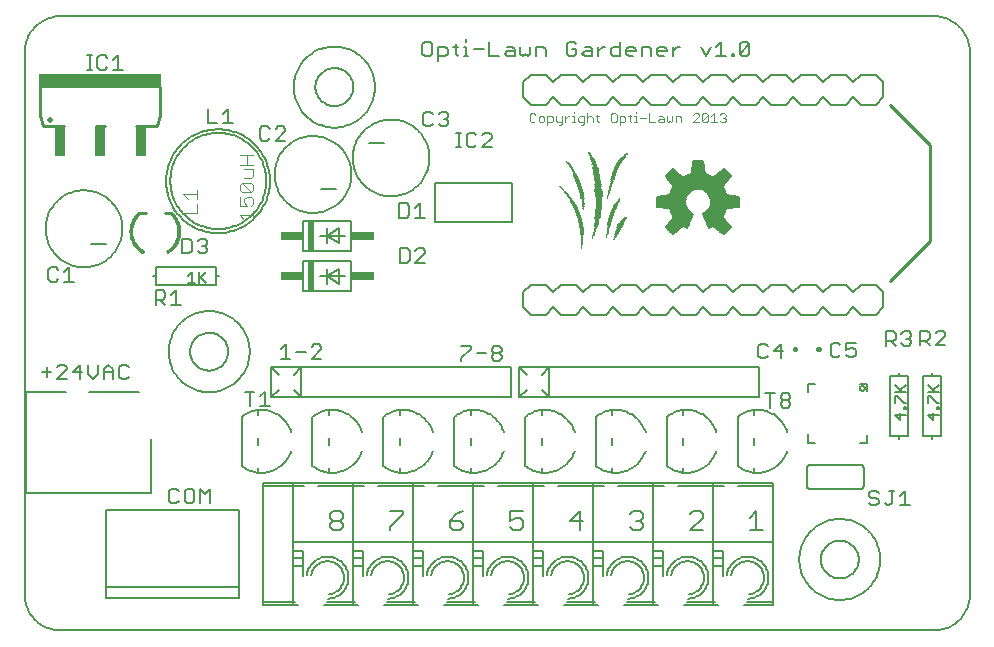
<source format=gto>
G75*
%MOIN*%
%OFA0B0*%
%FSLAX24Y24*%
%IPPOS*%
%LPD*%
%AMOC8*
5,1,8,0,0,1.08239X$1,22.5*
%
%ADD10C,0.0080*%
%ADD11C,0.0030*%
%ADD12R,0.0002X0.0002*%
%ADD13R,0.0006X0.0002*%
%ADD14R,0.0008X0.0002*%
%ADD15R,0.0010X0.0002*%
%ADD16R,0.0010X0.0002*%
%ADD17R,0.0012X0.0002*%
%ADD18R,0.0012X0.0002*%
%ADD19R,0.0014X0.0002*%
%ADD20R,0.0014X0.0002*%
%ADD21R,0.0016X0.0002*%
%ADD22R,0.0016X0.0002*%
%ADD23R,0.0018X0.0002*%
%ADD24R,0.0018X0.0002*%
%ADD25R,0.0020X0.0002*%
%ADD26R,0.0020X0.0002*%
%ADD27R,0.0022X0.0002*%
%ADD28R,0.0022X0.0002*%
%ADD29R,0.0024X0.0002*%
%ADD30R,0.0026X0.0002*%
%ADD31R,0.0030X0.0002*%
%ADD32R,0.0034X0.0002*%
%ADD33R,0.0040X0.0002*%
%ADD34R,0.0042X0.0002*%
%ADD35R,0.0042X0.0002*%
%ADD36R,0.0046X0.0002*%
%ADD37R,0.0046X0.0002*%
%ADD38R,0.0044X0.0002*%
%ADD39R,0.0044X0.0002*%
%ADD40R,0.0044X0.0002*%
%ADD41R,0.0048X0.0002*%
%ADD42R,0.0048X0.0002*%
%ADD43R,0.0050X0.0002*%
%ADD44R,0.0050X0.0002*%
%ADD45R,0.0052X0.0002*%
%ADD46R,0.0052X0.0002*%
%ADD47R,0.0054X0.0002*%
%ADD48R,0.0056X0.0002*%
%ADD49R,0.0056X0.0002*%
%ADD50R,0.0060X0.0002*%
%ADD51R,0.0062X0.0002*%
%ADD52R,0.0066X0.0002*%
%ADD53R,0.0066X0.0002*%
%ADD54R,0.0068X0.0002*%
%ADD55R,0.0070X0.0002*%
%ADD56R,0.0004X0.0002*%
%ADD57R,0.0070X0.0002*%
%ADD58R,0.0008X0.0002*%
%ADD59R,0.0012X0.0002*%
%ADD60R,0.0024X0.0002*%
%ADD61R,0.0028X0.0002*%
%ADD62R,0.0028X0.0002*%
%ADD63R,0.0026X0.0002*%
%ADD64R,0.0002X0.0002*%
%ADD65R,0.0024X0.0002*%
%ADD66R,0.0022X0.0002*%
%ADD67R,0.0072X0.0002*%
%ADD68R,0.0072X0.0002*%
%ADD69R,0.0012X0.0002*%
%ADD70R,0.0074X0.0002*%
%ADD71R,0.0074X0.0002*%
%ADD72R,0.0024X0.0002*%
%ADD73R,0.0076X0.0002*%
%ADD74R,0.0078X0.0002*%
%ADD75R,0.0082X0.0002*%
%ADD76R,0.0036X0.0002*%
%ADD77R,0.0084X0.0002*%
%ADD78R,0.0038X0.0002*%
%ADD79R,0.0086X0.0002*%
%ADD80R,0.0040X0.0002*%
%ADD81R,0.0086X0.0002*%
%ADD82R,0.0042X0.0002*%
%ADD83R,0.0042X0.0002*%
%ADD84R,0.0088X0.0002*%
%ADD85R,0.0088X0.0002*%
%ADD86R,0.0004X0.0002*%
%ADD87R,0.0058X0.0002*%
%ADD88R,0.0060X0.0002*%
%ADD89R,0.0022X0.0002*%
%ADD90R,0.0058X0.0002*%
%ADD91R,0.0090X0.0002*%
%ADD92R,0.0090X0.0002*%
%ADD93R,0.0062X0.0002*%
%ADD94R,0.0064X0.0002*%
%ADD95R,0.0076X0.0002*%
%ADD96R,0.0080X0.0002*%
%ADD97R,0.0082X0.0002*%
%ADD98R,0.0082X0.0002*%
%ADD99R,0.0092X0.0002*%
%ADD100R,0.0032X0.0002*%
%ADD101R,0.0092X0.0002*%
%ADD102R,0.0034X0.0002*%
%ADD103R,0.0094X0.0002*%
%ADD104R,0.0094X0.0002*%
%ADD105R,0.0038X0.0002*%
%ADD106R,0.0096X0.0002*%
%ADD107R,0.0094X0.0002*%
%ADD108R,0.0098X0.0002*%
%ADD109R,0.0100X0.0002*%
%ADD110R,0.0094X0.0002*%
%ADD111R,0.0104X0.0002*%
%ADD112R,0.0106X0.0002*%
%ADD113R,0.0108X0.0002*%
%ADD114R,0.0108X0.0002*%
%ADD115R,0.0096X0.0002*%
%ADD116R,0.0098X0.0002*%
%ADD117R,0.0100X0.0002*%
%ADD118R,0.0030X0.0002*%
%ADD119R,0.0102X0.0002*%
%ADD120R,0.0102X0.0002*%
%ADD121R,0.0036X0.0002*%
%ADD122R,0.0112X0.0002*%
%ADD123R,0.0110X0.0002*%
%ADD124R,0.0112X0.0002*%
%ADD125R,0.0110X0.0002*%
%ADD126R,0.0034X0.0002*%
%ADD127R,0.0106X0.0002*%
%ADD128R,0.0032X0.0002*%
%ADD129R,0.0032X0.0002*%
%ADD130R,0.0102X0.0002*%
%ADD131R,0.0104X0.0002*%
%ADD132R,0.0116X0.0002*%
%ADD133R,0.0120X0.0002*%
%ADD134R,0.0122X0.0002*%
%ADD135R,0.0112X0.0002*%
%ADD136R,0.0122X0.0002*%
%ADD137R,0.0124X0.0002*%
%ADD138R,0.0114X0.0002*%
%ADD139R,0.0054X0.0002*%
%ADD140R,0.0122X0.0002*%
%ADD141R,0.0116X0.0002*%
%ADD142R,0.0118X0.0002*%
%ADD143R,0.0120X0.0002*%
%ADD144R,0.0122X0.0002*%
%ADD145R,0.0124X0.0002*%
%ADD146R,0.0126X0.0002*%
%ADD147R,0.0052X0.0002*%
%ADD148R,0.0126X0.0002*%
%ADD149R,0.0052X0.0002*%
%ADD150R,0.0128X0.0002*%
%ADD151R,0.0130X0.0002*%
%ADD152R,0.0132X0.0002*%
%ADD153R,0.0054X0.0002*%
%ADD154R,0.0134X0.0002*%
%ADD155R,0.0134X0.0002*%
%ADD156R,0.0064X0.0002*%
%ADD157R,0.0134X0.0002*%
%ADD158R,0.0134X0.0002*%
%ADD159R,0.0068X0.0002*%
%ADD160R,0.0132X0.0002*%
%ADD161R,0.0130X0.0002*%
%ADD162R,0.0140X0.0002*%
%ADD163R,0.0072X0.0002*%
%ADD164R,0.0142X0.0002*%
%ADD165R,0.0072X0.0002*%
%ADD166R,0.0144X0.0002*%
%ADD167R,0.0144X0.0002*%
%ADD168R,0.0142X0.0002*%
%ADD169R,0.0138X0.0002*%
%ADD170R,0.0128X0.0002*%
%ADD171R,0.0138X0.0002*%
%ADD172R,0.0140X0.0002*%
%ADD173R,0.0062X0.0002*%
%ADD174R,0.0064X0.0002*%
%ADD175R,0.0114X0.0002*%
%ADD176R,0.0142X0.0002*%
%ADD177R,0.0144X0.0002*%
%ADD178R,0.0154X0.0002*%
%ADD179R,0.0156X0.0002*%
%ADD180R,0.0156X0.0002*%
%ADD181R,0.0158X0.0002*%
%ADD182R,0.0158X0.0002*%
%ADD183R,0.0154X0.0002*%
%ADD184R,0.0152X0.0002*%
%ADD185R,0.0150X0.0002*%
%ADD186R,0.0152X0.0002*%
%ADD187R,0.0078X0.0002*%
%ADD188R,0.0152X0.0002*%
%ADD189R,0.0150X0.0002*%
%ADD190R,0.0084X0.0002*%
%ADD191R,0.0154X0.0002*%
%ADD192R,0.0154X0.0002*%
%ADD193R,0.0080X0.0002*%
%ADD194R,0.0160X0.0002*%
%ADD195R,0.0118X0.0002*%
%ADD196R,0.0160X0.0002*%
%ADD197R,0.0162X0.0002*%
%ADD198R,0.0164X0.0002*%
%ADD199R,0.0162X0.0002*%
%ADD200R,0.0164X0.0002*%
%ADD201R,0.0168X0.0002*%
%ADD202R,0.0168X0.0002*%
%ADD203R,0.0170X0.0002*%
%ADD204R,0.0092X0.0002*%
%ADD205R,0.0170X0.0002*%
%ADD206R,0.0092X0.0002*%
%ADD207R,0.0166X0.0002*%
%ADD208R,0.0164X0.0002*%
%ADD209R,0.0162X0.0002*%
%ADD210R,0.0162X0.0002*%
%ADD211R,0.0104X0.0002*%
%ADD212R,0.0166X0.0002*%
%ADD213R,0.0172X0.0002*%
%ADD214R,0.0172X0.0002*%
%ADD215R,0.0174X0.0002*%
%ADD216R,0.0174X0.0002*%
%ADD217R,0.0172X0.0002*%
%ADD218R,0.0112X0.0002*%
%ADD219R,0.0172X0.0002*%
%ADD220R,0.0132X0.0002*%
%ADD221R,0.0114X0.0002*%
%ADD222R,0.0114X0.0002*%
%ADD223R,0.0124X0.0002*%
%ADD224R,0.0164X0.0002*%
%ADD225R,0.0132X0.0002*%
%ADD226R,0.0142X0.0002*%
%ADD227R,0.0136X0.0002*%
%ADD228R,0.0136X0.0002*%
%ADD229R,0.0146X0.0002*%
%ADD230R,0.0146X0.0002*%
%ADD231R,0.0148X0.0002*%
%ADD232R,0.0148X0.0002*%
%ADD233R,0.0102X0.0002*%
%ADD234R,0.0084X0.0002*%
%ADD235R,0.0084X0.0002*%
%ADD236R,0.0082X0.0002*%
%ADD237R,0.0174X0.0002*%
%ADD238R,0.0152X0.0002*%
%ADD239R,0.0176X0.0002*%
%ADD240R,0.0176X0.0002*%
%ADD241R,0.0178X0.0002*%
%ADD242R,0.0178X0.0002*%
%ADD243R,0.0180X0.0002*%
%ADD244R,0.0180X0.0002*%
%ADD245R,0.0182X0.0002*%
%ADD246R,0.0184X0.0002*%
%ADD247R,0.0144X0.0002*%
%ADD248R,0.0184X0.0002*%
%ADD249R,0.0188X0.0002*%
%ADD250R,0.0188X0.0002*%
%ADD251R,0.0190X0.0002*%
%ADD252R,0.0190X0.0002*%
%ADD253R,0.0192X0.0002*%
%ADD254R,0.0192X0.0002*%
%ADD255R,0.0194X0.0002*%
%ADD256R,0.0194X0.0002*%
%ADD257R,0.0196X0.0002*%
%ADD258R,0.0196X0.0002*%
%ADD259R,0.0198X0.0002*%
%ADD260R,0.0200X0.0002*%
%ADD261R,0.0202X0.0002*%
%ADD262R,0.0204X0.0002*%
%ADD263R,0.0208X0.0002*%
%ADD264R,0.0208X0.0002*%
%ADD265R,0.0210X0.0002*%
%ADD266R,0.0210X0.0002*%
%ADD267R,0.0032X0.0002*%
%ADD268R,0.0212X0.0002*%
%ADD269R,0.0212X0.0002*%
%ADD270R,0.0214X0.0002*%
%ADD271R,0.0214X0.0002*%
%ADD272R,0.0054X0.0002*%
%ADD273R,0.0216X0.0002*%
%ADD274R,0.0216X0.0002*%
%ADD275R,0.0218X0.0002*%
%ADD276R,0.0218X0.0002*%
%ADD277R,0.0220X0.0002*%
%ADD278R,0.0220X0.0002*%
%ADD279R,0.0222X0.0002*%
%ADD280R,0.0224X0.0002*%
%ADD281R,0.0228X0.0002*%
%ADD282R,0.0230X0.0002*%
%ADD283R,0.0230X0.0002*%
%ADD284R,0.0062X0.0002*%
%ADD285R,0.0074X0.0002*%
%ADD286R,0.0014X0.0002*%
%ADD287R,0.0014X0.0002*%
%ADD288R,0.0232X0.0002*%
%ADD289R,0.0232X0.0002*%
%ADD290R,0.0234X0.0002*%
%ADD291R,0.0234X0.0002*%
%ADD292R,0.0236X0.0002*%
%ADD293R,0.0236X0.0002*%
%ADD294R,0.0238X0.0002*%
%ADD295R,0.0238X0.0002*%
%ADD296R,0.0034X0.0002*%
%ADD297R,0.0240X0.0002*%
%ADD298R,0.0242X0.0002*%
%ADD299R,0.0246X0.0002*%
%ADD300R,0.0248X0.0002*%
%ADD301R,0.0044X0.0002*%
%ADD302R,0.0248X0.0002*%
%ADD303R,0.0250X0.0002*%
%ADD304R,0.0250X0.0002*%
%ADD305R,0.0246X0.0002*%
%ADD306R,0.0244X0.0002*%
%ADD307R,0.0240X0.0002*%
%ADD308R,0.0234X0.0002*%
%ADD309R,0.0234X0.0002*%
%ADD310R,0.0232X0.0002*%
%ADD311R,0.0232X0.0002*%
%ADD312R,0.0228X0.0002*%
%ADD313R,0.0226X0.0002*%
%ADD314R,0.0224X0.0002*%
%ADD315R,0.0224X0.0002*%
%ADD316R,0.0222X0.0002*%
%ADD317R,0.0222X0.0002*%
%ADD318R,0.0226X0.0002*%
%ADD319R,0.0224X0.0002*%
%ADD320R,0.0222X0.0002*%
%ADD321R,0.0214X0.0002*%
%ADD322R,0.0214X0.0002*%
%ADD323R,0.0212X0.0002*%
%ADD324R,0.0212X0.0002*%
%ADD325R,0.0206X0.0002*%
%ADD326R,0.0204X0.0002*%
%ADD327R,0.0202X0.0002*%
%ADD328R,0.0198X0.0002*%
%ADD329R,0.0200X0.0002*%
%ADD330R,0.0206X0.0002*%
%ADD331R,0.0104X0.0002*%
%ADD332R,0.0202X0.0002*%
%ADD333R,0.0194X0.0002*%
%ADD334R,0.0194X0.0002*%
%ADD335R,0.0192X0.0002*%
%ADD336R,0.0074X0.0002*%
%ADD337R,0.0182X0.0002*%
%ADD338R,0.0124X0.0002*%
%ADD339R,0.0064X0.0002*%
%ADD340C,0.0100*%
%ADD341C,0.0050*%
%ADD342C,0.0160*%
%ADD343C,0.0060*%
%ADD344C,0.0070*%
%ADD345C,0.0059*%
%ADD346C,0.0010*%
%ADD347C,0.0200*%
%ADD348R,0.4110X0.0500*%
%ADD349R,0.0380X0.0990*%
%ADD350C,0.0040*%
%ADD351R,0.0200X0.1000*%
%ADD352R,0.0750X0.0300*%
D10*
X001681Y001331D02*
X001681Y019441D01*
X001683Y019507D01*
X001688Y019573D01*
X001698Y019639D01*
X001711Y019704D01*
X001727Y019768D01*
X001747Y019831D01*
X001771Y019893D01*
X001798Y019953D01*
X001828Y020012D01*
X001862Y020069D01*
X001899Y020124D01*
X001939Y020177D01*
X001981Y020228D01*
X002027Y020276D01*
X002075Y020322D01*
X002126Y020364D01*
X002179Y020404D01*
X002234Y020441D01*
X002291Y020475D01*
X002350Y020505D01*
X002410Y020532D01*
X002472Y020556D01*
X002535Y020576D01*
X002599Y020592D01*
X002664Y020605D01*
X002730Y020615D01*
X002796Y020620D01*
X002862Y020622D01*
X031996Y020622D01*
X032062Y020620D01*
X032128Y020615D01*
X032194Y020605D01*
X032259Y020592D01*
X032323Y020576D01*
X032386Y020556D01*
X032448Y020532D01*
X032508Y020505D01*
X032567Y020475D01*
X032624Y020441D01*
X032679Y020404D01*
X032732Y020364D01*
X032783Y020322D01*
X032831Y020276D01*
X032877Y020228D01*
X032919Y020177D01*
X032959Y020124D01*
X032996Y020069D01*
X033030Y020012D01*
X033060Y019953D01*
X033087Y019893D01*
X033111Y019831D01*
X033131Y019768D01*
X033147Y019704D01*
X033160Y019639D01*
X033170Y019573D01*
X033175Y019507D01*
X033177Y019441D01*
X033177Y001331D01*
X033175Y001265D01*
X033170Y001199D01*
X033160Y001133D01*
X033147Y001068D01*
X033131Y001004D01*
X033111Y000941D01*
X033087Y000879D01*
X033060Y000819D01*
X033030Y000760D01*
X032996Y000703D01*
X032959Y000648D01*
X032919Y000595D01*
X032877Y000544D01*
X032831Y000496D01*
X032783Y000450D01*
X032732Y000408D01*
X032679Y000368D01*
X032624Y000331D01*
X032567Y000297D01*
X032508Y000267D01*
X032448Y000240D01*
X032386Y000216D01*
X032323Y000196D01*
X032259Y000180D01*
X032194Y000167D01*
X032128Y000157D01*
X032062Y000152D01*
X031996Y000150D01*
X002862Y000150D01*
X004398Y001213D02*
X004398Y001607D01*
X008807Y001607D01*
X008807Y001213D01*
X004398Y001213D01*
X004398Y001607D02*
X004398Y004166D01*
X008807Y004166D01*
X008807Y001607D01*
X007839Y004390D02*
X007839Y004870D01*
X007679Y004710D01*
X007518Y004870D01*
X007518Y004390D01*
X007323Y004470D02*
X007323Y004790D01*
X007243Y004870D01*
X007083Y004870D01*
X007003Y004790D01*
X007003Y004470D01*
X007083Y004390D01*
X007243Y004390D01*
X007323Y004470D01*
X006807Y004470D02*
X006727Y004390D01*
X006567Y004390D01*
X006487Y004470D01*
X006487Y004790D01*
X006567Y004870D01*
X006727Y004870D01*
X006807Y004790D01*
X005894Y004744D02*
X001720Y004744D01*
X001720Y004764D01*
X001720Y004744D02*
X001720Y008091D01*
X003063Y008091D01*
X003807Y008091D02*
X005500Y008091D01*
X005064Y008530D02*
X004903Y008530D01*
X004823Y008610D01*
X004823Y008930D01*
X004903Y009010D01*
X005064Y009010D01*
X005144Y008930D01*
X005144Y008610D02*
X005064Y008530D01*
X004628Y008530D02*
X004628Y008850D01*
X004468Y009010D01*
X004308Y008850D01*
X004308Y008530D01*
X004308Y008770D02*
X004628Y008770D01*
X004112Y008690D02*
X004112Y009010D01*
X003792Y009010D02*
X003792Y008690D01*
X003952Y008530D01*
X004112Y008690D01*
X003597Y008770D02*
X003276Y008770D01*
X003517Y009010D01*
X003517Y008530D01*
X003081Y008530D02*
X002761Y008530D01*
X003081Y008850D01*
X003081Y008930D01*
X003001Y009010D01*
X002841Y009010D01*
X002761Y008930D01*
X002565Y008770D02*
X002245Y008770D01*
X002405Y008930D02*
X002405Y008610D01*
X005894Y006516D02*
X005894Y004744D01*
X008905Y005625D02*
X008905Y007274D01*
X009173Y007632D02*
X009173Y008112D01*
X009013Y008112D02*
X009333Y008112D01*
X009529Y007952D02*
X009689Y008112D01*
X009689Y007632D01*
X009529Y007632D02*
X009849Y007632D01*
X009455Y007494D02*
X009455Y007336D01*
X009455Y006562D02*
X009455Y006336D01*
X008905Y005624D02*
X008956Y005587D01*
X009009Y005552D01*
X009065Y005520D01*
X009122Y005492D01*
X009181Y005468D01*
X009241Y005447D01*
X009302Y005430D01*
X009364Y005416D01*
X009427Y005407D01*
X009490Y005401D01*
X009554Y005399D01*
X009618Y005401D01*
X009681Y005407D01*
X009744Y005416D01*
X009806Y005429D01*
X009867Y005447D01*
X009927Y005467D01*
X009986Y005492D01*
X010043Y005519D01*
X010099Y005551D01*
X010152Y005585D01*
X010203Y005623D01*
X010252Y005664D01*
X010298Y005708D01*
X010342Y005754D01*
X010383Y005803D01*
X010420Y005854D01*
X010455Y005908D01*
X010486Y005963D01*
X010514Y006020D01*
X010538Y006079D01*
X010558Y006139D01*
X011267Y005625D02*
X011267Y007274D01*
X011817Y007336D02*
X011817Y007494D01*
X011817Y006562D02*
X011817Y006336D01*
X011267Y005624D02*
X011318Y005587D01*
X011371Y005552D01*
X011427Y005520D01*
X011484Y005492D01*
X011543Y005468D01*
X011603Y005447D01*
X011664Y005430D01*
X011726Y005416D01*
X011789Y005407D01*
X011852Y005401D01*
X011916Y005399D01*
X011980Y005401D01*
X012043Y005407D01*
X012106Y005416D01*
X012168Y005429D01*
X012229Y005447D01*
X012289Y005467D01*
X012348Y005492D01*
X012405Y005519D01*
X012461Y005551D01*
X012514Y005585D01*
X012565Y005623D01*
X012614Y005664D01*
X012660Y005708D01*
X012704Y005754D01*
X012745Y005803D01*
X012782Y005854D01*
X012817Y005908D01*
X012848Y005963D01*
X012876Y006020D01*
X012900Y006079D01*
X012920Y006139D01*
X013630Y005625D02*
X013630Y007274D01*
X014180Y007336D02*
X014180Y007494D01*
X014180Y006562D02*
X014180Y006336D01*
X013630Y005624D02*
X013681Y005587D01*
X013734Y005552D01*
X013790Y005520D01*
X013847Y005492D01*
X013906Y005468D01*
X013966Y005447D01*
X014027Y005430D01*
X014089Y005416D01*
X014152Y005407D01*
X014215Y005401D01*
X014279Y005399D01*
X014343Y005401D01*
X014406Y005407D01*
X014469Y005416D01*
X014531Y005429D01*
X014592Y005447D01*
X014652Y005467D01*
X014711Y005492D01*
X014768Y005519D01*
X014824Y005551D01*
X014877Y005585D01*
X014928Y005623D01*
X014977Y005664D01*
X015023Y005708D01*
X015067Y005754D01*
X015108Y005803D01*
X015145Y005854D01*
X015180Y005908D01*
X015211Y005963D01*
X015239Y006020D01*
X015263Y006079D01*
X015283Y006139D01*
X015992Y005625D02*
X015992Y007274D01*
X016542Y007336D02*
X016542Y007494D01*
X016542Y006562D02*
X016542Y006336D01*
X015992Y005624D02*
X016043Y005587D01*
X016096Y005552D01*
X016152Y005520D01*
X016209Y005492D01*
X016268Y005468D01*
X016328Y005447D01*
X016389Y005430D01*
X016451Y005416D01*
X016514Y005407D01*
X016577Y005401D01*
X016641Y005399D01*
X016705Y005401D01*
X016768Y005407D01*
X016831Y005416D01*
X016893Y005429D01*
X016954Y005447D01*
X017014Y005467D01*
X017073Y005492D01*
X017130Y005519D01*
X017186Y005551D01*
X017239Y005585D01*
X017290Y005623D01*
X017339Y005664D01*
X017385Y005708D01*
X017429Y005754D01*
X017470Y005803D01*
X017507Y005854D01*
X017542Y005908D01*
X017573Y005963D01*
X017601Y006020D01*
X017625Y006079D01*
X017645Y006139D01*
X018354Y005625D02*
X018354Y007274D01*
X018904Y007336D02*
X018904Y007494D01*
X018904Y006562D02*
X018904Y006336D01*
X018354Y005624D02*
X018405Y005587D01*
X018458Y005552D01*
X018514Y005520D01*
X018571Y005492D01*
X018630Y005468D01*
X018690Y005447D01*
X018751Y005430D01*
X018813Y005416D01*
X018876Y005407D01*
X018939Y005401D01*
X019003Y005399D01*
X019067Y005401D01*
X019130Y005407D01*
X019193Y005416D01*
X019255Y005429D01*
X019316Y005447D01*
X019376Y005467D01*
X019435Y005492D01*
X019492Y005519D01*
X019548Y005551D01*
X019601Y005585D01*
X019652Y005623D01*
X019701Y005664D01*
X019747Y005708D01*
X019791Y005754D01*
X019832Y005803D01*
X019869Y005854D01*
X019904Y005908D01*
X019935Y005963D01*
X019963Y006020D01*
X019987Y006079D01*
X020007Y006139D01*
X020716Y005625D02*
X020716Y007274D01*
X021266Y007336D02*
X021266Y007494D01*
X021266Y006562D02*
X021266Y006336D01*
X020716Y005624D02*
X020767Y005587D01*
X020820Y005552D01*
X020876Y005520D01*
X020933Y005492D01*
X020992Y005468D01*
X021052Y005447D01*
X021113Y005430D01*
X021175Y005416D01*
X021238Y005407D01*
X021301Y005401D01*
X021365Y005399D01*
X021429Y005401D01*
X021492Y005407D01*
X021555Y005416D01*
X021617Y005429D01*
X021678Y005447D01*
X021738Y005467D01*
X021797Y005492D01*
X021854Y005519D01*
X021910Y005551D01*
X021963Y005585D01*
X022014Y005623D01*
X022063Y005664D01*
X022109Y005708D01*
X022153Y005754D01*
X022194Y005803D01*
X022231Y005854D01*
X022266Y005908D01*
X022297Y005963D01*
X022325Y006020D01*
X022349Y006079D01*
X022369Y006139D01*
X023078Y005625D02*
X023078Y007274D01*
X023628Y007336D02*
X023628Y007494D01*
X023628Y006562D02*
X023628Y006336D01*
X023078Y005624D02*
X023129Y005587D01*
X023182Y005552D01*
X023238Y005520D01*
X023295Y005492D01*
X023354Y005468D01*
X023414Y005447D01*
X023475Y005430D01*
X023537Y005416D01*
X023600Y005407D01*
X023663Y005401D01*
X023727Y005399D01*
X023791Y005401D01*
X023854Y005407D01*
X023917Y005416D01*
X023979Y005429D01*
X024040Y005447D01*
X024100Y005467D01*
X024159Y005492D01*
X024216Y005519D01*
X024272Y005551D01*
X024325Y005585D01*
X024376Y005623D01*
X024425Y005664D01*
X024471Y005708D01*
X024515Y005754D01*
X024556Y005803D01*
X024593Y005854D01*
X024628Y005908D01*
X024659Y005963D01*
X024687Y006020D01*
X024711Y006079D01*
X024731Y006139D01*
X025441Y005625D02*
X025441Y007274D01*
X025991Y007336D02*
X025991Y007494D01*
X026523Y007574D02*
X026523Y008054D01*
X026363Y008054D02*
X026683Y008054D01*
X026879Y007974D02*
X026879Y007894D01*
X026959Y007814D01*
X027119Y007814D01*
X027199Y007734D01*
X027199Y007654D01*
X027119Y007574D01*
X026959Y007574D01*
X026879Y007654D01*
X026879Y007734D01*
X026959Y007814D01*
X027119Y007814D02*
X027199Y007894D01*
X027199Y007974D01*
X027119Y008054D01*
X026959Y008054D01*
X026879Y007974D01*
X027783Y008103D02*
X027783Y008378D01*
X028020Y008378D01*
X028625Y009246D02*
X028785Y009246D01*
X028865Y009326D01*
X029061Y009326D02*
X029141Y009246D01*
X029301Y009246D01*
X029381Y009326D01*
X029381Y009486D01*
X029301Y009566D01*
X029221Y009566D01*
X029061Y009486D01*
X029061Y009726D01*
X029381Y009726D01*
X028865Y009646D02*
X028785Y009726D01*
X028625Y009726D01*
X028545Y009646D01*
X028545Y009326D01*
X028625Y009246D01*
X029516Y008378D02*
X029752Y008378D01*
X029752Y008142D01*
X030515Y008630D02*
X030815Y008630D01*
X030815Y008730D01*
X030815Y008630D02*
X031115Y008630D01*
X031115Y006630D01*
X030815Y006630D01*
X030815Y006530D01*
X030815Y006630D02*
X030515Y006630D01*
X030515Y008630D01*
X031617Y008630D02*
X031917Y008630D01*
X031917Y008730D01*
X031917Y008630D02*
X032217Y008630D01*
X032217Y006630D01*
X031917Y006630D01*
X031917Y006530D01*
X031917Y006630D02*
X031617Y006630D01*
X031617Y008630D01*
X031519Y009650D02*
X031519Y010130D01*
X031759Y010130D01*
X031839Y010050D01*
X031839Y009890D01*
X031759Y009810D01*
X031519Y009810D01*
X031679Y009810D02*
X031839Y009650D01*
X032035Y009650D02*
X032355Y009970D01*
X032355Y010050D01*
X032275Y010130D01*
X032115Y010130D01*
X032035Y010050D01*
X032035Y009650D02*
X032355Y009650D01*
X031219Y009716D02*
X031139Y009636D01*
X030979Y009636D01*
X030899Y009716D01*
X030703Y009636D02*
X030543Y009796D01*
X030623Y009796D02*
X030383Y009796D01*
X030383Y009636D02*
X030383Y010116D01*
X030623Y010116D01*
X030703Y010036D01*
X030703Y009876D01*
X030623Y009796D01*
X030899Y010036D02*
X030979Y010116D01*
X031139Y010116D01*
X031219Y010036D01*
X031219Y009956D01*
X031139Y009876D01*
X031219Y009796D01*
X031219Y009716D01*
X031139Y009876D02*
X031059Y009876D01*
X030041Y010674D02*
X030291Y010924D01*
X030291Y011424D01*
X030041Y011674D01*
X029541Y011674D01*
X029291Y011424D01*
X029041Y011674D01*
X028541Y011674D01*
X028291Y011424D01*
X028041Y011674D01*
X027541Y011674D01*
X027291Y011424D01*
X027041Y011674D01*
X026541Y011674D01*
X026291Y011424D01*
X026041Y011674D01*
X025541Y011674D01*
X025291Y011424D01*
X025041Y011674D01*
X024541Y011674D01*
X024291Y011424D01*
X024041Y011674D01*
X023541Y011674D01*
X023291Y011424D01*
X023041Y011674D01*
X022541Y011674D01*
X022291Y011424D01*
X022041Y011674D01*
X021541Y011674D01*
X021291Y011424D01*
X021041Y011674D01*
X020541Y011674D01*
X020291Y011424D01*
X020041Y011674D01*
X019541Y011674D01*
X019291Y011424D01*
X019041Y011674D01*
X018541Y011674D01*
X018291Y011424D01*
X018291Y010924D01*
X018541Y010674D01*
X019041Y010674D01*
X019291Y010924D01*
X019541Y010674D01*
X020041Y010674D01*
X020291Y010924D01*
X020541Y010674D01*
X021041Y010674D01*
X021291Y010924D01*
X021541Y010674D01*
X022041Y010674D01*
X022291Y010924D01*
X022541Y010674D01*
X023041Y010674D01*
X023291Y010924D01*
X023541Y010674D01*
X024041Y010674D01*
X024291Y010924D01*
X024541Y010674D01*
X025041Y010674D01*
X025291Y010924D01*
X025541Y010674D01*
X026041Y010674D01*
X026291Y010924D01*
X026541Y010674D01*
X027041Y010674D01*
X027291Y010924D01*
X027541Y010674D01*
X028041Y010674D01*
X028291Y010924D01*
X028541Y010674D01*
X029041Y010674D01*
X029291Y010924D01*
X029541Y010674D01*
X030041Y010674D01*
X026879Y009712D02*
X026879Y009232D01*
X026959Y009472D02*
X026639Y009472D01*
X026879Y009712D01*
X026443Y009632D02*
X026363Y009712D01*
X026203Y009712D01*
X026123Y009632D01*
X026123Y009312D01*
X026203Y009232D01*
X026363Y009232D01*
X026443Y009312D01*
X027783Y006685D02*
X027783Y006410D01*
X028020Y006410D01*
X029516Y006410D02*
X029752Y006410D01*
X029752Y006646D01*
X029901Y004800D02*
X029821Y004720D01*
X029821Y004640D01*
X029901Y004560D01*
X030061Y004560D01*
X030141Y004480D01*
X030141Y004400D01*
X030061Y004320D01*
X029901Y004320D01*
X029821Y004400D01*
X030141Y004720D02*
X030061Y004800D01*
X029901Y004800D01*
X030337Y004400D02*
X030417Y004320D01*
X030497Y004320D01*
X030577Y004400D01*
X030577Y004800D01*
X030497Y004800D02*
X030657Y004800D01*
X030852Y004640D02*
X031013Y004800D01*
X031013Y004320D01*
X031173Y004320D02*
X030852Y004320D01*
X028216Y002512D02*
X028218Y002562D01*
X028224Y002612D01*
X028234Y002661D01*
X028248Y002709D01*
X028265Y002756D01*
X028286Y002801D01*
X028311Y002845D01*
X028339Y002886D01*
X028371Y002925D01*
X028405Y002962D01*
X028442Y002996D01*
X028482Y003026D01*
X028524Y003053D01*
X028568Y003077D01*
X028614Y003098D01*
X028661Y003114D01*
X028709Y003127D01*
X028759Y003136D01*
X028808Y003141D01*
X028859Y003142D01*
X028909Y003139D01*
X028958Y003132D01*
X029007Y003121D01*
X029055Y003106D01*
X029101Y003088D01*
X029146Y003066D01*
X029189Y003040D01*
X029230Y003011D01*
X029269Y002979D01*
X029305Y002944D01*
X029337Y002906D01*
X029367Y002866D01*
X029394Y002823D01*
X029417Y002779D01*
X029436Y002733D01*
X029452Y002685D01*
X029464Y002636D01*
X029472Y002587D01*
X029476Y002537D01*
X029476Y002487D01*
X029472Y002437D01*
X029464Y002388D01*
X029452Y002339D01*
X029436Y002291D01*
X029417Y002245D01*
X029394Y002201D01*
X029367Y002158D01*
X029337Y002118D01*
X029305Y002080D01*
X029269Y002045D01*
X029230Y002013D01*
X029189Y001984D01*
X029146Y001958D01*
X029101Y001936D01*
X029055Y001918D01*
X029007Y001903D01*
X028958Y001892D01*
X028909Y001885D01*
X028859Y001882D01*
X028808Y001883D01*
X028759Y001888D01*
X028709Y001897D01*
X028661Y001910D01*
X028614Y001926D01*
X028568Y001947D01*
X028524Y001971D01*
X028482Y001998D01*
X028442Y002028D01*
X028405Y002062D01*
X028371Y002099D01*
X028339Y002138D01*
X028311Y002179D01*
X028286Y002223D01*
X028265Y002268D01*
X028248Y002315D01*
X028234Y002363D01*
X028224Y002412D01*
X028218Y002462D01*
X028216Y002512D01*
X025991Y005404D02*
X025991Y005562D01*
X025991Y006336D02*
X025991Y006562D01*
X025441Y005624D02*
X025492Y005587D01*
X025545Y005552D01*
X025601Y005520D01*
X025658Y005492D01*
X025717Y005468D01*
X025777Y005447D01*
X025838Y005430D01*
X025900Y005416D01*
X025963Y005407D01*
X026026Y005401D01*
X026090Y005399D01*
X026154Y005401D01*
X026217Y005407D01*
X026280Y005416D01*
X026342Y005429D01*
X026403Y005447D01*
X026463Y005467D01*
X026522Y005492D01*
X026579Y005519D01*
X026635Y005551D01*
X026688Y005585D01*
X026739Y005623D01*
X026788Y005664D01*
X026834Y005708D01*
X026878Y005754D01*
X026919Y005803D01*
X026956Y005854D01*
X026991Y005908D01*
X027022Y005963D01*
X027050Y006020D01*
X027074Y006079D01*
X027094Y006139D01*
X027094Y006759D02*
X027074Y006819D01*
X027050Y006878D01*
X027022Y006935D01*
X026991Y006990D01*
X026956Y007044D01*
X026919Y007095D01*
X026878Y007144D01*
X026834Y007190D01*
X026788Y007234D01*
X026739Y007275D01*
X026688Y007313D01*
X026635Y007347D01*
X026579Y007378D01*
X026522Y007406D01*
X026463Y007431D01*
X026403Y007451D01*
X026342Y007469D01*
X026280Y007482D01*
X026217Y007491D01*
X026154Y007497D01*
X026090Y007499D01*
X026026Y007497D01*
X025963Y007491D01*
X025900Y007482D01*
X025838Y007468D01*
X025777Y007451D01*
X025717Y007430D01*
X025658Y007406D01*
X025601Y007378D01*
X025545Y007346D01*
X025492Y007311D01*
X025441Y007274D01*
X024731Y006759D02*
X024711Y006819D01*
X024687Y006878D01*
X024659Y006935D01*
X024628Y006990D01*
X024593Y007044D01*
X024556Y007095D01*
X024515Y007144D01*
X024471Y007190D01*
X024425Y007234D01*
X024376Y007275D01*
X024325Y007313D01*
X024272Y007347D01*
X024216Y007378D01*
X024159Y007406D01*
X024100Y007431D01*
X024040Y007451D01*
X023979Y007469D01*
X023917Y007482D01*
X023854Y007491D01*
X023791Y007497D01*
X023727Y007499D01*
X023663Y007497D01*
X023600Y007491D01*
X023537Y007482D01*
X023475Y007468D01*
X023414Y007451D01*
X023354Y007430D01*
X023295Y007406D01*
X023238Y007378D01*
X023182Y007346D01*
X023129Y007311D01*
X023078Y007274D01*
X022369Y006759D02*
X022349Y006819D01*
X022325Y006878D01*
X022297Y006935D01*
X022266Y006990D01*
X022231Y007044D01*
X022194Y007095D01*
X022153Y007144D01*
X022109Y007190D01*
X022063Y007234D01*
X022014Y007275D01*
X021963Y007313D01*
X021910Y007347D01*
X021854Y007378D01*
X021797Y007406D01*
X021738Y007431D01*
X021678Y007451D01*
X021617Y007469D01*
X021555Y007482D01*
X021492Y007491D01*
X021429Y007497D01*
X021365Y007499D01*
X021301Y007497D01*
X021238Y007491D01*
X021175Y007482D01*
X021113Y007468D01*
X021052Y007451D01*
X020992Y007430D01*
X020933Y007406D01*
X020876Y007378D01*
X020820Y007346D01*
X020767Y007311D01*
X020716Y007274D01*
X020007Y006759D02*
X019987Y006819D01*
X019963Y006878D01*
X019935Y006935D01*
X019904Y006990D01*
X019869Y007044D01*
X019832Y007095D01*
X019791Y007144D01*
X019747Y007190D01*
X019701Y007234D01*
X019652Y007275D01*
X019601Y007313D01*
X019548Y007347D01*
X019492Y007378D01*
X019435Y007406D01*
X019376Y007431D01*
X019316Y007451D01*
X019255Y007469D01*
X019193Y007482D01*
X019130Y007491D01*
X019067Y007497D01*
X019003Y007499D01*
X018939Y007497D01*
X018876Y007491D01*
X018813Y007482D01*
X018751Y007468D01*
X018690Y007451D01*
X018630Y007430D01*
X018571Y007406D01*
X018514Y007378D01*
X018458Y007346D01*
X018405Y007311D01*
X018354Y007274D01*
X017645Y006759D02*
X017625Y006819D01*
X017601Y006878D01*
X017573Y006935D01*
X017542Y006990D01*
X017507Y007044D01*
X017470Y007095D01*
X017429Y007144D01*
X017385Y007190D01*
X017339Y007234D01*
X017290Y007275D01*
X017239Y007313D01*
X017186Y007347D01*
X017130Y007378D01*
X017073Y007406D01*
X017014Y007431D01*
X016954Y007451D01*
X016893Y007469D01*
X016831Y007482D01*
X016768Y007491D01*
X016705Y007497D01*
X016641Y007499D01*
X016577Y007497D01*
X016514Y007491D01*
X016451Y007482D01*
X016389Y007468D01*
X016328Y007451D01*
X016268Y007430D01*
X016209Y007406D01*
X016152Y007378D01*
X016096Y007346D01*
X016043Y007311D01*
X015992Y007274D01*
X015283Y006759D02*
X015263Y006819D01*
X015239Y006878D01*
X015211Y006935D01*
X015180Y006990D01*
X015145Y007044D01*
X015108Y007095D01*
X015067Y007144D01*
X015023Y007190D01*
X014977Y007234D01*
X014928Y007275D01*
X014877Y007313D01*
X014824Y007347D01*
X014768Y007378D01*
X014711Y007406D01*
X014652Y007431D01*
X014592Y007451D01*
X014531Y007469D01*
X014469Y007482D01*
X014406Y007491D01*
X014343Y007497D01*
X014279Y007499D01*
X014215Y007497D01*
X014152Y007491D01*
X014089Y007482D01*
X014027Y007468D01*
X013966Y007451D01*
X013906Y007430D01*
X013847Y007406D01*
X013790Y007378D01*
X013734Y007346D01*
X013681Y007311D01*
X013630Y007274D01*
X012920Y006759D02*
X012900Y006819D01*
X012876Y006878D01*
X012848Y006935D01*
X012817Y006990D01*
X012782Y007044D01*
X012745Y007095D01*
X012704Y007144D01*
X012660Y007190D01*
X012614Y007234D01*
X012565Y007275D01*
X012514Y007313D01*
X012461Y007347D01*
X012405Y007378D01*
X012348Y007406D01*
X012289Y007431D01*
X012229Y007451D01*
X012168Y007469D01*
X012106Y007482D01*
X012043Y007491D01*
X011980Y007497D01*
X011916Y007499D01*
X011852Y007497D01*
X011789Y007491D01*
X011726Y007482D01*
X011664Y007468D01*
X011603Y007451D01*
X011543Y007430D01*
X011484Y007406D01*
X011427Y007378D01*
X011371Y007346D01*
X011318Y007311D01*
X011267Y007274D01*
X010558Y006759D02*
X010538Y006819D01*
X010514Y006878D01*
X010486Y006935D01*
X010455Y006990D01*
X010420Y007044D01*
X010383Y007095D01*
X010342Y007144D01*
X010298Y007190D01*
X010252Y007234D01*
X010203Y007275D01*
X010152Y007313D01*
X010099Y007347D01*
X010043Y007378D01*
X009986Y007406D01*
X009927Y007431D01*
X009867Y007451D01*
X009806Y007469D01*
X009744Y007482D01*
X009681Y007491D01*
X009618Y007497D01*
X009554Y007499D01*
X009490Y007497D01*
X009427Y007491D01*
X009364Y007482D01*
X009302Y007468D01*
X009241Y007451D01*
X009181Y007430D01*
X009122Y007406D01*
X009065Y007378D01*
X009009Y007346D01*
X008956Y007311D01*
X008905Y007274D01*
X009455Y005562D02*
X009455Y005404D01*
X011817Y005404D02*
X011817Y005562D01*
X014180Y005562D02*
X014180Y005404D01*
X016542Y005404D02*
X016542Y005562D01*
X018904Y005562D02*
X018904Y005404D01*
X021266Y005404D02*
X021266Y005562D01*
X023628Y005562D02*
X023628Y005404D01*
X017571Y009220D02*
X017491Y009140D01*
X017330Y009140D01*
X017250Y009220D01*
X017250Y009300D01*
X017330Y009380D01*
X017250Y009460D01*
X017250Y009540D01*
X017330Y009620D01*
X017491Y009620D01*
X017571Y009540D01*
X017571Y009460D01*
X017491Y009380D01*
X017330Y009380D01*
X017491Y009380D02*
X017571Y009300D01*
X017571Y009220D01*
X017055Y009380D02*
X016735Y009380D01*
X016539Y009540D02*
X016539Y009620D01*
X016219Y009620D01*
X016539Y009540D02*
X016219Y009220D01*
X016219Y009140D01*
X011563Y009200D02*
X011242Y009200D01*
X011563Y009520D01*
X011563Y009600D01*
X011483Y009680D01*
X011322Y009680D01*
X011242Y009600D01*
X011047Y009440D02*
X010727Y009440D01*
X010531Y009200D02*
X010211Y009200D01*
X010371Y009200D02*
X010371Y009680D01*
X010211Y009520D01*
X007193Y009441D02*
X007195Y009491D01*
X007201Y009541D01*
X007211Y009590D01*
X007225Y009638D01*
X007242Y009685D01*
X007263Y009730D01*
X007288Y009774D01*
X007316Y009815D01*
X007348Y009854D01*
X007382Y009891D01*
X007419Y009925D01*
X007459Y009955D01*
X007501Y009982D01*
X007545Y010006D01*
X007591Y010027D01*
X007638Y010043D01*
X007686Y010056D01*
X007736Y010065D01*
X007785Y010070D01*
X007836Y010071D01*
X007886Y010068D01*
X007935Y010061D01*
X007984Y010050D01*
X008032Y010035D01*
X008078Y010017D01*
X008123Y009995D01*
X008166Y009969D01*
X008207Y009940D01*
X008246Y009908D01*
X008282Y009873D01*
X008314Y009835D01*
X008344Y009795D01*
X008371Y009752D01*
X008394Y009708D01*
X008413Y009662D01*
X008429Y009614D01*
X008441Y009565D01*
X008449Y009516D01*
X008453Y009466D01*
X008453Y009416D01*
X008449Y009366D01*
X008441Y009317D01*
X008429Y009268D01*
X008413Y009220D01*
X008394Y009174D01*
X008371Y009130D01*
X008344Y009087D01*
X008314Y009047D01*
X008282Y009009D01*
X008246Y008974D01*
X008207Y008942D01*
X008166Y008913D01*
X008123Y008887D01*
X008078Y008865D01*
X008032Y008847D01*
X007984Y008832D01*
X007935Y008821D01*
X007886Y008814D01*
X007836Y008811D01*
X007785Y008812D01*
X007736Y008817D01*
X007686Y008826D01*
X007638Y008839D01*
X007591Y008855D01*
X007545Y008876D01*
X007501Y008900D01*
X007459Y008927D01*
X007419Y008957D01*
X007382Y008991D01*
X007348Y009028D01*
X007316Y009067D01*
X007288Y009108D01*
X007263Y009152D01*
X007242Y009197D01*
X007225Y009244D01*
X007211Y009292D01*
X007201Y009341D01*
X007195Y009391D01*
X007193Y009441D01*
X006875Y011010D02*
X006555Y011010D01*
X006715Y011010D02*
X006715Y011490D01*
X006555Y011330D01*
X006359Y011250D02*
X006279Y011170D01*
X006039Y011170D01*
X006039Y011010D02*
X006039Y011490D01*
X006279Y011490D01*
X006359Y011410D01*
X006359Y011250D01*
X006199Y011170D02*
X006359Y011010D01*
X006035Y011661D02*
X006035Y011961D01*
X005935Y011961D01*
X006035Y011961D02*
X006035Y012261D01*
X008035Y012261D01*
X008035Y011961D01*
X008135Y011961D01*
X008035Y011961D02*
X008035Y011661D01*
X006035Y011661D01*
X006921Y012714D02*
X007161Y012714D01*
X007241Y012794D01*
X007241Y013114D01*
X007161Y013194D01*
X006921Y013194D01*
X006921Y012714D01*
X007437Y012794D02*
X007517Y012714D01*
X007677Y012714D01*
X007757Y012794D01*
X007757Y012874D01*
X007677Y012954D01*
X007597Y012954D01*
X007677Y012954D02*
X007757Y013034D01*
X007757Y013114D01*
X007677Y013194D01*
X007517Y013194D01*
X007437Y013114D01*
X004400Y013036D02*
X003900Y013036D01*
X002370Y013536D02*
X002372Y013607D01*
X002378Y013678D01*
X002388Y013749D01*
X002402Y013818D01*
X002419Y013887D01*
X002441Y013955D01*
X002466Y014022D01*
X002495Y014087D01*
X002527Y014150D01*
X002563Y014212D01*
X002602Y014271D01*
X002645Y014328D01*
X002690Y014383D01*
X002739Y014435D01*
X002790Y014484D01*
X002844Y014530D01*
X002901Y014574D01*
X002959Y014614D01*
X003020Y014650D01*
X003083Y014684D01*
X003148Y014713D01*
X003214Y014739D01*
X003282Y014762D01*
X003350Y014780D01*
X003420Y014795D01*
X003490Y014806D01*
X003561Y014813D01*
X003632Y014816D01*
X003703Y014815D01*
X003774Y014810D01*
X003845Y014801D01*
X003915Y014788D01*
X003984Y014772D01*
X004052Y014751D01*
X004119Y014727D01*
X004185Y014699D01*
X004248Y014667D01*
X004310Y014632D01*
X004370Y014594D01*
X004428Y014552D01*
X004483Y014508D01*
X004536Y014460D01*
X004586Y014409D01*
X004633Y014356D01*
X004677Y014300D01*
X004718Y014242D01*
X004756Y014181D01*
X004790Y014119D01*
X004820Y014054D01*
X004847Y013989D01*
X004871Y013921D01*
X004890Y013853D01*
X004906Y013784D01*
X004918Y013713D01*
X004926Y013643D01*
X004930Y013572D01*
X004930Y013500D01*
X004926Y013429D01*
X004918Y013359D01*
X004906Y013288D01*
X004890Y013219D01*
X004871Y013151D01*
X004847Y013083D01*
X004820Y013018D01*
X004790Y012953D01*
X004756Y012891D01*
X004718Y012830D01*
X004677Y012772D01*
X004633Y012716D01*
X004586Y012663D01*
X004536Y012612D01*
X004483Y012564D01*
X004428Y012520D01*
X004370Y012478D01*
X004310Y012440D01*
X004248Y012405D01*
X004185Y012373D01*
X004119Y012345D01*
X004052Y012321D01*
X003984Y012300D01*
X003915Y012284D01*
X003845Y012271D01*
X003774Y012262D01*
X003703Y012257D01*
X003632Y012256D01*
X003561Y012259D01*
X003490Y012266D01*
X003420Y012277D01*
X003350Y012292D01*
X003282Y012310D01*
X003214Y012333D01*
X003148Y012359D01*
X003083Y012388D01*
X003020Y012422D01*
X002959Y012458D01*
X002901Y012498D01*
X002844Y012542D01*
X002790Y012588D01*
X002739Y012637D01*
X002690Y012689D01*
X002645Y012744D01*
X002602Y012801D01*
X002563Y012860D01*
X002527Y012922D01*
X002495Y012985D01*
X002466Y013050D01*
X002441Y013117D01*
X002419Y013185D01*
X002402Y013254D01*
X002388Y013323D01*
X002378Y013394D01*
X002372Y013465D01*
X002370Y013536D01*
X002547Y012250D02*
X002467Y012170D01*
X002467Y011850D01*
X002547Y011770D01*
X002707Y011770D01*
X002787Y011850D01*
X002983Y011770D02*
X003303Y011770D01*
X003143Y011770D02*
X003143Y012250D01*
X002983Y012090D01*
X002787Y012170D02*
X002707Y012250D01*
X002547Y012250D01*
X009521Y016546D02*
X009601Y016466D01*
X009761Y016466D01*
X009841Y016546D01*
X010037Y016466D02*
X010357Y016786D01*
X010357Y016866D01*
X010277Y016946D01*
X010117Y016946D01*
X010037Y016866D01*
X009841Y016866D02*
X009761Y016946D01*
X009601Y016946D01*
X009521Y016866D01*
X009521Y016546D01*
X010037Y016466D02*
X010357Y016466D01*
X010007Y015347D02*
X010009Y015418D01*
X010015Y015489D01*
X010025Y015560D01*
X010039Y015629D01*
X010056Y015698D01*
X010078Y015766D01*
X010103Y015833D01*
X010132Y015898D01*
X010164Y015961D01*
X010200Y016023D01*
X010239Y016082D01*
X010282Y016139D01*
X010327Y016194D01*
X010376Y016246D01*
X010427Y016295D01*
X010481Y016341D01*
X010538Y016385D01*
X010596Y016425D01*
X010657Y016461D01*
X010720Y016495D01*
X010785Y016524D01*
X010851Y016550D01*
X010919Y016573D01*
X010987Y016591D01*
X011057Y016606D01*
X011127Y016617D01*
X011198Y016624D01*
X011269Y016627D01*
X011340Y016626D01*
X011411Y016621D01*
X011482Y016612D01*
X011552Y016599D01*
X011621Y016583D01*
X011689Y016562D01*
X011756Y016538D01*
X011822Y016510D01*
X011885Y016478D01*
X011947Y016443D01*
X012007Y016405D01*
X012065Y016363D01*
X012120Y016319D01*
X012173Y016271D01*
X012223Y016220D01*
X012270Y016167D01*
X012314Y016111D01*
X012355Y016053D01*
X012393Y015992D01*
X012427Y015930D01*
X012457Y015865D01*
X012484Y015800D01*
X012508Y015732D01*
X012527Y015664D01*
X012543Y015595D01*
X012555Y015524D01*
X012563Y015454D01*
X012567Y015383D01*
X012567Y015311D01*
X012563Y015240D01*
X012555Y015170D01*
X012543Y015099D01*
X012527Y015030D01*
X012508Y014962D01*
X012484Y014894D01*
X012457Y014829D01*
X012427Y014764D01*
X012393Y014702D01*
X012355Y014641D01*
X012314Y014583D01*
X012270Y014527D01*
X012223Y014474D01*
X012173Y014423D01*
X012120Y014375D01*
X012065Y014331D01*
X012007Y014289D01*
X011947Y014251D01*
X011885Y014216D01*
X011822Y014184D01*
X011756Y014156D01*
X011689Y014132D01*
X011621Y014111D01*
X011552Y014095D01*
X011482Y014082D01*
X011411Y014073D01*
X011340Y014068D01*
X011269Y014067D01*
X011198Y014070D01*
X011127Y014077D01*
X011057Y014088D01*
X010987Y014103D01*
X010919Y014121D01*
X010851Y014144D01*
X010785Y014170D01*
X010720Y014199D01*
X010657Y014233D01*
X010596Y014269D01*
X010538Y014309D01*
X010481Y014353D01*
X010427Y014399D01*
X010376Y014448D01*
X010327Y014500D01*
X010282Y014555D01*
X010239Y014612D01*
X010200Y014671D01*
X010164Y014733D01*
X010132Y014796D01*
X010103Y014861D01*
X010078Y014928D01*
X010056Y014996D01*
X010039Y015065D01*
X010025Y015134D01*
X010015Y015205D01*
X010009Y015276D01*
X010007Y015347D01*
X011537Y014847D02*
X012037Y014847D01*
X012606Y015898D02*
X012608Y015969D01*
X012614Y016040D01*
X012624Y016111D01*
X012638Y016180D01*
X012655Y016249D01*
X012677Y016317D01*
X012702Y016384D01*
X012731Y016449D01*
X012763Y016512D01*
X012799Y016574D01*
X012838Y016633D01*
X012881Y016690D01*
X012926Y016745D01*
X012975Y016797D01*
X013026Y016846D01*
X013080Y016892D01*
X013137Y016936D01*
X013195Y016976D01*
X013256Y017012D01*
X013319Y017046D01*
X013384Y017075D01*
X013450Y017101D01*
X013518Y017124D01*
X013586Y017142D01*
X013656Y017157D01*
X013726Y017168D01*
X013797Y017175D01*
X013868Y017178D01*
X013939Y017177D01*
X014010Y017172D01*
X014081Y017163D01*
X014151Y017150D01*
X014220Y017134D01*
X014288Y017113D01*
X014355Y017089D01*
X014421Y017061D01*
X014484Y017029D01*
X014546Y016994D01*
X014606Y016956D01*
X014664Y016914D01*
X014719Y016870D01*
X014772Y016822D01*
X014822Y016771D01*
X014869Y016718D01*
X014913Y016662D01*
X014954Y016604D01*
X014992Y016543D01*
X015026Y016481D01*
X015056Y016416D01*
X015083Y016351D01*
X015107Y016283D01*
X015126Y016215D01*
X015142Y016146D01*
X015154Y016075D01*
X015162Y016005D01*
X015166Y015934D01*
X015166Y015862D01*
X015162Y015791D01*
X015154Y015721D01*
X015142Y015650D01*
X015126Y015581D01*
X015107Y015513D01*
X015083Y015445D01*
X015056Y015380D01*
X015026Y015315D01*
X014992Y015253D01*
X014954Y015192D01*
X014913Y015134D01*
X014869Y015078D01*
X014822Y015025D01*
X014772Y014974D01*
X014719Y014926D01*
X014664Y014882D01*
X014606Y014840D01*
X014546Y014802D01*
X014484Y014767D01*
X014421Y014735D01*
X014355Y014707D01*
X014288Y014683D01*
X014220Y014662D01*
X014151Y014646D01*
X014081Y014633D01*
X014010Y014624D01*
X013939Y014619D01*
X013868Y014618D01*
X013797Y014621D01*
X013726Y014628D01*
X013656Y014639D01*
X013586Y014654D01*
X013518Y014672D01*
X013450Y014695D01*
X013384Y014721D01*
X013319Y014750D01*
X013256Y014784D01*
X013195Y014820D01*
X013137Y014860D01*
X013080Y014904D01*
X013026Y014950D01*
X012975Y014999D01*
X012926Y015051D01*
X012881Y015106D01*
X012838Y015163D01*
X012799Y015222D01*
X012763Y015284D01*
X012731Y015347D01*
X012702Y015412D01*
X012677Y015479D01*
X012655Y015547D01*
X012638Y015616D01*
X012624Y015685D01*
X012614Y015756D01*
X012608Y015827D01*
X012606Y015898D01*
X013136Y016398D02*
X013636Y016398D01*
X014961Y017038D02*
X015041Y016958D01*
X015201Y016958D01*
X015281Y017038D01*
X015477Y017038D02*
X015557Y016958D01*
X015717Y016958D01*
X015797Y017038D01*
X015797Y017118D01*
X015717Y017198D01*
X015637Y017198D01*
X015717Y017198D02*
X015797Y017278D01*
X015797Y017358D01*
X015717Y017438D01*
X015557Y017438D01*
X015477Y017358D01*
X015281Y017358D02*
X015201Y017438D01*
X015041Y017438D01*
X014961Y017358D01*
X014961Y017038D01*
X016067Y016736D02*
X016227Y016736D01*
X016147Y016736D02*
X016147Y016256D01*
X016067Y016256D02*
X016227Y016256D01*
X016411Y016336D02*
X016491Y016256D01*
X016651Y016256D01*
X016731Y016336D01*
X016927Y016256D02*
X017247Y016576D01*
X017247Y016656D01*
X017167Y016736D01*
X017007Y016736D01*
X016927Y016656D01*
X016731Y016656D02*
X016651Y016736D01*
X016491Y016736D01*
X016411Y016656D01*
X016411Y016336D01*
X016927Y016256D02*
X017247Y016256D01*
X017932Y015052D02*
X015352Y015052D01*
X015352Y013752D01*
X017932Y013752D01*
X017932Y015052D01*
X015003Y013910D02*
X014683Y013910D01*
X014843Y013910D02*
X014843Y014390D01*
X014683Y014230D01*
X014487Y014310D02*
X014487Y013990D01*
X014407Y013910D01*
X014167Y013910D01*
X014167Y014390D01*
X014407Y014390D01*
X014487Y014310D01*
X014423Y012880D02*
X014183Y012880D01*
X014183Y012400D01*
X014423Y012400D01*
X014503Y012480D01*
X014503Y012800D01*
X014423Y012880D01*
X014699Y012800D02*
X014779Y012880D01*
X014939Y012880D01*
X015019Y012800D01*
X015019Y012720D01*
X014699Y012400D01*
X015019Y012400D01*
X008609Y017048D02*
X008289Y017048D01*
X008449Y017048D02*
X008449Y017528D01*
X008289Y017368D01*
X008093Y017048D02*
X007773Y017048D01*
X007773Y017528D01*
X004937Y018836D02*
X004617Y018836D01*
X004777Y018836D02*
X004777Y019316D01*
X004617Y019156D01*
X004421Y019236D02*
X004341Y019316D01*
X004181Y019316D01*
X004101Y019236D01*
X004101Y018916D01*
X004181Y018836D01*
X004341Y018836D01*
X004421Y018916D01*
X003917Y018836D02*
X003757Y018836D01*
X003837Y018836D02*
X003837Y019316D01*
X003757Y019316D02*
X003917Y019316D01*
X011366Y018260D02*
X011368Y018310D01*
X011374Y018360D01*
X011384Y018409D01*
X011398Y018457D01*
X011415Y018504D01*
X011436Y018549D01*
X011461Y018593D01*
X011489Y018634D01*
X011521Y018673D01*
X011555Y018710D01*
X011592Y018744D01*
X011632Y018774D01*
X011674Y018801D01*
X011718Y018825D01*
X011764Y018846D01*
X011811Y018862D01*
X011859Y018875D01*
X011909Y018884D01*
X011958Y018889D01*
X012009Y018890D01*
X012059Y018887D01*
X012108Y018880D01*
X012157Y018869D01*
X012205Y018854D01*
X012251Y018836D01*
X012296Y018814D01*
X012339Y018788D01*
X012380Y018759D01*
X012419Y018727D01*
X012455Y018692D01*
X012487Y018654D01*
X012517Y018614D01*
X012544Y018571D01*
X012567Y018527D01*
X012586Y018481D01*
X012602Y018433D01*
X012614Y018384D01*
X012622Y018335D01*
X012626Y018285D01*
X012626Y018235D01*
X012622Y018185D01*
X012614Y018136D01*
X012602Y018087D01*
X012586Y018039D01*
X012567Y017993D01*
X012544Y017949D01*
X012517Y017906D01*
X012487Y017866D01*
X012455Y017828D01*
X012419Y017793D01*
X012380Y017761D01*
X012339Y017732D01*
X012296Y017706D01*
X012251Y017684D01*
X012205Y017666D01*
X012157Y017651D01*
X012108Y017640D01*
X012059Y017633D01*
X012009Y017630D01*
X011958Y017631D01*
X011909Y017636D01*
X011859Y017645D01*
X011811Y017658D01*
X011764Y017674D01*
X011718Y017695D01*
X011674Y017719D01*
X011632Y017746D01*
X011592Y017776D01*
X011555Y017810D01*
X011521Y017847D01*
X011489Y017886D01*
X011461Y017927D01*
X011436Y017971D01*
X011415Y018016D01*
X011398Y018063D01*
X011384Y018111D01*
X011374Y018160D01*
X011368Y018210D01*
X011366Y018260D01*
X014933Y019366D02*
X015013Y019286D01*
X015173Y019286D01*
X015253Y019366D01*
X015253Y019686D01*
X015173Y019766D01*
X015013Y019766D01*
X014933Y019686D01*
X014933Y019366D01*
X015449Y019286D02*
X015689Y019286D01*
X015769Y019366D01*
X015769Y019526D01*
X015689Y019606D01*
X015449Y019606D01*
X015449Y019126D01*
X016044Y019366D02*
X016044Y019686D01*
X015964Y019606D02*
X016125Y019606D01*
X016308Y019606D02*
X016388Y019606D01*
X016388Y019286D01*
X016308Y019286D02*
X016468Y019286D01*
X016125Y019286D02*
X016044Y019366D01*
X016652Y019526D02*
X016972Y019526D01*
X017168Y019286D02*
X017488Y019286D01*
X017683Y019366D02*
X017763Y019446D01*
X018003Y019446D01*
X018003Y019526D02*
X017923Y019606D01*
X017763Y019606D01*
X017683Y019366D02*
X017763Y019286D01*
X018003Y019286D01*
X018003Y019526D01*
X018199Y019606D02*
X018199Y019366D01*
X018279Y019286D01*
X018359Y019366D01*
X018439Y019286D01*
X018519Y019366D01*
X018519Y019606D01*
X018714Y019606D02*
X018955Y019606D01*
X019035Y019526D01*
X019035Y019286D01*
X018714Y019286D02*
X018714Y019606D01*
X019746Y019686D02*
X019746Y019366D01*
X019826Y019286D01*
X019986Y019286D01*
X020066Y019366D01*
X020066Y019526D01*
X019906Y019526D01*
X020066Y019686D02*
X019986Y019766D01*
X019826Y019766D01*
X019746Y019686D01*
X020261Y019366D02*
X020341Y019446D01*
X020582Y019446D01*
X020582Y019526D02*
X020582Y019286D01*
X020341Y019286D01*
X020261Y019366D01*
X020341Y019606D02*
X020502Y019606D01*
X020582Y019526D01*
X020777Y019446D02*
X020937Y019606D01*
X021017Y019606D01*
X021207Y019526D02*
X021287Y019606D01*
X021527Y019606D01*
X021527Y019766D02*
X021527Y019286D01*
X021287Y019286D01*
X021207Y019366D01*
X021207Y019526D01*
X020777Y019606D02*
X020777Y019286D01*
X020541Y018674D02*
X021041Y018674D01*
X021291Y018424D01*
X021541Y018674D01*
X022041Y018674D01*
X022291Y018424D01*
X022541Y018674D01*
X023041Y018674D01*
X023291Y018424D01*
X023541Y018674D01*
X024041Y018674D01*
X024291Y018424D01*
X024541Y018674D01*
X025041Y018674D01*
X025291Y018424D01*
X025541Y018674D01*
X026041Y018674D01*
X026291Y018424D01*
X026541Y018674D01*
X027041Y018674D01*
X027291Y018424D01*
X027541Y018674D01*
X028041Y018674D01*
X028291Y018424D01*
X028541Y018674D01*
X029041Y018674D01*
X029291Y018424D01*
X029541Y018674D01*
X030041Y018674D01*
X030291Y018424D01*
X030291Y017924D01*
X030041Y017674D01*
X029541Y017674D01*
X029291Y017924D01*
X029041Y017674D01*
X028541Y017674D01*
X028291Y017924D01*
X028041Y017674D01*
X027541Y017674D01*
X027291Y017924D01*
X027041Y017674D01*
X026541Y017674D01*
X026291Y017924D01*
X026041Y017674D01*
X025541Y017674D01*
X025291Y017924D01*
X025041Y017674D01*
X024541Y017674D01*
X024291Y017924D01*
X024041Y017674D01*
X023541Y017674D01*
X023291Y017924D01*
X023041Y017674D01*
X022541Y017674D01*
X022291Y017924D01*
X022041Y017674D01*
X021541Y017674D01*
X021291Y017924D01*
X021041Y017674D01*
X020541Y017674D01*
X020291Y017924D01*
X020041Y017674D01*
X019541Y017674D01*
X019291Y017924D01*
X019041Y017674D01*
X018541Y017674D01*
X018291Y017924D01*
X018291Y018424D01*
X018541Y018674D01*
X019041Y018674D01*
X019291Y018424D01*
X019541Y018674D01*
X020041Y018674D01*
X020291Y018424D01*
X020541Y018674D01*
X021722Y019366D02*
X021722Y019526D01*
X021802Y019606D01*
X021963Y019606D01*
X022043Y019526D01*
X022043Y019446D01*
X021722Y019446D01*
X021722Y019366D02*
X021802Y019286D01*
X021963Y019286D01*
X022238Y019286D02*
X022238Y019606D01*
X022478Y019606D01*
X022558Y019526D01*
X022558Y019286D01*
X022754Y019366D02*
X022754Y019526D01*
X022834Y019606D01*
X022994Y019606D01*
X023074Y019526D01*
X023074Y019446D01*
X022754Y019446D01*
X022754Y019366D02*
X022834Y019286D01*
X022994Y019286D01*
X023269Y019286D02*
X023269Y019606D01*
X023269Y019446D02*
X023429Y019606D01*
X023509Y019606D01*
X024215Y019606D02*
X024375Y019286D01*
X024535Y019606D01*
X024730Y019606D02*
X024890Y019766D01*
X024890Y019286D01*
X024730Y019286D02*
X025051Y019286D01*
X025246Y019286D02*
X025326Y019286D01*
X025326Y019366D01*
X025246Y019366D01*
X025246Y019286D01*
X025504Y019366D02*
X025824Y019686D01*
X025824Y019366D01*
X025744Y019286D01*
X025584Y019286D01*
X025504Y019366D01*
X025504Y019686D01*
X025584Y019766D01*
X025744Y019766D01*
X025824Y019686D01*
X017168Y019766D02*
X017168Y019286D01*
X016388Y019766D02*
X016388Y019846D01*
X001681Y001331D02*
X001683Y001265D01*
X001688Y001199D01*
X001698Y001133D01*
X001711Y001068D01*
X001727Y001004D01*
X001747Y000941D01*
X001771Y000879D01*
X001798Y000819D01*
X001828Y000760D01*
X001862Y000703D01*
X001899Y000648D01*
X001939Y000595D01*
X001981Y000544D01*
X002027Y000496D01*
X002075Y000450D01*
X002126Y000408D01*
X002179Y000368D01*
X002234Y000331D01*
X002291Y000297D01*
X002350Y000267D01*
X002410Y000240D01*
X002472Y000216D01*
X002535Y000196D01*
X002599Y000180D01*
X002664Y000167D01*
X002730Y000157D01*
X002796Y000152D01*
X002862Y000150D01*
D11*
X019096Y016997D02*
X019096Y017288D01*
X019242Y017288D01*
X019290Y017239D01*
X019290Y017143D01*
X019242Y017094D01*
X019096Y017094D01*
X018995Y017143D02*
X018995Y017239D01*
X018947Y017288D01*
X018850Y017288D01*
X018802Y017239D01*
X018802Y017143D01*
X018850Y017094D01*
X018947Y017094D01*
X018995Y017143D01*
X018701Y017143D02*
X018652Y017094D01*
X018555Y017094D01*
X018507Y017143D01*
X018507Y017336D01*
X018555Y017384D01*
X018652Y017384D01*
X018701Y017336D01*
X019391Y017288D02*
X019391Y017143D01*
X019439Y017094D01*
X019585Y017094D01*
X019585Y017046D02*
X019536Y016997D01*
X019488Y016997D01*
X019585Y017046D02*
X019585Y017288D01*
X019686Y017288D02*
X019686Y017094D01*
X019686Y017191D02*
X019782Y017288D01*
X019831Y017288D01*
X019931Y017288D02*
X019980Y017288D01*
X019980Y017094D01*
X020028Y017094D02*
X019931Y017094D01*
X020128Y017143D02*
X020176Y017094D01*
X020321Y017094D01*
X020321Y017046D02*
X020321Y017288D01*
X020176Y017288D01*
X020128Y017239D01*
X020128Y017143D01*
X020224Y016997D02*
X020273Y016997D01*
X020321Y017046D01*
X020422Y017094D02*
X020422Y017384D01*
X020471Y017288D02*
X020567Y017288D01*
X020616Y017239D01*
X020616Y017094D01*
X020765Y017143D02*
X020765Y017336D01*
X020717Y017288D02*
X020814Y017288D01*
X020765Y017143D02*
X020814Y017094D01*
X020471Y017288D02*
X020422Y017239D01*
X019980Y017384D02*
X019980Y017433D01*
X021208Y017336D02*
X021208Y017143D01*
X021256Y017094D01*
X021353Y017094D01*
X021402Y017143D01*
X021402Y017336D01*
X021353Y017384D01*
X021256Y017384D01*
X021208Y017336D01*
X021503Y017288D02*
X021648Y017288D01*
X021696Y017239D01*
X021696Y017143D01*
X021648Y017094D01*
X021503Y017094D01*
X021503Y016997D02*
X021503Y017288D01*
X021797Y017288D02*
X021894Y017288D01*
X021846Y017336D02*
X021846Y017143D01*
X021894Y017094D01*
X021994Y017094D02*
X022091Y017094D01*
X022042Y017094D02*
X022042Y017288D01*
X021994Y017288D01*
X022042Y017384D02*
X022042Y017433D01*
X022190Y017239D02*
X022384Y017239D01*
X022485Y017094D02*
X022678Y017094D01*
X022780Y017143D02*
X022828Y017191D01*
X022973Y017191D01*
X022973Y017239D02*
X022973Y017094D01*
X022828Y017094D01*
X022780Y017143D01*
X022828Y017288D02*
X022925Y017288D01*
X022973Y017239D01*
X023074Y017288D02*
X023074Y017143D01*
X023123Y017094D01*
X023171Y017143D01*
X023219Y017094D01*
X023268Y017143D01*
X023268Y017288D01*
X023369Y017288D02*
X023369Y017094D01*
X023562Y017094D02*
X023562Y017239D01*
X023514Y017288D01*
X023369Y017288D01*
X023958Y017336D02*
X024007Y017384D01*
X024103Y017384D01*
X024152Y017336D01*
X024152Y017288D01*
X023958Y017094D01*
X024152Y017094D01*
X024253Y017143D02*
X024446Y017336D01*
X024446Y017143D01*
X024398Y017094D01*
X024301Y017094D01*
X024253Y017143D01*
X024253Y017336D01*
X024301Y017384D01*
X024398Y017384D01*
X024446Y017336D01*
X024547Y017288D02*
X024644Y017384D01*
X024644Y017094D01*
X024547Y017094D02*
X024741Y017094D01*
X024842Y017143D02*
X024891Y017094D01*
X024987Y017094D01*
X025036Y017143D01*
X025036Y017191D01*
X024987Y017239D01*
X024939Y017239D01*
X024987Y017239D02*
X025036Y017288D01*
X025036Y017336D01*
X024987Y017384D01*
X024891Y017384D01*
X024842Y017336D01*
X022485Y017384D02*
X022485Y017094D01*
D12*
X020609Y013210D03*
X020255Y012850D03*
D13*
X020255Y012852D03*
X021331Y013164D03*
X021529Y014522D03*
X021115Y014528D03*
X019617Y014842D03*
X019615Y014844D03*
D14*
X021126Y014584D03*
X021094Y013242D03*
X020608Y013208D03*
X020256Y012854D03*
D15*
X020255Y012856D03*
X020255Y012860D03*
X020255Y012866D03*
X020255Y012870D03*
X020255Y012876D03*
X020255Y012880D03*
X020255Y012886D03*
X020255Y012890D03*
X020255Y012896D03*
X020255Y012900D03*
X021333Y013170D03*
X021529Y014520D03*
X021127Y014586D03*
X021115Y014530D03*
X019533Y014926D03*
X019745Y015746D03*
X020471Y016070D03*
D16*
X019611Y014848D03*
X021123Y014578D03*
X021125Y014582D03*
X021115Y014532D03*
X021527Y014518D03*
X021719Y013892D03*
X020605Y013198D03*
X020255Y012902D03*
X020255Y012898D03*
X020255Y012894D03*
X020255Y012892D03*
X020255Y012888D03*
X020255Y012884D03*
X020255Y012882D03*
X020255Y012878D03*
X020255Y012874D03*
X020255Y012872D03*
X020255Y012868D03*
X020255Y012864D03*
X020255Y012862D03*
X020255Y012858D03*
D17*
X020256Y012904D03*
X020256Y012908D03*
X020256Y012912D03*
X020606Y013202D03*
X021096Y013258D03*
X021096Y013262D03*
X021332Y013168D03*
X021696Y013892D03*
X021116Y014534D03*
X021116Y014538D03*
X020302Y014178D03*
X019596Y014862D03*
D18*
X021122Y014576D03*
X021116Y014540D03*
X021116Y014536D03*
X021526Y014516D03*
X021096Y013260D03*
X021096Y013256D03*
X020606Y013200D03*
X020256Y012910D03*
X020256Y012906D03*
D19*
X020255Y012914D03*
X020255Y012918D03*
X021095Y013252D03*
X021095Y013254D03*
X021097Y013264D03*
X021097Y013268D03*
X021335Y013174D03*
X021523Y014512D03*
X021525Y014514D03*
X021121Y014574D03*
X021117Y014542D03*
X019595Y014864D03*
X019535Y014922D03*
D20*
X019537Y014920D03*
X019593Y014866D03*
X019597Y014860D03*
X020301Y014180D03*
X021521Y014510D03*
X021097Y013266D03*
X021095Y013250D03*
X020255Y012920D03*
X020255Y012916D03*
D21*
X020256Y012922D03*
X020256Y012924D03*
X020256Y012928D03*
X020256Y012932D03*
X020626Y013264D03*
X021098Y013272D03*
X021098Y013274D03*
X021098Y013278D03*
X021098Y013282D03*
X021098Y013284D03*
X021098Y013288D03*
X021098Y013292D03*
X020302Y014182D03*
X020302Y014184D03*
X021118Y014562D03*
X021118Y014564D03*
X021130Y014592D03*
X021130Y014594D03*
X021132Y014602D03*
X021132Y014604D03*
X021132Y014608D03*
X021506Y014492D03*
X021508Y014494D03*
X021512Y014498D03*
X021514Y014502D03*
X021516Y014504D03*
X019606Y014852D03*
X019604Y014854D03*
X019600Y014858D03*
X019590Y014868D03*
X019586Y014872D03*
X019574Y014882D03*
X019574Y014884D03*
X019570Y014888D03*
X019554Y014902D03*
X019552Y014904D03*
D22*
X019550Y014906D03*
X019556Y014900D03*
X019568Y014890D03*
X019576Y014880D03*
X019588Y014870D03*
X019602Y014856D03*
X019622Y014836D03*
X021132Y014610D03*
X021132Y014606D03*
X021510Y014496D03*
X021512Y014500D03*
X021098Y013290D03*
X021098Y013286D03*
X021098Y013280D03*
X021098Y013276D03*
X021098Y013270D03*
X020618Y013240D03*
X020256Y012930D03*
X020256Y012926D03*
D23*
X020255Y012934D03*
X020255Y012938D03*
X020619Y013242D03*
X020625Y013262D03*
X020627Y013268D03*
X020629Y013272D03*
X021097Y013294D03*
X021097Y013298D03*
X021097Y013302D03*
X021097Y013304D03*
X021097Y013308D03*
X020301Y014188D03*
X021131Y014598D03*
X021133Y014612D03*
X021133Y014614D03*
X021133Y014618D03*
X021503Y014488D03*
X021519Y014508D03*
X019623Y014834D03*
X019583Y014874D03*
X019579Y014878D03*
X019567Y014892D03*
X019563Y014894D03*
X019559Y014898D03*
X019549Y014908D03*
X019545Y014912D03*
X019543Y014914D03*
X019539Y014918D03*
X019749Y015744D03*
D24*
X019541Y014916D03*
X019547Y014910D03*
X019561Y014896D03*
X019571Y014886D03*
X019581Y014876D03*
X020301Y014186D03*
X021131Y014596D03*
X021131Y014600D03*
X021133Y014616D03*
X021505Y014490D03*
X021517Y014506D03*
X021097Y013310D03*
X021097Y013306D03*
X021097Y013300D03*
X021097Y013296D03*
X021337Y013176D03*
X020627Y013266D03*
X020625Y013260D03*
X020255Y012936D03*
D25*
X020256Y012940D03*
X020256Y012946D03*
X020254Y012960D03*
X020254Y012966D03*
X020254Y012970D03*
X020254Y012976D03*
X020622Y013250D03*
X020624Y013256D03*
X020628Y013270D03*
X020302Y014190D03*
X020304Y014196D03*
X021134Y014620D03*
X021134Y014626D03*
X021134Y014630D03*
X021136Y014640D03*
X021760Y016030D03*
D26*
X021136Y014638D03*
X021134Y014634D03*
X021134Y014632D03*
X021134Y014628D03*
X021134Y014624D03*
X021134Y014622D03*
X020302Y014194D03*
X020302Y014192D03*
X019624Y014832D03*
X021098Y013314D03*
X021098Y013312D03*
X021342Y013202D03*
X020630Y013274D03*
X020624Y013258D03*
X020620Y013244D03*
X020254Y012978D03*
X020254Y012974D03*
X020254Y012972D03*
X020254Y012968D03*
X020254Y012964D03*
X020254Y012962D03*
X020256Y012948D03*
X020256Y012944D03*
X020256Y012942D03*
D27*
X020255Y012950D03*
X020255Y012956D03*
X020255Y012980D03*
X021099Y013316D03*
X021343Y013206D03*
X020305Y014200D03*
X021135Y014636D03*
D28*
X021139Y014644D03*
X020305Y014198D03*
X020623Y013254D03*
X020623Y013252D03*
X020255Y012958D03*
X020255Y012954D03*
X020255Y012952D03*
X021343Y013204D03*
X021343Y013208D03*
X020469Y016068D03*
D29*
X019624Y014828D03*
X020254Y012984D03*
X020254Y012982D03*
D30*
X020255Y012986D03*
X021341Y013180D03*
X020305Y014216D03*
X020305Y014220D03*
X020305Y014226D03*
X019689Y014760D03*
X019685Y014766D03*
X019625Y014826D03*
X021145Y014680D03*
X021145Y014676D03*
X021145Y014670D03*
X021145Y014666D03*
X021499Y014480D03*
X020469Y016066D03*
D31*
X020469Y016064D03*
X019757Y015734D03*
X019629Y014818D03*
X019635Y014814D03*
X019661Y014788D03*
X019663Y014784D03*
X019665Y014782D03*
X019669Y014778D03*
X019673Y014774D03*
X019693Y014754D03*
X020303Y014242D03*
X020303Y014238D03*
X021147Y014694D03*
X021165Y014778D03*
X021495Y014472D03*
X021497Y014474D03*
X021103Y013348D03*
X021103Y013344D03*
X021103Y013342D03*
X021103Y013338D03*
X021103Y013334D03*
X020637Y013304D03*
X020255Y012988D03*
D32*
X020255Y012990D03*
X020653Y013356D03*
X020653Y013360D03*
X021103Y013350D03*
X020303Y014250D03*
X020303Y014266D03*
X019763Y015726D03*
D33*
X021168Y014788D03*
X021152Y014708D03*
X020302Y014274D03*
X019696Y014748D03*
X020650Y013334D03*
X020640Y013314D03*
X021104Y013362D03*
X021104Y013364D03*
X021104Y013368D03*
X021104Y013372D03*
X021104Y013374D03*
X021104Y013392D03*
X020254Y012992D03*
X021716Y015992D03*
D34*
X021713Y015988D03*
X020473Y016058D03*
X021705Y013884D03*
X021705Y013882D03*
X021703Y013878D03*
X021105Y013394D03*
X021355Y013222D03*
X020649Y013332D03*
X020255Y013018D03*
X020255Y012994D03*
D35*
X020255Y012996D03*
X020255Y013016D03*
X020255Y013020D03*
X021703Y013880D03*
X021705Y013886D03*
X021719Y015996D03*
D36*
X021723Y015998D03*
X020477Y016048D03*
X021155Y014742D03*
X021155Y014738D03*
X021155Y014734D03*
X021155Y014732D03*
X021155Y014728D03*
X021155Y014724D03*
X021155Y014722D03*
X021155Y014718D03*
X021483Y014452D03*
X021699Y013874D03*
X021107Y013398D03*
X021359Y013238D03*
X020663Y013382D03*
X020255Y013074D03*
X020255Y013072D03*
X020255Y013068D03*
X020255Y013064D03*
X020255Y013062D03*
X020255Y013058D03*
X020255Y013054D03*
X020255Y013052D03*
X020255Y013048D03*
X020255Y013044D03*
X020255Y013042D03*
X020255Y013038D03*
X020255Y013034D03*
X020255Y013032D03*
X020255Y013028D03*
X020255Y013012D03*
X020255Y013008D03*
X020255Y013004D03*
X020255Y013002D03*
X020255Y012998D03*
X019741Y014698D03*
X019737Y014704D03*
X019697Y014742D03*
D37*
X019735Y014706D03*
X019739Y014700D03*
X020299Y014280D03*
X021155Y014716D03*
X021155Y014720D03*
X021155Y014726D03*
X021155Y014730D03*
X021155Y014736D03*
X021155Y014740D03*
X020645Y013326D03*
X020255Y013076D03*
X020255Y013070D03*
X020255Y013066D03*
X020255Y013060D03*
X020255Y013056D03*
X020255Y013050D03*
X020255Y013046D03*
X020255Y013040D03*
X020255Y013036D03*
X020255Y013030D03*
X020255Y013010D03*
X020255Y013006D03*
X020255Y013000D03*
X021359Y013236D03*
X020479Y016046D03*
X020477Y016050D03*
D38*
X020474Y016054D03*
X021154Y014714D03*
X021154Y014712D03*
X021484Y014454D03*
X020644Y013324D03*
X020644Y013322D03*
X020254Y013014D03*
D39*
X020256Y013022D03*
X020256Y013024D03*
X020642Y013318D03*
X020646Y013328D03*
X021358Y013234D03*
X021358Y013232D03*
X021358Y013228D03*
X020300Y014278D03*
X019738Y014702D03*
X019696Y014744D03*
X020476Y016052D03*
D40*
X021170Y014790D03*
X021160Y014760D03*
X021702Y013876D03*
X021106Y013396D03*
X021358Y013230D03*
X020662Y013380D03*
X020642Y013320D03*
X020256Y013026D03*
D41*
X020256Y013078D03*
X020256Y013082D03*
X020256Y013084D03*
X020256Y013088D03*
X020256Y013092D03*
X020256Y013132D03*
X020256Y013134D03*
X020664Y013384D03*
X020666Y013402D03*
X020666Y013404D03*
X021480Y014448D03*
X021156Y014744D03*
X021156Y014748D03*
X021156Y014752D03*
X021158Y014758D03*
X021172Y014792D03*
X021176Y014832D03*
X021176Y014834D03*
X019732Y014708D03*
X020492Y016032D03*
X020490Y016034D03*
X020482Y016042D03*
X020480Y016044D03*
X021750Y016024D03*
D42*
X021726Y016000D03*
X021708Y015986D03*
X020492Y016030D03*
X020488Y016036D03*
X019802Y015700D03*
X021158Y014756D03*
X021156Y014750D03*
X021156Y014746D03*
X021482Y014450D03*
X021108Y013400D03*
X020666Y013406D03*
X020256Y013136D03*
X020256Y013130D03*
X020256Y013090D03*
X020256Y013086D03*
X020256Y013080D03*
X019742Y014696D03*
X019698Y014740D03*
D43*
X019699Y014738D03*
X019703Y014734D03*
X019715Y014722D03*
X019743Y014694D03*
X019785Y014632D03*
X019785Y014628D03*
X020299Y014284D03*
X020299Y014282D03*
X021157Y014754D03*
X021173Y014794D03*
X021175Y014812D03*
X021175Y014814D03*
X021177Y014822D03*
X021177Y014824D03*
X021177Y014828D03*
X021177Y014838D03*
X021477Y014444D03*
X021473Y014438D03*
X021697Y013872D03*
X021109Y013402D03*
X020667Y013408D03*
X020257Y013128D03*
X020257Y013124D03*
X020257Y013122D03*
X020257Y013118D03*
X020257Y013114D03*
X020257Y013112D03*
X020257Y013108D03*
X020257Y013104D03*
X020257Y013102D03*
X020257Y013098D03*
X020257Y013094D03*
X019803Y015698D03*
X019801Y015702D03*
X019799Y015704D03*
X020485Y016038D03*
X020495Y016028D03*
X021727Y016002D03*
X021747Y016022D03*
D44*
X020497Y016026D03*
X020483Y016040D03*
X019805Y015696D03*
X021177Y014840D03*
X021177Y014836D03*
X021177Y014830D03*
X021177Y014826D03*
X021175Y014810D03*
X021173Y014796D03*
X021479Y014446D03*
X021475Y014440D03*
X020299Y014286D03*
X019785Y014630D03*
X019701Y014736D03*
X020667Y013400D03*
X020665Y013386D03*
X020257Y013126D03*
X020257Y013120D03*
X020257Y013116D03*
X020257Y013110D03*
X020257Y013106D03*
X020257Y013100D03*
X020257Y013096D03*
X021361Y013240D03*
D45*
X020666Y013388D03*
X020666Y013398D03*
X020256Y013144D03*
X020256Y013142D03*
X020256Y013138D03*
X021476Y014442D03*
X021176Y014818D03*
X019726Y014712D03*
X019722Y014714D03*
X019706Y014732D03*
X019796Y015708D03*
D46*
X021176Y014820D03*
X021176Y014816D03*
X021472Y014436D03*
X020666Y013396D03*
X020256Y013140D03*
X019716Y014720D03*
X019712Y014726D03*
X021732Y016006D03*
D47*
X021735Y016010D03*
X021745Y016020D03*
X019907Y015530D03*
X019907Y015526D03*
X019887Y015570D03*
X019887Y015576D03*
X019793Y015710D03*
X019777Y015720D03*
X019783Y014640D03*
X020667Y013390D03*
X021111Y013410D03*
X021111Y013416D03*
X021111Y013420D03*
X021111Y013426D03*
X020257Y013146D03*
D48*
X020258Y013148D03*
X021112Y013428D03*
X021112Y013432D03*
X021112Y013434D03*
X021364Y013242D03*
X020298Y014328D03*
X021180Y014848D03*
X021468Y014432D03*
X021464Y014428D03*
X021460Y014424D03*
X019908Y015524D03*
X019904Y015534D03*
X019888Y015568D03*
X019886Y015578D03*
X020502Y016018D03*
D49*
X020502Y016020D03*
X019782Y015716D03*
X019888Y015566D03*
X019786Y014620D03*
X019866Y014520D03*
X020670Y013416D03*
X021112Y013430D03*
X020258Y013150D03*
X021462Y014426D03*
X021466Y014430D03*
X021740Y016016D03*
D50*
X020504Y016014D03*
X019886Y015582D03*
X019888Y015564D03*
X019912Y015518D03*
X019808Y015692D03*
X019748Y014688D03*
X019782Y014644D03*
X019788Y014618D03*
X019862Y014524D03*
X020300Y014334D03*
X021458Y014418D03*
X021114Y013474D03*
X021114Y013472D03*
X021114Y013454D03*
X021114Y013452D03*
X021114Y013444D03*
X021114Y013442D03*
X021366Y013268D03*
X021366Y013254D03*
X021366Y013252D03*
X021366Y013248D03*
X020260Y013152D03*
D51*
X020261Y013154D03*
X021367Y013272D03*
D52*
X021117Y013480D03*
X020675Y013426D03*
X020263Y013156D03*
X019859Y014526D03*
X019831Y014576D03*
X019791Y014616D03*
X019971Y015416D03*
X019915Y015516D03*
X021193Y014906D03*
X021197Y014910D03*
X021187Y014876D03*
X021185Y014856D03*
D53*
X021185Y014858D03*
X021187Y014878D03*
X021191Y014904D03*
X021195Y014908D03*
X021199Y014912D03*
X019965Y015422D03*
X019963Y015424D03*
X019903Y015542D03*
X019809Y015688D03*
X020507Y016008D03*
X019749Y014682D03*
X019825Y014584D03*
X019827Y014582D03*
X019875Y014512D03*
X020675Y013428D03*
X020263Y013158D03*
D54*
X020264Y013160D03*
X020676Y013430D03*
X020676Y013436D03*
X020676Y013440D03*
X021678Y013860D03*
X021452Y014410D03*
X021186Y014860D03*
X021186Y014866D03*
X021186Y014870D03*
X021188Y014880D03*
X021188Y014900D03*
X020300Y014340D03*
X019822Y014586D03*
X019804Y014600D03*
X019800Y014606D03*
X019748Y014680D03*
X019940Y015470D03*
X019884Y015586D03*
X019854Y015636D03*
X019852Y015640D03*
X019810Y015686D03*
X020508Y016006D03*
D55*
X020509Y016004D03*
X019851Y015642D03*
X019849Y015644D03*
X019853Y015638D03*
X019855Y015634D03*
X019881Y015588D03*
X019895Y015554D03*
X019903Y015544D03*
X019919Y015512D03*
X019939Y015474D03*
X019939Y015472D03*
X019941Y015468D03*
X019943Y015464D03*
X019945Y015462D03*
X019949Y015458D03*
X019961Y015428D03*
X019809Y015684D03*
X021207Y014958D03*
X021207Y014954D03*
X021207Y014952D03*
X021207Y014948D03*
X021205Y014938D03*
X021205Y014934D03*
X021205Y014932D03*
X021205Y014928D03*
X021205Y014924D03*
X021205Y014922D03*
X021203Y014918D03*
X021201Y014914D03*
X021187Y014894D03*
X021187Y014892D03*
X021187Y014888D03*
X021187Y014884D03*
X021187Y014882D03*
X021451Y014408D03*
X021447Y014404D03*
X021439Y014394D03*
X021681Y013864D03*
X021679Y013862D03*
X021677Y013858D03*
X021119Y013482D03*
X021373Y013278D03*
X020691Y013464D03*
X020687Y013458D03*
X020683Y013454D03*
X020677Y013444D03*
X020263Y013202D03*
X020263Y013198D03*
X020263Y013194D03*
X020263Y013192D03*
X020263Y013188D03*
X020263Y013184D03*
X020263Y013182D03*
X020263Y013178D03*
X020263Y013174D03*
X020263Y013172D03*
X020263Y013168D03*
X020263Y013164D03*
X020263Y013162D03*
X020301Y014342D03*
X020303Y014362D03*
X020303Y014364D03*
X019857Y014528D03*
X019835Y014572D03*
X019819Y014588D03*
X019805Y014598D03*
X019801Y014604D03*
X019799Y014608D03*
X019795Y014612D03*
X019775Y014652D03*
X019771Y014654D03*
X019755Y014672D03*
X019753Y014674D03*
X021697Y015982D03*
D56*
X020306Y014174D03*
X021330Y013162D03*
X021720Y013894D03*
D57*
X021441Y014396D03*
X021443Y014400D03*
X021449Y014406D03*
X021187Y014886D03*
X021187Y014890D03*
X021187Y014896D03*
X021203Y014916D03*
X021205Y014920D03*
X021205Y014926D03*
X021205Y014930D03*
X021205Y014936D03*
X021205Y014940D03*
X021207Y014950D03*
X021207Y014956D03*
X020303Y014366D03*
X020303Y014360D03*
X019877Y014510D03*
X019855Y014530D03*
X019797Y014610D03*
X019777Y014650D03*
X019751Y014676D03*
X019961Y015426D03*
X019959Y015430D03*
X019947Y015460D03*
X019903Y015546D03*
X019893Y015556D03*
X019863Y015606D03*
X020691Y013466D03*
X020687Y013460D03*
X020685Y013456D03*
X020677Y013446D03*
X020263Y013200D03*
X020263Y013196D03*
X020263Y013190D03*
X020263Y013186D03*
X020263Y013180D03*
X020263Y013176D03*
X020263Y013170D03*
X020263Y013166D03*
D58*
X020604Y013196D03*
X020616Y013236D03*
X021094Y013240D03*
X021332Y013166D03*
X020304Y014176D03*
X021124Y014580D03*
X019618Y014840D03*
X019614Y014846D03*
D59*
X019620Y014838D03*
X019534Y014924D03*
X021118Y014548D03*
X021118Y014544D03*
X021128Y014588D03*
X021094Y013248D03*
X021094Y013244D03*
X021334Y013172D03*
X020618Y013238D03*
X020608Y013204D03*
D60*
X020632Y013278D03*
X021342Y013198D03*
X021342Y013194D03*
X021340Y013178D03*
X021346Y013212D03*
X020306Y014202D03*
X020306Y014204D03*
X020306Y014208D03*
X020306Y014212D03*
X020306Y014214D03*
X019686Y014764D03*
X021500Y014482D03*
D61*
X021144Y014654D03*
X021144Y014658D03*
X021144Y014662D03*
X021146Y014682D03*
X021146Y014684D03*
X021146Y014688D03*
X021146Y014692D03*
X020304Y014234D03*
X020304Y014232D03*
X019626Y014822D03*
X020636Y013302D03*
X020636Y013298D03*
X020636Y013294D03*
X020636Y013292D03*
X020636Y013288D03*
X020634Y013284D03*
X021104Y013328D03*
X021104Y013332D03*
X021342Y013188D03*
X021342Y013184D03*
X021342Y013182D03*
X021760Y016028D03*
D62*
X019692Y014756D03*
X019680Y014770D03*
X020304Y014236D03*
X020304Y014230D03*
X021142Y014650D03*
X021144Y014656D03*
X021144Y014660D03*
X021146Y014686D03*
X021146Y014690D03*
X021498Y014476D03*
X021104Y013330D03*
X021104Y013326D03*
X021342Y013190D03*
X021342Y013186D03*
X020636Y013290D03*
X020634Y013286D03*
X020636Y013296D03*
X020636Y013300D03*
D63*
X020633Y013282D03*
X021103Y013322D03*
X021103Y013324D03*
X021347Y013214D03*
X021343Y013192D03*
X020305Y014218D03*
X020305Y014222D03*
X020305Y014224D03*
X020305Y014228D03*
X019691Y014758D03*
X019687Y014762D03*
X019683Y014768D03*
X019625Y014824D03*
X019753Y015738D03*
X021145Y014678D03*
X021145Y014674D03*
X021145Y014672D03*
X021145Y014668D03*
X021145Y014664D03*
X021143Y014652D03*
X021141Y014648D03*
X021499Y014478D03*
D64*
X020603Y013194D03*
D65*
X020632Y013280D03*
X021102Y013320D03*
X021342Y013196D03*
X020306Y014206D03*
X020306Y014210D03*
X021140Y014646D03*
X019752Y015740D03*
D66*
X021501Y014486D03*
X021341Y013200D03*
X020631Y013276D03*
X020621Y013246D03*
D67*
X020682Y013452D03*
X020692Y013468D03*
X020692Y013472D03*
X020692Y013474D03*
X020696Y013502D03*
X020696Y013504D03*
X020696Y013508D03*
X020262Y013204D03*
X021682Y013868D03*
X021436Y014392D03*
X021442Y014398D03*
X021446Y014402D03*
X021206Y014942D03*
X021206Y014944D03*
X021226Y015018D03*
X020302Y014368D03*
X020302Y014358D03*
X020302Y014354D03*
X020302Y014352D03*
X020302Y014344D03*
X019976Y015412D03*
X019902Y015548D03*
X019866Y015602D03*
X019862Y015608D03*
X019856Y015632D03*
X019846Y015648D03*
X020512Y016002D03*
D68*
X019942Y015466D03*
X019762Y014666D03*
X019766Y014660D03*
X019816Y014590D03*
X019836Y014570D03*
X020302Y014370D03*
X020302Y014356D03*
X020302Y014346D03*
X021206Y014946D03*
X021226Y015020D03*
X021682Y013866D03*
X020696Y013506D03*
X020692Y013470D03*
X020262Y013206D03*
D69*
X020608Y013206D03*
X021094Y013246D03*
X021654Y013870D03*
X021118Y014546D03*
X021118Y014550D03*
X019608Y014850D03*
X021674Y015986D03*
D70*
X021227Y015024D03*
X021227Y015022D03*
X021225Y015014D03*
X021433Y014388D03*
X020301Y014374D03*
X020301Y014372D03*
X020301Y014348D03*
X019853Y014532D03*
X019813Y014592D03*
X019811Y014594D03*
X019767Y014658D03*
X019953Y015454D03*
X019937Y015488D03*
X019927Y015502D03*
X019877Y015592D03*
X019873Y015594D03*
X019857Y015614D03*
X019857Y015628D03*
X019831Y015658D03*
X019817Y015674D03*
X019811Y015678D03*
X020531Y015958D03*
X020697Y013512D03*
X020695Y013498D03*
X020695Y013494D03*
X020693Y013488D03*
X020693Y013484D03*
X020693Y013482D03*
X020693Y013478D03*
X021121Y013488D03*
X021121Y013492D03*
X020261Y013208D03*
D71*
X020261Y013210D03*
X020693Y013476D03*
X020693Y013480D03*
X020693Y013486D03*
X020693Y013490D03*
X020695Y013496D03*
X020695Y013500D03*
X020697Y013510D03*
X021121Y013490D03*
X021673Y013856D03*
X021435Y014390D03*
X021225Y015016D03*
X020301Y014350D03*
X019935Y015490D03*
X019921Y015510D03*
X019901Y015550D03*
X019871Y015596D03*
X019867Y015600D03*
X019855Y015616D03*
X019857Y015630D03*
X019833Y015656D03*
X019825Y015666D03*
X019813Y015676D03*
X020531Y015956D03*
X020531Y015960D03*
X021695Y015980D03*
D72*
X019624Y014830D03*
X021344Y013210D03*
D73*
X021122Y013494D03*
X021122Y013498D03*
X021122Y013502D03*
X021122Y013504D03*
X021122Y013508D03*
X020698Y013514D03*
X020260Y013212D03*
X019838Y014568D03*
X019954Y015452D03*
X019934Y015492D03*
X019932Y015494D03*
X019926Y015504D03*
X019924Y015508D03*
X019870Y015598D03*
X019854Y015618D03*
X019840Y015652D03*
X019836Y015654D03*
X019828Y015662D03*
X019826Y015664D03*
X019824Y015668D03*
X019820Y015672D03*
X020532Y015954D03*
X020528Y015964D03*
X021694Y015978D03*
X021228Y015028D03*
X021224Y015012D03*
X021210Y014968D03*
D74*
X021429Y014384D03*
X021123Y013524D03*
X021123Y013522D03*
X021123Y013518D03*
X021123Y013514D03*
X021123Y013512D03*
X020699Y013518D03*
X020259Y013214D03*
X021377Y013282D03*
X020299Y014378D03*
X019879Y014504D03*
X019853Y014534D03*
X019981Y015408D03*
X019959Y015438D03*
X019959Y015448D03*
X019855Y015622D03*
X019855Y015624D03*
X020533Y015952D03*
X020515Y015998D03*
D75*
X021221Y015006D03*
X020701Y013520D03*
X020257Y013216D03*
D76*
X020652Y013340D03*
X020654Y013346D03*
X020654Y013350D03*
X020658Y013376D03*
X021104Y013356D03*
X021352Y013216D03*
X021488Y014460D03*
X021162Y014766D03*
X019696Y014750D03*
X021756Y016026D03*
D77*
X021692Y015974D03*
X021692Y015972D03*
X021656Y015934D03*
X020518Y015988D03*
X021216Y014978D03*
X020296Y014384D03*
X019880Y014498D03*
X019852Y014542D03*
X019840Y014562D03*
X020702Y013522D03*
X020256Y013218D03*
X021380Y013298D03*
X021662Y013838D03*
X021662Y013842D03*
D78*
X021705Y013888D03*
X021103Y013388D03*
X021103Y013384D03*
X021103Y013382D03*
X021103Y013378D03*
X021353Y013218D03*
X020651Y013338D03*
X020639Y013312D03*
X020659Y013378D03*
X020303Y014272D03*
X021161Y014764D03*
X021487Y014458D03*
X019767Y015722D03*
D79*
X019983Y015400D03*
X020573Y015890D03*
X020577Y015886D03*
X020519Y015986D03*
X021233Y015036D03*
X021217Y015000D03*
X021217Y014980D03*
X021215Y014976D03*
X021427Y014376D03*
X021661Y013836D03*
X021125Y013536D03*
X021381Y013300D03*
X021379Y013296D03*
X020705Y013530D03*
X020255Y013230D03*
X020255Y013226D03*
X020255Y013220D03*
X020295Y014390D03*
X020295Y014396D03*
X020295Y014400D03*
X020295Y014406D03*
X020295Y014410D03*
D80*
X021486Y014456D03*
X021104Y013390D03*
X021104Y013370D03*
X021104Y013366D03*
X021354Y013220D03*
X020650Y013336D03*
X020640Y013316D03*
X021714Y015990D03*
D81*
X021219Y015004D03*
X021217Y014982D03*
X021427Y014378D03*
X021665Y013848D03*
X021381Y013302D03*
X021379Y013294D03*
X021379Y013292D03*
X020705Y013528D03*
X020703Y013524D03*
X020255Y013232D03*
X020255Y013228D03*
X020255Y013224D03*
X020255Y013222D03*
X020295Y014388D03*
X020295Y014392D03*
X020295Y014394D03*
X020295Y014398D03*
X020295Y014402D03*
X020295Y014404D03*
X020295Y014408D03*
X020295Y014412D03*
X020295Y014414D03*
X019921Y014434D03*
X019913Y014442D03*
X019903Y014474D03*
X019901Y014478D03*
X019851Y014544D03*
X019841Y014558D03*
X020575Y015888D03*
X020571Y015892D03*
X020527Y015972D03*
X020527Y015974D03*
X020521Y015984D03*
D82*
X021717Y015994D03*
X021161Y014762D03*
X021357Y013224D03*
D83*
X021357Y013226D03*
X020647Y013330D03*
X020301Y014276D03*
X019697Y014746D03*
D84*
X019844Y014552D03*
X019848Y014548D03*
X019904Y014472D03*
X019910Y014444D03*
X019924Y014432D03*
X020294Y014424D03*
X020294Y014422D03*
X020294Y014418D03*
X021216Y014984D03*
X021216Y014988D03*
X021216Y014992D03*
X021216Y014994D03*
X021216Y014998D03*
X021218Y015002D03*
X021234Y015038D03*
X021238Y015074D03*
X021238Y015078D03*
X021426Y014374D03*
X021658Y013834D03*
X021126Y013538D03*
X021382Y013304D03*
X020706Y013532D03*
X020706Y013534D03*
X020706Y013538D03*
X020706Y013542D03*
X020706Y013544D03*
X020256Y013258D03*
X020256Y013254D03*
X020256Y013252D03*
X020256Y013248D03*
X020256Y013244D03*
X020256Y013242D03*
X020256Y013238D03*
X020256Y013234D03*
X019984Y015398D03*
X020568Y015894D03*
X020580Y015882D03*
X020540Y015944D03*
X020522Y015982D03*
X021648Y015924D03*
X021692Y015968D03*
D85*
X021692Y015970D03*
X021660Y015936D03*
X020526Y015976D03*
X019984Y015396D03*
X019842Y014556D03*
X019846Y014550D03*
X019880Y014496D03*
X019900Y014480D03*
X019902Y014476D03*
X019906Y014470D03*
X020294Y014420D03*
X020294Y014416D03*
X021216Y014986D03*
X021216Y014996D03*
X021238Y015076D03*
X021238Y015080D03*
X021126Y013540D03*
X020706Y013540D03*
X020706Y013536D03*
X020256Y013256D03*
X020256Y013250D03*
X020256Y013246D03*
X020256Y013240D03*
X020256Y013236D03*
D86*
X021094Y013238D03*
D87*
X021113Y013438D03*
X021113Y013458D03*
X021113Y013462D03*
X021113Y013464D03*
X021113Y013468D03*
X021365Y013264D03*
X021365Y013262D03*
X021365Y013258D03*
X021365Y013244D03*
X020671Y013418D03*
X020299Y014332D03*
X019867Y014518D03*
X019865Y014522D03*
X019783Y014642D03*
X019909Y015522D03*
X021459Y014422D03*
D88*
X021114Y013450D03*
X021114Y013446D03*
X021366Y013270D03*
X021366Y013250D03*
X021366Y013246D03*
X020672Y013420D03*
X019870Y014516D03*
X019748Y014686D03*
X019910Y015520D03*
X019904Y015536D03*
D89*
X019751Y015742D03*
X021137Y014642D03*
X021501Y014484D03*
X021101Y013318D03*
X020621Y013248D03*
D90*
X021113Y013436D03*
X021113Y013440D03*
X021113Y013456D03*
X021113Y013460D03*
X021113Y013466D03*
X021113Y013470D03*
X021365Y013266D03*
X021365Y013260D03*
X021365Y013256D03*
X020299Y014330D03*
X019747Y014690D03*
X021181Y014850D03*
X021459Y014420D03*
X019887Y015580D03*
X020503Y016016D03*
D91*
X020523Y015980D03*
X020553Y015930D03*
X020557Y015926D03*
X020565Y015896D03*
X019991Y015370D03*
X019849Y014546D03*
X019909Y014446D03*
X019925Y014430D03*
X020285Y014460D03*
X020287Y014456D03*
X020293Y014426D03*
X021217Y014990D03*
X021235Y015040D03*
X021237Y015056D03*
X021237Y015060D03*
X021237Y015066D03*
X021239Y015086D03*
X021423Y014370D03*
X021403Y014350D03*
X021133Y013566D03*
X020707Y013566D03*
X020707Y013570D03*
X020707Y013560D03*
X020707Y013550D03*
X020707Y013546D03*
X020257Y013300D03*
X020257Y013296D03*
X020257Y013290D03*
X020257Y013286D03*
X020257Y013280D03*
X020257Y013276D03*
X020257Y013270D03*
X020257Y013266D03*
X020257Y013260D03*
X021645Y015920D03*
X021675Y015950D03*
X021685Y015960D03*
D92*
X021677Y015952D03*
X021673Y015948D03*
X021663Y015938D03*
X021647Y015922D03*
X020579Y015884D03*
X020559Y015922D03*
X020557Y015924D03*
X020555Y015928D03*
X020541Y015942D03*
X020525Y015978D03*
X019985Y015394D03*
X019985Y015392D03*
X019987Y015388D03*
X019843Y014554D03*
X019881Y014494D03*
X019897Y014482D03*
X019907Y014468D03*
X019907Y014448D03*
X019927Y014428D03*
X020283Y014462D03*
X020285Y014458D03*
X020289Y014454D03*
X020293Y014428D03*
X021235Y015042D03*
X021235Y015044D03*
X021237Y015054D03*
X021237Y015058D03*
X021237Y015062D03*
X021237Y015064D03*
X021237Y015072D03*
X021239Y015082D03*
X021239Y015084D03*
X021425Y014372D03*
X021405Y014352D03*
X021403Y014348D03*
X021133Y013568D03*
X021133Y013564D03*
X020707Y013564D03*
X020707Y013562D03*
X020707Y013568D03*
X020707Y013548D03*
X020257Y013304D03*
X020257Y013302D03*
X020257Y013298D03*
X020257Y013294D03*
X020257Y013292D03*
X020257Y013288D03*
X020257Y013284D03*
X020257Y013282D03*
X020257Y013278D03*
X020257Y013274D03*
X020257Y013272D03*
X020257Y013268D03*
X020257Y013264D03*
X020257Y013262D03*
D93*
X021115Y013448D03*
X021369Y013274D03*
X021183Y014852D03*
X019903Y015538D03*
X019889Y015562D03*
X019885Y015584D03*
X020505Y016012D03*
D94*
X019890Y015560D03*
X019966Y015420D03*
X019828Y014580D03*
X021370Y013276D03*
D95*
X021376Y013280D03*
X021122Y013496D03*
X021122Y013500D03*
X021122Y013506D03*
X021122Y013510D03*
X020300Y014376D03*
X021228Y015026D03*
X019958Y015436D03*
X019938Y015486D03*
X019930Y015496D03*
X019928Y015500D03*
X019924Y015506D03*
X019856Y015626D03*
X019842Y015650D03*
X019822Y015670D03*
X020514Y016000D03*
D96*
X020516Y015994D03*
X019960Y015444D03*
X019960Y015442D03*
X019840Y014564D03*
X019852Y014538D03*
X019880Y014502D03*
X021212Y014972D03*
X021222Y015008D03*
X021230Y015032D03*
X021428Y014382D03*
X021670Y013854D03*
X021124Y013528D03*
X021378Y013284D03*
D97*
X021379Y013286D03*
X021379Y013290D03*
X019879Y014500D03*
X021653Y015930D03*
D98*
X020535Y015948D03*
X019983Y015404D03*
X021213Y014974D03*
X021125Y013534D03*
X021125Y013532D03*
X021379Y013288D03*
D99*
X021384Y013306D03*
X021388Y013320D03*
X021134Y013570D03*
X021134Y013576D03*
X020708Y013556D03*
X020258Y013306D03*
X019968Y014346D03*
X019948Y014386D03*
X019908Y014466D03*
X019884Y014490D03*
X020280Y014466D03*
X021238Y015070D03*
X021278Y015206D03*
X021680Y015956D03*
X020560Y015920D03*
X020544Y015940D03*
X019988Y015386D03*
X019990Y015376D03*
X019998Y015360D03*
X020008Y015346D03*
X021408Y014356D03*
D100*
X021490Y014466D03*
X021148Y014696D03*
X021164Y014770D03*
X021164Y014776D03*
X020304Y014260D03*
X020304Y014256D03*
X019638Y014810D03*
X020654Y013370D03*
X020654Y013366D03*
X020638Y013306D03*
D101*
X020708Y013552D03*
X020708Y013554D03*
X020708Y013558D03*
X020708Y013572D03*
X020708Y013574D03*
X021128Y013542D03*
X021130Y013548D03*
X021134Y013572D03*
X021134Y013574D03*
X021388Y013318D03*
X020258Y013308D03*
X019968Y014342D03*
X019968Y014344D03*
X019948Y014384D03*
X019908Y014464D03*
X019894Y014484D03*
X020290Y014452D03*
X021238Y015068D03*
X021240Y015088D03*
X021258Y015148D03*
X021278Y015204D03*
X021278Y015208D03*
X021644Y015918D03*
X021668Y015942D03*
X021670Y015944D03*
X021678Y015954D03*
X021688Y015962D03*
X021690Y015964D03*
X020564Y015898D03*
X020560Y015918D03*
X020550Y015934D03*
X019990Y015374D03*
X019990Y015372D03*
X020000Y015358D03*
X020004Y015352D03*
D102*
X021489Y014464D03*
X020639Y013308D03*
D103*
X021131Y013552D03*
X021131Y013554D03*
X021135Y013578D03*
X021135Y013582D03*
X021137Y013588D03*
X021137Y013598D03*
X021137Y013614D03*
X021387Y013314D03*
X021387Y013312D03*
X021385Y013308D03*
X021401Y014322D03*
X021401Y014324D03*
X021255Y015118D03*
X021257Y015124D03*
X021257Y015128D03*
X021257Y015132D03*
X021257Y015134D03*
X021257Y015142D03*
X021257Y015144D03*
X021277Y015198D03*
X021277Y015202D03*
X020561Y015902D03*
X020561Y015914D03*
X020547Y015938D03*
X019995Y015364D03*
X019997Y015362D03*
X020003Y015354D03*
X020007Y015348D03*
X020011Y015328D03*
X020273Y014528D03*
X020275Y014514D03*
X020277Y014508D03*
X020281Y014464D03*
X019967Y014348D03*
X019947Y014388D03*
X019905Y014452D03*
X019907Y014462D03*
D104*
X019929Y014426D03*
X019969Y014340D03*
X020279Y014470D03*
X020279Y014476D03*
X020279Y014480D03*
X020279Y014486D03*
X020279Y014490D03*
X020279Y014496D03*
X021259Y015150D03*
X021279Y015210D03*
X020549Y015936D03*
X019989Y015380D03*
X021419Y014366D03*
X021129Y013546D03*
X020709Y013576D03*
X020259Y013310D03*
D105*
X020639Y013310D03*
X021103Y013360D03*
X021103Y013376D03*
X021103Y013380D03*
X021103Y013386D03*
X021705Y013890D03*
X021151Y014706D03*
X021167Y014786D03*
X020303Y014270D03*
X020471Y016060D03*
D106*
X020560Y015906D03*
X020010Y015340D03*
X020010Y015336D03*
X020010Y015330D03*
X020050Y015246D03*
X021276Y015196D03*
X021644Y015916D03*
X020272Y014530D03*
X020274Y014520D03*
X020274Y014516D03*
X020278Y014500D03*
X019970Y014336D03*
X019950Y014380D03*
X019906Y014456D03*
X020710Y013580D03*
X021136Y013586D03*
X021138Y013590D03*
X021390Y013326D03*
X021386Y013310D03*
X021640Y013810D03*
X021398Y014316D03*
X021402Y014326D03*
X021402Y014330D03*
D107*
X021399Y014318D03*
X021409Y014358D03*
X021129Y013544D03*
X021389Y013324D03*
X021389Y013322D03*
X020709Y013578D03*
X020259Y013312D03*
X019969Y014338D03*
X019949Y014382D03*
X019889Y014488D03*
X020279Y014488D03*
X020279Y014484D03*
X020279Y014482D03*
X020279Y014478D03*
X020279Y014474D03*
X020279Y014472D03*
X020279Y014468D03*
X020279Y014492D03*
X020279Y014494D03*
X020279Y014498D03*
X020009Y015344D03*
X019989Y015378D03*
X019989Y015382D03*
X019989Y015384D03*
X021279Y015212D03*
D108*
X021275Y015194D03*
X021261Y015154D03*
X021253Y015112D03*
X021399Y014344D03*
X021401Y014334D03*
X021401Y014332D03*
X021639Y013808D03*
X021405Y013368D03*
X021405Y013364D03*
X021405Y013362D03*
X021391Y013332D03*
X020711Y013582D03*
X020259Y013314D03*
X019971Y014334D03*
X019967Y014352D03*
X019945Y014394D03*
X019931Y014424D03*
X020271Y014534D03*
X020051Y015244D03*
X020049Y015252D03*
X020013Y015322D03*
X020561Y015912D03*
X021643Y015912D03*
X021643Y015914D03*
D109*
X021280Y015216D03*
X021262Y015156D03*
X021252Y015110D03*
X021398Y014340D03*
X020270Y014540D03*
X019946Y014396D03*
X019950Y014376D03*
X020052Y015240D03*
X020032Y015280D03*
X020014Y015320D03*
X020586Y015876D03*
X020260Y013316D03*
X021392Y013336D03*
X021404Y013360D03*
X021406Y013370D03*
D110*
X021387Y013316D03*
X021131Y013550D03*
X021135Y013580D03*
X021137Y013596D03*
X021137Y013600D03*
X021137Y013616D03*
X021655Y013830D03*
X021401Y014320D03*
X021401Y014346D03*
X021411Y014360D03*
X021241Y015090D03*
X021255Y015116D03*
X021257Y015126D03*
X021257Y015130D03*
X021257Y015146D03*
X021277Y015200D03*
X020561Y015916D03*
X019993Y015366D03*
X020011Y015326D03*
X020273Y014526D03*
X020277Y014510D03*
X020277Y014506D03*
X019967Y014350D03*
X019947Y014390D03*
X019907Y014460D03*
X019891Y014486D03*
D111*
X019932Y014418D03*
X019952Y014374D03*
X020030Y014234D03*
X020032Y014232D03*
X020268Y014544D03*
X020046Y015258D03*
X020026Y015292D03*
X020026Y015294D03*
X020018Y015312D03*
X020016Y015314D03*
X021246Y015098D03*
X021250Y015108D03*
X021642Y015908D03*
X021650Y013818D03*
X021628Y013794D03*
X020262Y013318D03*
D112*
X020263Y013320D03*
X020715Y013590D03*
X020725Y013640D03*
X021143Y013626D03*
X021405Y013356D03*
X020009Y014276D03*
X019975Y014330D03*
X020267Y014546D03*
X020265Y014556D03*
X020265Y014566D03*
X020265Y014570D03*
X020113Y015090D03*
X020045Y015260D03*
X020025Y015296D03*
X020019Y015310D03*
X021249Y015106D03*
X021265Y015160D03*
X021283Y015220D03*
X021291Y015270D03*
X021605Y015870D03*
D113*
X021604Y015868D03*
X021588Y015854D03*
X021576Y015842D03*
X021306Y015284D03*
X021304Y015282D03*
X021290Y015268D03*
X021270Y015188D03*
X021268Y015168D03*
X020116Y015088D03*
X020054Y015232D03*
X020042Y015264D03*
X020036Y015272D03*
X020022Y015304D03*
X020020Y015308D03*
X020264Y014584D03*
X020264Y014582D03*
X020264Y014578D03*
X020264Y014574D03*
X020264Y014558D03*
X020266Y014552D03*
X019940Y014404D03*
X019936Y014408D03*
X019934Y014412D03*
X019958Y014368D03*
X019978Y014328D03*
X020006Y014278D03*
X020010Y014274D03*
X020012Y014272D03*
X020016Y014268D03*
X020036Y014228D03*
X020726Y013642D03*
X020728Y013644D03*
X020716Y013594D03*
X020716Y013592D03*
X021144Y013628D03*
X021146Y013634D03*
X021404Y013352D03*
X021398Y013342D03*
X020264Y013342D03*
X020264Y013344D03*
X020264Y013338D03*
X020264Y013334D03*
X020264Y013332D03*
X020264Y013328D03*
X020264Y013324D03*
X020264Y013322D03*
D114*
X020264Y013326D03*
X020264Y013330D03*
X020264Y013336D03*
X020264Y013340D03*
X020720Y013636D03*
X021144Y013630D03*
X021146Y013636D03*
X020014Y014270D03*
X020004Y014280D03*
X019964Y014360D03*
X019956Y014370D03*
X019938Y014406D03*
X019936Y014410D03*
X020266Y014550D03*
X020264Y014560D03*
X020264Y014576D03*
X020264Y014580D03*
X020264Y014586D03*
X020108Y015096D03*
X020096Y015150D03*
X020040Y015266D03*
X020038Y015270D03*
X020024Y015300D03*
X020020Y015306D03*
X020588Y015866D03*
X021270Y015186D03*
X021268Y015166D03*
X021602Y015866D03*
X021642Y015906D03*
D115*
X021280Y015214D03*
X021260Y015152D03*
X021254Y015114D03*
X021240Y015092D03*
X021416Y014364D03*
X021414Y014362D03*
X021402Y014328D03*
X021398Y014314D03*
X021654Y013828D03*
X021138Y013618D03*
X021138Y013594D03*
X021138Y013592D03*
X021136Y013584D03*
X021390Y013328D03*
X020278Y014502D03*
X020278Y014504D03*
X020276Y014512D03*
X020274Y014518D03*
X020274Y014522D03*
X020274Y014524D03*
X020272Y014532D03*
X019946Y014392D03*
X019906Y014454D03*
X019906Y014458D03*
X020050Y015248D03*
X020012Y015324D03*
X020010Y015332D03*
X020010Y015334D03*
X020010Y015338D03*
X020010Y015342D03*
X020584Y015878D03*
X020560Y015904D03*
X020560Y015908D03*
D116*
X020561Y015910D03*
X020029Y015286D03*
X020049Y015250D03*
X020271Y014536D03*
X021399Y014336D03*
X021653Y013826D03*
X021637Y013806D03*
X021139Y013620D03*
X021405Y013366D03*
X021391Y013330D03*
D117*
X021392Y013334D03*
X021140Y013622D03*
X021632Y013802D03*
X021634Y013804D03*
X021644Y013812D03*
X021652Y013824D03*
X021396Y014312D03*
X021398Y014338D03*
X021398Y014342D03*
X021242Y015094D03*
X021274Y015192D03*
X020052Y015242D03*
X020048Y015254D03*
X020032Y015282D03*
X020030Y015284D03*
X020028Y015288D03*
X020014Y015318D03*
X020270Y014538D03*
X019966Y014354D03*
X019972Y014332D03*
X019950Y014378D03*
X019932Y014422D03*
D118*
X020303Y014240D03*
X019671Y014776D03*
X019667Y014780D03*
X019663Y014786D03*
X019659Y014790D03*
X019651Y014796D03*
X019631Y014816D03*
X019627Y014820D03*
X019755Y015736D03*
X021493Y014470D03*
X021103Y013346D03*
X021103Y013340D03*
X021103Y013336D03*
D119*
X021393Y013338D03*
X021405Y013358D03*
X021629Y013798D03*
X020713Y013584D03*
X019945Y014398D03*
X020269Y014542D03*
X020053Y015238D03*
X020033Y015278D03*
X021263Y015158D03*
X021295Y015274D03*
X021299Y015278D03*
D120*
X021243Y015096D03*
X020015Y015316D03*
X019965Y014356D03*
X021395Y013340D03*
X021649Y013816D03*
X021643Y015910D03*
D121*
X020470Y016062D03*
X019764Y015724D03*
X021166Y014784D03*
X021150Y014704D03*
X021150Y014702D03*
X021488Y014462D03*
X020304Y014268D03*
X020654Y013352D03*
X020654Y013348D03*
X020654Y013344D03*
X020652Y013342D03*
X021104Y013358D03*
D122*
X021400Y013344D03*
X021148Y013652D03*
X021148Y013654D03*
X021148Y013658D03*
X021148Y013662D03*
X021148Y013664D03*
X021148Y013672D03*
X021148Y013674D03*
X020734Y013654D03*
X020718Y013618D03*
X020718Y013614D03*
X020184Y013812D03*
X020040Y014202D03*
X020040Y014204D03*
X020040Y014222D03*
X020020Y014244D03*
X020020Y014262D03*
X019998Y014304D03*
X019988Y014318D03*
X019984Y014322D03*
X020260Y014614D03*
X020258Y014618D03*
X020250Y014628D03*
X020248Y014632D03*
X020248Y014634D03*
X020244Y014668D03*
X020100Y015138D03*
X020100Y015142D03*
X020078Y015184D03*
X020068Y015198D03*
X020064Y015204D03*
X020060Y015224D03*
X020594Y015838D03*
X020594Y015844D03*
X020594Y015848D03*
X021328Y015368D03*
X021328Y015364D03*
X021308Y015288D03*
X021288Y015258D03*
X021288Y015254D03*
X021290Y015248D03*
X021288Y015242D03*
X021268Y015178D03*
X021268Y015174D03*
X021268Y015172D03*
X021574Y015838D03*
X021594Y015858D03*
X021598Y015862D03*
X021638Y015902D03*
X021380Y014294D03*
X021378Y014292D03*
D123*
X021389Y014306D03*
X021627Y013790D03*
X021147Y013666D03*
X021147Y013650D03*
X021147Y013646D03*
X021147Y013640D03*
X021403Y013350D03*
X020717Y013596D03*
X020717Y013600D03*
X020717Y013606D03*
X020717Y013610D03*
X020717Y013620D03*
X020717Y013626D03*
X020717Y013630D03*
X020263Y013386D03*
X020263Y013380D03*
X020263Y013376D03*
X020263Y013370D03*
X020263Y013366D03*
X020263Y013360D03*
X020263Y013356D03*
X020263Y013350D03*
X020263Y013346D03*
X020037Y014226D03*
X020023Y014240D03*
X020017Y014266D03*
X019997Y014306D03*
X019995Y014310D03*
X019989Y014316D03*
X019979Y014326D03*
X019959Y014366D03*
X020263Y014590D03*
X020099Y015146D03*
X021269Y015170D03*
X021269Y015180D03*
X021289Y015266D03*
X021307Y015286D03*
X021575Y015840D03*
X021611Y015876D03*
X021627Y015890D03*
X020593Y015840D03*
D124*
X020056Y015230D03*
X020062Y015210D03*
X020062Y015206D03*
X020092Y015156D03*
X020102Y015106D03*
X020242Y014696D03*
X020242Y014690D03*
X020242Y014686D03*
X020246Y014660D03*
X020252Y014626D03*
X020256Y014620D03*
X020262Y014610D03*
X020262Y014606D03*
X020262Y014600D03*
X020262Y014596D03*
X019986Y014320D03*
X020122Y014020D03*
X020142Y013960D03*
X020732Y013650D03*
X020246Y013490D03*
X020246Y013486D03*
X020262Y013390D03*
X021402Y013346D03*
X021626Y013786D03*
X021382Y014296D03*
X021286Y015226D03*
X021592Y015856D03*
X021596Y015860D03*
X021616Y015880D03*
X021632Y015896D03*
X021636Y015900D03*
D125*
X021633Y015898D03*
X021629Y015894D03*
X021629Y015892D03*
X021625Y015888D03*
X021613Y015878D03*
X021609Y015874D03*
X021601Y015864D03*
X021639Y015904D03*
X021289Y015264D03*
X021289Y015262D03*
X021285Y015224D03*
X021285Y015222D03*
X021269Y015184D03*
X021269Y015182D03*
X020593Y015842D03*
X020589Y015862D03*
X020589Y015864D03*
X020023Y015302D03*
X020039Y015268D03*
X020043Y015262D03*
X020093Y015154D03*
X020095Y015152D03*
X020097Y015148D03*
X020099Y015144D03*
X020103Y015102D03*
X020105Y015098D03*
X020119Y015084D03*
X020253Y014624D03*
X020255Y014622D03*
X020263Y014588D03*
X019963Y014362D03*
X019961Y014364D03*
X019991Y014314D03*
X019993Y014312D03*
X019995Y014308D03*
X020001Y014284D03*
X020001Y014282D03*
X020019Y014264D03*
X020021Y014242D03*
X020039Y014224D03*
X020719Y013634D03*
X020719Y013632D03*
X020717Y013628D03*
X020717Y013624D03*
X020717Y013622D03*
X020717Y013612D03*
X020717Y013608D03*
X020717Y013604D03*
X020717Y013602D03*
X020717Y013598D03*
X021145Y013632D03*
X021147Y013638D03*
X021147Y013642D03*
X021147Y013644D03*
X021147Y013648D03*
X021147Y013668D03*
X021403Y013348D03*
X021627Y013788D03*
X021387Y014304D03*
X020263Y013384D03*
X020263Y013382D03*
X020263Y013378D03*
X020263Y013374D03*
X020263Y013372D03*
X020263Y013368D03*
X020263Y013364D03*
X020263Y013362D03*
X020263Y013358D03*
X020263Y013354D03*
X020263Y013352D03*
X020263Y013348D03*
D126*
X020653Y013354D03*
X020653Y013358D03*
X020657Y013374D03*
X021103Y013354D03*
X021103Y013352D03*
X020303Y014252D03*
X020303Y014254D03*
X019695Y014752D03*
X019761Y015728D03*
X021163Y014768D03*
D127*
X021247Y015102D03*
X021247Y015104D03*
X021267Y015162D03*
X021267Y015164D03*
X021577Y015844D03*
X021585Y015852D03*
X021607Y015872D03*
X020587Y015868D03*
X020025Y015298D03*
X020035Y015274D03*
X020053Y015234D03*
X020109Y015094D03*
X020111Y015092D03*
X020265Y014572D03*
X020265Y014568D03*
X020265Y014564D03*
X020265Y014562D03*
X020265Y014554D03*
X020267Y014548D03*
X019965Y014358D03*
X019953Y014372D03*
X019941Y014402D03*
X019933Y014414D03*
X020025Y014238D03*
X020723Y013638D03*
X020715Y013588D03*
X021409Y013378D03*
X021405Y013354D03*
X021627Y013792D03*
X021391Y014308D03*
D128*
X021148Y014698D03*
X021164Y014772D03*
X021164Y014774D03*
X020304Y014264D03*
X020304Y014262D03*
X020304Y014258D03*
X019654Y014794D03*
X019648Y014798D03*
X019644Y014802D03*
X019640Y014808D03*
X019758Y015732D03*
X020654Y013368D03*
X020654Y013364D03*
X020654Y013362D03*
D129*
X020656Y013372D03*
X020302Y014244D03*
X020302Y014248D03*
X019676Y014772D03*
X019656Y014792D03*
X019642Y014804D03*
X019636Y014812D03*
X021166Y014782D03*
X021492Y014468D03*
D130*
X021651Y013822D03*
X021647Y013814D03*
X021141Y013624D03*
X021407Y013374D03*
X021407Y013372D03*
X021281Y015218D03*
X021581Y015848D03*
X020587Y015872D03*
X020587Y015874D03*
D131*
X020588Y015870D03*
X020048Y015256D03*
X021246Y015100D03*
X021272Y015190D03*
X021302Y015280D03*
X021580Y015846D03*
X021582Y015850D03*
X019932Y014416D03*
X020028Y014236D03*
X021408Y013376D03*
X021628Y013796D03*
D132*
X021164Y013716D03*
X021162Y013710D03*
X021162Y013706D03*
X021414Y013380D03*
X020734Y013666D03*
X020734Y013670D03*
X020734Y013686D03*
X020242Y013536D03*
X020244Y013510D03*
X020244Y013506D03*
X020222Y013636D03*
X020202Y013740D03*
X020184Y013806D03*
X020182Y013820D03*
X020144Y013950D03*
X020140Y013966D03*
X020080Y014126D03*
X020062Y014156D03*
X020042Y014196D03*
X020020Y014256D03*
X020248Y014646D03*
X020248Y014650D03*
X020242Y014676D03*
X020240Y014700D03*
X020226Y014736D03*
X020204Y014836D03*
X020202Y014840D03*
X020184Y014876D03*
X020162Y014940D03*
X020162Y014946D03*
X020144Y014996D03*
X020122Y015080D03*
X020102Y015110D03*
X020082Y015166D03*
X020080Y015176D03*
X020080Y015180D03*
X020062Y015216D03*
X020596Y015830D03*
X021330Y015376D03*
X021326Y015360D03*
X021308Y015306D03*
X021308Y015300D03*
X021372Y014286D03*
X021350Y014246D03*
X021348Y014240D03*
D133*
X021370Y014284D03*
X021624Y013782D03*
X021164Y013732D03*
X021164Y013728D03*
X021164Y013724D03*
X021160Y013702D03*
X021150Y013682D03*
X021418Y013384D03*
X021416Y013382D03*
X020736Y013698D03*
X020228Y013618D03*
X020206Y013722D03*
X020200Y013744D03*
X020186Y013802D03*
X020126Y014008D03*
X020104Y014048D03*
X020098Y014068D03*
X020084Y014112D03*
X020084Y014114D03*
X020078Y014132D03*
X020064Y014152D03*
X020058Y014168D03*
X020224Y014752D03*
X020224Y014754D03*
X020222Y014758D03*
X020220Y014762D03*
X020208Y014808D03*
X020206Y014812D03*
X020204Y014814D03*
X020202Y014818D03*
X020202Y014822D03*
X020204Y014828D03*
X020186Y014868D03*
X020182Y014882D03*
X020182Y014884D03*
X020184Y014888D03*
X020186Y014894D03*
X020184Y014898D03*
X020182Y014902D03*
X020182Y014904D03*
X020166Y014928D03*
X020164Y014952D03*
X020164Y014954D03*
X020164Y014958D03*
X020162Y014964D03*
X020144Y015014D03*
X020140Y015028D03*
X020120Y015068D03*
X020122Y015072D03*
X020102Y015118D03*
X020102Y015122D03*
X020100Y015124D03*
X021312Y015318D03*
X021326Y015358D03*
X021490Y015724D03*
X021494Y015728D03*
X020250Y013474D03*
X020258Y013398D03*
D134*
X020229Y013616D03*
X020199Y013746D03*
X020139Y013970D03*
X020105Y014046D03*
X020085Y014110D03*
X020065Y014150D03*
X020219Y014766D03*
X020185Y014896D03*
X020139Y015030D03*
X021313Y015320D03*
X021325Y015356D03*
X021369Y015480D03*
X021495Y015730D03*
X021623Y013780D03*
X021165Y013736D03*
X021159Y013700D03*
X021423Y013400D03*
X021419Y013386D03*
D135*
X020732Y013648D03*
X020246Y013488D03*
X020246Y013484D03*
X020262Y013388D03*
X020142Y013958D03*
X019982Y014324D03*
X020262Y014592D03*
X020262Y014594D03*
X020262Y014602D03*
X020262Y014604D03*
X020262Y014608D03*
X020262Y014612D03*
X020246Y014658D03*
X020246Y014662D03*
X020242Y014688D03*
X020242Y014692D03*
X020242Y014694D03*
X020102Y015104D03*
X020072Y015192D03*
X020062Y015208D03*
X020056Y015228D03*
X021382Y014298D03*
X021386Y014302D03*
D136*
X021165Y013734D03*
X021425Y013404D03*
X021423Y013402D03*
X021423Y013398D03*
X021419Y013388D03*
X020239Y013542D03*
X020179Y013828D03*
X020119Y014032D03*
X020229Y014724D03*
X020219Y014764D03*
X020209Y014804D03*
X020199Y014848D03*
X020185Y014892D03*
X020163Y014962D03*
X020125Y015052D03*
X020125Y015054D03*
X021333Y015382D03*
X021373Y015484D03*
X021489Y015722D03*
D137*
X020160Y014970D03*
X020148Y014986D03*
X020180Y014910D03*
X020198Y014850D03*
X020232Y014720D03*
X020126Y014006D03*
X020188Y013800D03*
X021152Y013686D03*
X021420Y013390D03*
X021308Y014150D03*
X021366Y014280D03*
D138*
X021375Y014288D03*
X020735Y013658D03*
X020733Y013652D03*
X020245Y013528D03*
X020245Y013524D03*
X020245Y013522D03*
X020245Y013518D03*
X020245Y013504D03*
X020245Y013502D03*
X020245Y013498D03*
X020245Y013494D03*
X020245Y013492D03*
X020247Y013482D03*
X020243Y013532D03*
X020243Y013534D03*
X020225Y013628D03*
X020223Y013632D03*
X020205Y013728D03*
X020203Y013732D03*
X020203Y013734D03*
X020183Y013814D03*
X020183Y013818D03*
X020143Y013954D03*
X020141Y013962D03*
X020141Y013964D03*
X020123Y014018D03*
X020121Y014022D03*
X020101Y014054D03*
X020101Y014058D03*
X020081Y014122D03*
X020081Y014124D03*
X020061Y014158D03*
X020061Y014162D03*
X020041Y014198D03*
X020041Y014208D03*
X020041Y014212D03*
X020041Y014214D03*
X020041Y014218D03*
X020261Y014598D03*
X020247Y014638D03*
X020247Y014654D03*
X020245Y014664D03*
X020243Y014672D03*
X020241Y014678D03*
X020241Y014682D03*
X020241Y014684D03*
X020241Y014698D03*
X020163Y014938D03*
X020143Y014998D03*
X020121Y015082D03*
X020101Y015108D03*
X020075Y015188D03*
X020071Y015194D03*
X020065Y015202D03*
X020061Y015212D03*
X020061Y015218D03*
X020061Y015222D03*
X020595Y015832D03*
X020595Y015834D03*
X020593Y015852D03*
X020593Y015854D03*
X020591Y015858D03*
X021327Y015362D03*
X021307Y015304D03*
X021287Y015232D03*
X021287Y015228D03*
X021621Y015884D03*
X020261Y013392D03*
D139*
X020667Y013392D03*
X020667Y013394D03*
X021111Y013408D03*
X021111Y013412D03*
X021111Y013414D03*
X021111Y013418D03*
X021111Y013422D03*
X021111Y013424D03*
X019785Y014622D03*
X019785Y014624D03*
X019745Y014692D03*
X019907Y015528D03*
X019905Y015532D03*
X019887Y015572D03*
X019887Y015574D03*
X019807Y015694D03*
X019791Y015712D03*
X019787Y015714D03*
X021737Y016012D03*
X021743Y016018D03*
D140*
X021371Y015482D03*
X021367Y015478D03*
X020137Y015032D03*
X020147Y014988D03*
X020161Y014968D03*
X020181Y014908D03*
X020237Y014708D03*
X020047Y014188D03*
X020057Y014172D03*
X020077Y014134D03*
X020147Y013944D03*
X020251Y013472D03*
X021151Y013684D03*
X021421Y013394D03*
X021421Y013392D03*
X021351Y014252D03*
X021351Y014254D03*
X021367Y014282D03*
D141*
X021350Y014248D03*
X021348Y014242D03*
X021626Y013784D03*
X021164Y013714D03*
X021164Y013712D03*
X021162Y013708D03*
X020734Y013688D03*
X020734Y013668D03*
X020734Y013664D03*
X020734Y013662D03*
X020226Y013624D03*
X020226Y013622D03*
X020222Y013634D03*
X020202Y013738D03*
X020184Y013808D03*
X020182Y013822D03*
X020144Y013952D03*
X020124Y014012D03*
X020124Y014014D03*
X020122Y014024D03*
X020102Y014052D03*
X020082Y014118D03*
X020020Y014252D03*
X020020Y014254D03*
X020020Y014258D03*
X020248Y014642D03*
X020248Y014644D03*
X020248Y014648D03*
X020248Y014652D03*
X020242Y014674D03*
X020240Y014702D03*
X020226Y014732D03*
X020226Y014734D03*
X020226Y014738D03*
X020204Y014834D03*
X020202Y014838D03*
X020202Y014842D03*
X020184Y014874D03*
X020164Y014932D03*
X020164Y014934D03*
X020162Y014942D03*
X020162Y014944D03*
X020144Y014994D03*
X020142Y015002D03*
X020142Y015004D03*
X020122Y015078D03*
X020102Y015112D03*
X020100Y015132D03*
X020100Y015134D03*
X020086Y015162D03*
X020084Y015164D03*
X020080Y015174D03*
X020080Y015178D03*
X020062Y015214D03*
X021288Y015234D03*
X021308Y015302D03*
X021308Y015308D03*
X021310Y015312D03*
X021572Y015834D03*
X020244Y013514D03*
X020244Y013512D03*
X020244Y013508D03*
X020248Y013478D03*
X020260Y013394D03*
D142*
X020259Y013396D03*
X020249Y013476D03*
X020227Y013620D03*
X020125Y014010D03*
X020121Y014026D03*
X020103Y014050D03*
X020099Y014066D03*
X020083Y014116D03*
X020079Y014130D03*
X020059Y014166D03*
X020227Y014730D03*
X020225Y014740D03*
X020225Y014746D03*
X020225Y014750D03*
X020223Y014756D03*
X020185Y014870D03*
X020183Y014880D03*
X020183Y014886D03*
X020165Y014930D03*
X020141Y015006D03*
X020143Y015010D03*
X020143Y015020D03*
X020141Y015026D03*
X020123Y015060D03*
X020123Y015076D03*
X020103Y015116D03*
X020099Y015126D03*
X020099Y015130D03*
X020081Y015170D03*
X021311Y015316D03*
X021351Y014250D03*
X021165Y013720D03*
X021149Y013680D03*
X020735Y013680D03*
X020735Y013676D03*
X020735Y013690D03*
D143*
X020736Y013696D03*
X021164Y013726D03*
X021164Y013730D03*
X021422Y013396D03*
X021346Y014236D03*
X020238Y014706D03*
X020228Y014726D03*
X020208Y014806D03*
X020206Y014810D03*
X020204Y014816D03*
X020202Y014820D03*
X020204Y014826D03*
X020204Y014830D03*
X020200Y014846D03*
X020184Y014890D03*
X020184Y014900D03*
X020164Y014950D03*
X020164Y014956D03*
X020164Y014960D03*
X020146Y014990D03*
X020144Y015016D03*
X020124Y015056D03*
X020120Y015066D03*
X020122Y015070D03*
X020102Y015120D03*
X020598Y015826D03*
X021332Y015380D03*
X021492Y015726D03*
X020044Y014190D03*
X020120Y014030D03*
X020146Y013946D03*
X020180Y013826D03*
X020220Y013640D03*
X020240Y013540D03*
D144*
X020257Y013400D03*
X020207Y013720D03*
X020097Y014070D03*
X020057Y014170D03*
X020221Y014760D03*
X020187Y014866D03*
X020181Y014906D03*
X020167Y014926D03*
X020161Y014966D03*
X020127Y015050D03*
X021571Y015830D03*
X020737Y013700D03*
D145*
X020738Y013702D03*
X021158Y013698D03*
X021166Y013738D03*
X021310Y014152D03*
X021312Y014154D03*
X021346Y014232D03*
X021346Y014234D03*
X020230Y014722D03*
X020218Y014768D03*
X020210Y014802D03*
X020188Y014864D03*
X020170Y014924D03*
X020136Y015034D03*
X020128Y015048D03*
X021316Y015322D03*
X021570Y015828D03*
X020600Y015824D03*
X020056Y014174D03*
X020066Y014148D03*
X020086Y014108D03*
X020096Y014072D03*
X020138Y013972D03*
X020208Y013718D03*
X020220Y013642D03*
X020256Y013402D03*
D146*
X020255Y013404D03*
X020255Y013408D03*
X020255Y013412D03*
X020255Y013414D03*
X020255Y013418D03*
X020255Y013422D03*
X020255Y013424D03*
X020255Y013428D03*
X020255Y013432D03*
X020255Y013434D03*
X020255Y013438D03*
X020255Y013442D03*
X020255Y013444D03*
X020255Y013448D03*
X020255Y013452D03*
X020255Y013454D03*
X020255Y013458D03*
X020255Y013462D03*
X020255Y013464D03*
X020237Y013544D03*
X020235Y013564D03*
X020235Y013568D03*
X020235Y013572D03*
X020235Y013574D03*
X020231Y013614D03*
X020219Y013644D03*
X020163Y013884D03*
X020127Y014004D03*
X020117Y014034D03*
X020107Y014044D03*
X020095Y014074D03*
X020089Y014104D03*
X020069Y014144D03*
X020235Y014712D03*
X020235Y014714D03*
X020233Y014718D03*
X020215Y014772D03*
X020215Y014774D03*
X020213Y014798D03*
X020197Y014852D03*
X020195Y014854D03*
X020193Y014858D03*
X020191Y014862D03*
X020171Y014922D03*
X020159Y014972D03*
X020151Y014984D03*
X021317Y015324D03*
X021499Y015732D03*
X020601Y015822D03*
X021365Y014278D03*
X021305Y014148D03*
X021167Y013742D03*
X021155Y013692D03*
X020739Y013704D03*
X021621Y013778D03*
D147*
X021110Y013404D03*
X020668Y013412D03*
X020298Y014288D03*
X020298Y014318D03*
X020298Y014322D03*
X019784Y014634D03*
X019784Y014638D03*
X019718Y014718D03*
X019714Y014724D03*
X019710Y014728D03*
X021174Y014798D03*
X021174Y014802D03*
X021174Y014804D03*
X021174Y014808D03*
X021178Y014842D03*
X021178Y014844D03*
X021470Y014434D03*
X021730Y016004D03*
X021734Y016008D03*
X020500Y016022D03*
X020498Y016024D03*
D148*
X020603Y015820D03*
X021375Y015486D03*
X021485Y015720D03*
X021571Y015826D03*
X020135Y015036D03*
X020213Y014796D03*
X020217Y014770D03*
X020233Y014716D03*
X020235Y014710D03*
X020049Y014186D03*
X020055Y014176D03*
X020067Y014146D03*
X020075Y014136D03*
X020087Y014106D03*
X020161Y013886D03*
X020235Y013576D03*
X020235Y013570D03*
X020235Y013566D03*
X020235Y013550D03*
X020253Y013470D03*
X020255Y013460D03*
X020255Y013456D03*
X020255Y013450D03*
X020255Y013446D03*
X020255Y013440D03*
X020255Y013436D03*
X020255Y013430D03*
X020255Y013426D03*
X020255Y013420D03*
X020255Y013416D03*
X020255Y013410D03*
X020255Y013406D03*
X021155Y013690D03*
X021157Y013696D03*
X021167Y013740D03*
X021427Y013406D03*
X021353Y014256D03*
X021365Y014276D03*
D149*
X021694Y013870D03*
X021110Y013406D03*
X020668Y013410D03*
X020298Y014320D03*
X019784Y014626D03*
X019784Y014636D03*
X019728Y014710D03*
X019720Y014716D03*
X019708Y014730D03*
X021174Y014800D03*
X021174Y014806D03*
X019798Y015706D03*
D150*
X020130Y015044D03*
X020132Y015042D03*
X020134Y015038D03*
X020152Y014982D03*
X020154Y014978D03*
X020156Y014974D03*
X020174Y014918D03*
X020176Y014914D03*
X020178Y014912D03*
X020214Y014794D03*
X020214Y014792D03*
X020214Y014788D03*
X020214Y014784D03*
X020214Y014782D03*
X020214Y014778D03*
X020050Y014184D03*
X020052Y014182D03*
X020054Y014178D03*
X020070Y014142D03*
X020072Y014138D03*
X020090Y014102D03*
X020110Y014042D03*
X020148Y013942D03*
X020156Y013892D03*
X020160Y013888D03*
X020166Y013882D03*
X020190Y013798D03*
X020194Y013774D03*
X020198Y013748D03*
X020214Y013694D03*
X020214Y013692D03*
X020214Y013688D03*
X020214Y013684D03*
X020214Y013682D03*
X020232Y013612D03*
X020234Y013598D03*
X020234Y013594D03*
X020234Y013592D03*
X020234Y013588D03*
X020234Y013584D03*
X020234Y013582D03*
X020234Y013578D03*
X020234Y013562D03*
X020234Y013558D03*
X020234Y013554D03*
X020234Y013552D03*
X020236Y013548D03*
X020254Y013468D03*
X021156Y013694D03*
X021168Y013744D03*
X021428Y013408D03*
X021332Y014194D03*
X021354Y014258D03*
X021362Y014268D03*
X021364Y014272D03*
X021364Y014274D03*
X021318Y015328D03*
X021320Y015348D03*
X021322Y015352D03*
X021334Y015384D03*
X021362Y015474D03*
X021378Y015488D03*
X021526Y015782D03*
X021528Y015784D03*
X021530Y015788D03*
D151*
X021533Y015790D03*
X021525Y015780D03*
X021379Y015490D03*
X021321Y015350D03*
X021319Y015346D03*
X021319Y015340D03*
X021319Y015336D03*
X021319Y015330D03*
X020175Y014916D03*
X020155Y014976D03*
X021357Y014260D03*
X021361Y014266D03*
X021363Y014270D03*
X021337Y014200D03*
X021329Y014190D03*
X021317Y014160D03*
X021303Y014146D03*
X021175Y013770D03*
X021175Y013766D03*
X021175Y013760D03*
X021169Y013746D03*
X020745Y013730D03*
X020745Y013726D03*
X020233Y013610D03*
X020233Y013606D03*
X020217Y013650D03*
X020215Y013666D03*
X020215Y013670D03*
X020215Y013676D03*
X020213Y013696D03*
X020213Y013700D03*
X020213Y013706D03*
X020213Y013710D03*
X020197Y013750D03*
X020195Y013756D03*
X020195Y013770D03*
X020193Y013776D03*
X020191Y013796D03*
X020173Y013850D03*
X020173Y013856D03*
X020173Y013860D03*
X020171Y013876D03*
X020167Y013880D03*
X020155Y013896D03*
X020153Y013900D03*
X020153Y013916D03*
X020153Y013920D03*
X020153Y013926D03*
X020151Y013936D03*
X020149Y013940D03*
X020131Y013996D03*
X020129Y014000D03*
X020115Y014036D03*
X020111Y014040D03*
X020095Y014076D03*
X020093Y014080D03*
X020091Y014096D03*
X021439Y013440D03*
X021429Y013410D03*
X021617Y013770D03*
D152*
X021610Y013762D03*
X021178Y013782D03*
X021178Y013784D03*
X021178Y013788D03*
X021178Y013792D03*
X021174Y013758D03*
X021174Y013754D03*
X021170Y013748D03*
X020744Y013718D03*
X020744Y013714D03*
X020194Y013758D03*
X020194Y013762D03*
X020194Y013764D03*
X020194Y013782D03*
X020194Y013784D03*
X020194Y013788D03*
X020174Y013838D03*
X020174Y013842D03*
X020174Y013844D03*
X020174Y013848D03*
X020170Y013878D03*
X020154Y013904D03*
X020154Y013908D03*
X020154Y013912D03*
X020154Y013914D03*
X020130Y013998D03*
X021300Y014144D03*
X021318Y014162D03*
X021318Y014164D03*
X021338Y014204D03*
X021440Y013442D03*
X021434Y013432D03*
X021430Y013412D03*
X021340Y015398D03*
X021340Y015402D03*
X021340Y015404D03*
X021340Y015408D03*
X021380Y015492D03*
X021400Y015552D03*
X021420Y015592D03*
X021524Y015778D03*
X021554Y015808D03*
X021564Y015818D03*
X020620Y015798D03*
X020618Y015802D03*
X020614Y015808D03*
D153*
X019779Y015718D03*
X021739Y016014D03*
X020299Y014324D03*
X020299Y014314D03*
X020299Y014312D03*
X020299Y014308D03*
X020299Y014304D03*
X020299Y014302D03*
X020299Y014298D03*
X020299Y014294D03*
X020299Y014292D03*
X020669Y013414D03*
D154*
X021179Y013794D03*
X021429Y013424D03*
X021429Y013422D03*
X021429Y013418D03*
X021429Y013414D03*
X021339Y015392D03*
X021339Y015394D03*
X021359Y015458D03*
X021359Y015464D03*
X021359Y015468D03*
X021379Y015508D03*
X021379Y015512D03*
X021399Y015548D03*
X021539Y015794D03*
X021549Y015802D03*
X021559Y015814D03*
X020609Y015814D03*
D155*
X020619Y015800D03*
X021359Y015466D03*
X021359Y015450D03*
X021339Y015396D03*
X021379Y015506D03*
X021379Y015510D03*
X021319Y014166D03*
X021179Y013796D03*
X021429Y013420D03*
X021429Y013416D03*
D156*
X020674Y013422D03*
X020674Y013424D03*
X021184Y014854D03*
D157*
X021337Y014210D03*
X020747Y013750D03*
X020747Y013746D03*
X020745Y013720D03*
X020131Y013990D03*
X021431Y013426D03*
X021433Y013430D03*
X021401Y015556D03*
X021441Y015630D03*
X021461Y015670D03*
X021463Y015680D03*
X021503Y015736D03*
X021541Y015796D03*
X021547Y015800D03*
X021553Y015806D03*
X021561Y015816D03*
X020625Y015776D03*
X020623Y015780D03*
X020623Y015786D03*
X020623Y015790D03*
X020621Y015796D03*
X020615Y015806D03*
X020613Y015810D03*
X020607Y015816D03*
D158*
X020611Y015812D03*
X020623Y015792D03*
X020623Y015788D03*
X020623Y015784D03*
X020623Y015782D03*
X020623Y015778D03*
X021341Y015414D03*
X021341Y015412D03*
X021381Y015494D03*
X021401Y015554D03*
X021421Y015588D03*
X021421Y015594D03*
X021441Y015628D03*
X021441Y015632D03*
X021461Y015672D03*
X021545Y015798D03*
X021551Y015804D03*
X021557Y015812D03*
X021341Y014224D03*
X021337Y014208D03*
X021605Y013758D03*
X021443Y013444D03*
X021435Y013434D03*
X021431Y013428D03*
X020743Y013712D03*
X020745Y013722D03*
X020747Y013744D03*
X020747Y013748D03*
X020747Y013752D03*
X020131Y013988D03*
X020131Y013992D03*
D159*
X019834Y014574D03*
X019802Y014602D03*
X019792Y014614D03*
X019778Y014648D03*
X019750Y014678D03*
X019974Y015414D03*
X019916Y015514D03*
X019892Y015558D03*
X021190Y014902D03*
X021188Y014898D03*
X021186Y014874D03*
X021186Y014872D03*
X021186Y014868D03*
X021186Y014864D03*
X021186Y014862D03*
X021454Y014412D03*
X020676Y013442D03*
X020676Y013438D03*
X020676Y013434D03*
X020676Y013432D03*
X021698Y015984D03*
D160*
X021566Y015820D03*
X021556Y015810D03*
X021482Y015716D03*
X021462Y015676D03*
X021442Y015636D03*
X021336Y015386D03*
X021342Y014226D03*
X021176Y013776D03*
X021172Y013750D03*
X020746Y013740D03*
X020746Y013736D03*
X020742Y013710D03*
X020216Y013660D03*
X020216Y013656D03*
X020192Y013790D03*
X020176Y013836D03*
X020172Y013866D03*
X020172Y013870D03*
X020152Y013930D03*
X020132Y013980D03*
X020132Y013986D03*
X020092Y014086D03*
X020092Y014090D03*
X021436Y013436D03*
D161*
X021437Y013438D03*
X021615Y013768D03*
X021617Y013772D03*
X021619Y013774D03*
X021175Y013772D03*
X021175Y013768D03*
X021175Y013764D03*
X021175Y013762D03*
X020745Y013728D03*
X020233Y013608D03*
X020233Y013604D03*
X020233Y013602D03*
X020217Y013648D03*
X020215Y013668D03*
X020215Y013672D03*
X020215Y013674D03*
X020215Y013678D03*
X020213Y013698D03*
X020213Y013702D03*
X020213Y013704D03*
X020213Y013708D03*
X020211Y013714D03*
X020195Y013768D03*
X020195Y013772D03*
X020193Y013778D03*
X020191Y013794D03*
X020177Y013832D03*
X020173Y013852D03*
X020173Y013854D03*
X020173Y013858D03*
X020171Y013874D03*
X020155Y013894D03*
X020153Y013898D03*
X020153Y013902D03*
X020153Y013918D03*
X020153Y013922D03*
X020153Y013924D03*
X020151Y013938D03*
X020135Y013974D03*
X020133Y013978D03*
X020129Y014002D03*
X020113Y014038D03*
X020093Y014078D03*
X020093Y014082D03*
X020091Y014098D03*
X021315Y014158D03*
X021331Y014192D03*
X021335Y014198D03*
X021337Y014202D03*
X021343Y014228D03*
X021357Y014262D03*
X021359Y014264D03*
X021319Y015332D03*
X021319Y015334D03*
X021319Y015338D03*
X021319Y015342D03*
X021319Y015344D03*
X021337Y015388D03*
X021361Y015472D03*
X021483Y015718D03*
X021501Y015734D03*
X021535Y015792D03*
X021567Y015822D03*
X021569Y015824D03*
X020605Y015818D03*
D162*
X021402Y015560D03*
X021344Y015420D03*
X021478Y015710D03*
X021336Y014216D03*
X021318Y014170D03*
X021296Y014140D03*
X021258Y014046D03*
X021216Y013916D03*
X021200Y013860D03*
X021596Y013746D03*
X021598Y013750D03*
X021450Y013476D03*
X021446Y013446D03*
D163*
X021120Y013484D03*
X020694Y013492D03*
X020690Y013462D03*
X020678Y013448D03*
X019878Y014508D03*
X019764Y014662D03*
X019764Y014664D03*
X019760Y014668D03*
X019958Y015432D03*
X019898Y015552D03*
X019864Y015604D03*
X019858Y015612D03*
X019810Y015682D03*
X021208Y014964D03*
X021208Y014962D03*
D164*
X021317Y014178D03*
X021317Y014174D03*
X021281Y014088D03*
X021277Y014072D03*
X021257Y014048D03*
X021217Y013922D03*
X021201Y013864D03*
X021597Y013748D03*
X021451Y013478D03*
X021447Y013458D03*
X021447Y013448D03*
D165*
X021120Y013486D03*
X020680Y013450D03*
X019808Y014596D03*
X019758Y014670D03*
X019950Y015456D03*
X019938Y015476D03*
X019880Y015590D03*
X019860Y015610D03*
X019848Y015646D03*
X019810Y015680D03*
X021208Y014960D03*
D166*
X021438Y015620D03*
X021478Y015706D03*
X021506Y015746D03*
X021276Y014070D03*
X021258Y014050D03*
X021212Y013906D03*
X021188Y013820D03*
X021448Y013456D03*
X021448Y013450D03*
D167*
X021448Y013452D03*
X021448Y013454D03*
X021592Y013738D03*
X021202Y013868D03*
X021218Y013924D03*
X021346Y015424D03*
X021402Y015564D03*
X021478Y015708D03*
X021506Y015744D03*
X021518Y015768D03*
X020632Y015762D03*
X020630Y015764D03*
D168*
X021397Y015540D03*
X021417Y015580D03*
X021317Y014180D03*
X021317Y014176D03*
X021281Y014086D03*
X021217Y013920D03*
X021201Y013866D03*
X021447Y013460D03*
D169*
X021447Y013462D03*
X021447Y013464D03*
X021447Y013468D03*
X021449Y013472D03*
X021599Y013752D03*
X021601Y013754D03*
X021195Y013842D03*
X021195Y013844D03*
X021195Y013848D03*
X021195Y013852D03*
X021197Y013854D03*
X021191Y013828D03*
X021181Y013802D03*
X021235Y013974D03*
X021237Y013978D03*
X021255Y014038D03*
X021257Y014042D03*
X021257Y014044D03*
X021279Y014082D03*
X021319Y014168D03*
X021337Y014214D03*
X021343Y015418D03*
X021357Y015444D03*
X021381Y015518D03*
X021399Y015544D03*
X021401Y015558D03*
X021419Y015582D03*
X021419Y015584D03*
X021443Y015642D03*
X021463Y015684D03*
X021479Y015712D03*
X021521Y015774D03*
X020627Y015772D03*
D170*
X021318Y015326D03*
X021530Y015786D03*
X020130Y015046D03*
X020132Y015040D03*
X020152Y014980D03*
X020172Y014920D03*
X020192Y014860D03*
X020194Y014856D03*
X020212Y014800D03*
X020214Y014790D03*
X020214Y014786D03*
X020214Y014780D03*
X020214Y014776D03*
X020052Y014180D03*
X020072Y014140D03*
X020090Y014100D03*
X020134Y013976D03*
X020158Y013890D03*
X020178Y013830D03*
X020210Y013716D03*
X020214Y013690D03*
X020214Y013686D03*
X020214Y013680D03*
X020218Y013646D03*
X020234Y013600D03*
X020234Y013596D03*
X020234Y013590D03*
X020234Y013586D03*
X020234Y013580D03*
X020234Y013560D03*
X020234Y013556D03*
X020236Y013546D03*
X020254Y013466D03*
X020740Y013706D03*
X021620Y013776D03*
X021314Y014156D03*
X021334Y014196D03*
X021344Y014230D03*
D171*
X021337Y014220D03*
X021279Y014080D03*
X021277Y014076D03*
X021255Y014036D03*
X021237Y013980D03*
X021235Y013976D03*
X021197Y013856D03*
X021195Y013850D03*
X021195Y013846D03*
X021191Y013826D03*
X021181Y013800D03*
X020751Y013760D03*
X021447Y013470D03*
X021447Y013466D03*
X021381Y015520D03*
X021423Y015600D03*
X021461Y015666D03*
X021505Y015740D03*
X020627Y015770D03*
D172*
X020628Y015768D03*
X021382Y015522D03*
X021398Y015542D03*
X021402Y015562D03*
X021440Y015622D03*
X021440Y015624D03*
X021460Y015664D03*
X021506Y015742D03*
X021520Y015772D03*
X021356Y015442D03*
X021336Y014218D03*
X021318Y014182D03*
X021318Y014172D03*
X021280Y014084D03*
X021278Y014074D03*
X021254Y014034D03*
X021238Y013984D03*
X021238Y013982D03*
X021236Y013972D03*
X021216Y013918D03*
X021214Y013914D03*
X021214Y013912D03*
X021200Y013862D03*
X021198Y013858D03*
X021190Y013824D03*
X021182Y013804D03*
X020752Y013764D03*
X020752Y013762D03*
X021450Y013474D03*
D173*
X021115Y013476D03*
X020299Y014336D03*
X019809Y015690D03*
X020505Y016010D03*
D174*
X019968Y015418D03*
X019748Y014684D03*
X019830Y014578D03*
X019872Y014514D03*
X020300Y014338D03*
X021456Y014414D03*
X021116Y013478D03*
D175*
X020735Y013656D03*
X020735Y013660D03*
X020245Y013526D03*
X020243Y013530D03*
X020245Y013520D03*
X020245Y013516D03*
X020245Y013500D03*
X020245Y013496D03*
X020247Y013480D03*
X020225Y013626D03*
X020223Y013630D03*
X020205Y013726D03*
X020203Y013736D03*
X020183Y013816D03*
X020143Y013956D03*
X020123Y014016D03*
X020101Y014056D03*
X020101Y014060D03*
X020081Y014120D03*
X020061Y014160D03*
X020041Y014200D03*
X020041Y014210D03*
X020041Y014216D03*
X020041Y014220D03*
X020247Y014636D03*
X020247Y014640D03*
X020247Y014656D03*
X020243Y014670D03*
X020241Y014680D03*
X020163Y014936D03*
X020143Y015000D03*
X020101Y015136D03*
X020087Y015160D03*
X020077Y015186D03*
X020067Y015200D03*
X020061Y015220D03*
X020593Y015850D03*
X020591Y015856D03*
X021287Y015230D03*
X021573Y015836D03*
X021385Y014300D03*
X021377Y014290D03*
D176*
X021239Y013986D03*
X021235Y013970D03*
X021213Y013910D03*
X021183Y013806D03*
X021593Y013740D03*
X021453Y013480D03*
X020753Y013766D03*
X021355Y015440D03*
X021463Y015686D03*
X021519Y015770D03*
X020629Y015766D03*
D177*
X021464Y015688D03*
X021294Y014138D03*
X021254Y014032D03*
X021234Y013968D03*
X021184Y013808D03*
X021594Y013742D03*
X021454Y013482D03*
X020754Y013768D03*
D178*
X020759Y013822D03*
X020759Y013824D03*
X020759Y013834D03*
X020759Y013838D03*
X021229Y013958D03*
X021249Y014014D03*
X021459Y013484D03*
X020649Y015718D03*
D179*
X020652Y015710D03*
X020652Y015706D03*
X020658Y015670D03*
X020674Y015600D03*
X020674Y015596D03*
X020676Y015586D03*
X021248Y014010D03*
X021584Y013730D03*
X021582Y013726D03*
X021484Y013530D03*
X021466Y013500D03*
X021460Y013486D03*
X020760Y013840D03*
D180*
X020760Y013842D03*
X021248Y014008D03*
X021248Y014012D03*
X021250Y014018D03*
X021252Y014022D03*
X021584Y013732D03*
X021484Y013532D03*
X021468Y013504D03*
X021466Y013502D03*
X021462Y013488D03*
X020676Y015588D03*
X020674Y015594D03*
X020674Y015598D03*
X020674Y015602D03*
X020674Y015622D03*
X020670Y015642D03*
X020658Y015668D03*
X020652Y015702D03*
X020652Y015704D03*
X020652Y015708D03*
X020652Y015712D03*
D181*
X020659Y015666D03*
X020673Y015620D03*
X021581Y013720D03*
X021577Y013716D03*
X021465Y013496D03*
X021463Y013490D03*
D182*
X021463Y013492D03*
X021463Y013494D03*
X021465Y013498D03*
X021483Y013534D03*
X021579Y013718D03*
X021581Y013722D03*
X021581Y013724D03*
X021583Y013728D03*
X020761Y013844D03*
X020677Y015584D03*
X020673Y015618D03*
D183*
X020649Y015720D03*
X021289Y014116D03*
X021249Y014016D03*
X020759Y013836D03*
X020759Y013820D03*
X021469Y013506D03*
D184*
X021472Y013508D03*
X021476Y013514D03*
X021482Y013524D03*
X021226Y013942D03*
X021226Y013944D03*
X021246Y013998D03*
X021252Y014024D03*
X021266Y014058D03*
X021282Y014094D03*
X021286Y014102D03*
X021286Y014104D03*
X021292Y014124D03*
X021476Y015698D03*
X020672Y015634D03*
X020656Y015678D03*
X020646Y015724D03*
X020642Y015728D03*
X020636Y015738D03*
X020636Y015742D03*
X020636Y015748D03*
X020636Y015752D03*
D185*
X021389Y015530D03*
X021393Y015536D03*
X021407Y015570D03*
X021413Y015576D03*
X021433Y015616D03*
X021453Y015656D03*
X021507Y015750D03*
X021515Y015760D03*
X021293Y014130D03*
X021253Y014026D03*
X021209Y013900D03*
X021207Y013896D03*
X021207Y013890D03*
X021207Y013886D03*
X021589Y013736D03*
X021473Y013510D03*
X020757Y013806D03*
X020757Y013810D03*
D186*
X020758Y013814D03*
X020758Y013818D03*
X020758Y013828D03*
X020758Y013832D03*
X021228Y013954D03*
X021270Y014062D03*
X021288Y014108D03*
X021288Y014112D03*
X021288Y014114D03*
X021290Y014118D03*
X021480Y013522D03*
X021474Y013512D03*
X021428Y015612D03*
X021430Y015614D03*
X021448Y015652D03*
X021450Y015654D03*
X021510Y015754D03*
X020638Y015732D03*
D187*
X019957Y015450D03*
X019959Y015440D03*
X019855Y015620D03*
X021229Y015030D03*
X021223Y015010D03*
X021211Y014970D03*
X021431Y014386D03*
X021123Y013526D03*
X021123Y013520D03*
X021123Y013516D03*
X020699Y013516D03*
X019839Y014566D03*
D188*
X020758Y013830D03*
X020758Y013826D03*
X020758Y013816D03*
X021224Y013936D03*
X021228Y013956D03*
X021230Y013960D03*
X021244Y013996D03*
X021264Y014056D03*
X021268Y014060D03*
X021288Y014110D03*
X021290Y014120D03*
X021480Y013520D03*
X021478Y013516D03*
X021474Y015696D03*
X020644Y015726D03*
X020640Y015730D03*
D189*
X020647Y015722D03*
X020635Y015754D03*
X021391Y015532D03*
X021405Y015568D03*
X021409Y015572D03*
X021411Y015574D03*
X021425Y015608D03*
X021455Y015658D03*
X021469Y015692D03*
X021471Y015694D03*
X021509Y015752D03*
X021513Y015758D03*
X021517Y015762D03*
X021293Y014128D03*
X021281Y014092D03*
X021271Y014064D03*
X021243Y013994D03*
X021241Y013992D03*
X021231Y013962D03*
X021225Y013938D03*
X021223Y013934D03*
X021223Y013932D03*
X021209Y013898D03*
X021207Y013894D03*
X021207Y013892D03*
X021207Y013888D03*
X021207Y013884D03*
X021207Y013882D03*
X021479Y013518D03*
X020757Y013804D03*
X020757Y013808D03*
X020757Y013812D03*
D190*
X020704Y013526D03*
X021664Y013846D03*
X019914Y014440D03*
D191*
X021251Y014020D03*
X021247Y014006D03*
X021227Y013950D03*
X021283Y014096D03*
X021287Y014106D03*
X021483Y013526D03*
X020675Y015590D03*
X020673Y015626D03*
X020673Y015630D03*
X020671Y015640D03*
X020655Y015686D03*
X020655Y015690D03*
X020653Y015696D03*
X020653Y015700D03*
X020651Y015716D03*
D192*
X020651Y015714D03*
X020653Y015698D03*
X020653Y015694D03*
X020655Y015692D03*
X020655Y015688D03*
X020655Y015684D03*
X020655Y015682D03*
X020657Y015674D03*
X020657Y015672D03*
X020671Y015638D03*
X020673Y015632D03*
X020673Y015628D03*
X020673Y015624D03*
X020675Y015592D03*
X020637Y015734D03*
X020635Y015744D03*
X021291Y014122D03*
X021283Y014098D03*
X021247Y014004D03*
X021247Y014002D03*
X021227Y013952D03*
X021227Y013948D03*
X021587Y013734D03*
X021483Y013528D03*
D193*
X021124Y013530D03*
X020298Y014380D03*
X019852Y014536D03*
X019982Y015406D03*
X019960Y015446D03*
X020534Y015950D03*
X020528Y015966D03*
X020516Y015996D03*
X021692Y015976D03*
D194*
X020670Y015646D03*
X020674Y015616D03*
X020674Y015610D03*
X020674Y015606D03*
X020680Y015580D03*
X020762Y013846D03*
X021484Y013540D03*
X021484Y013536D03*
D195*
X021161Y013704D03*
X021165Y013718D03*
X021165Y013722D03*
X020735Y013694D03*
X020735Y013692D03*
X020735Y013684D03*
X020735Y013682D03*
X020735Y013678D03*
X020735Y013674D03*
X020735Y013672D03*
X020241Y013538D03*
X020221Y013638D03*
X020205Y013724D03*
X020201Y013742D03*
X020185Y013804D03*
X020181Y013824D03*
X020145Y013948D03*
X020139Y013968D03*
X020121Y014028D03*
X020099Y014064D03*
X020079Y014128D03*
X020063Y014154D03*
X020043Y014192D03*
X020043Y014194D03*
X020239Y014704D03*
X020227Y014728D03*
X020225Y014742D03*
X020225Y014744D03*
X020225Y014748D03*
X020203Y014824D03*
X020205Y014832D03*
X020201Y014844D03*
X020185Y014872D03*
X020183Y014878D03*
X020163Y014948D03*
X020145Y014992D03*
X020141Y015008D03*
X020143Y015012D03*
X020143Y015018D03*
X020141Y015022D03*
X020141Y015024D03*
X020123Y015058D03*
X020121Y015062D03*
X020121Y015064D03*
X020123Y015074D03*
X020103Y015114D03*
X020099Y015128D03*
X020081Y015168D03*
X020081Y015172D03*
X020597Y015828D03*
X021331Y015378D03*
X021311Y015314D03*
X021571Y015832D03*
X021347Y014238D03*
D196*
X021484Y013538D03*
X020678Y015582D03*
X020674Y015604D03*
X020674Y015608D03*
X020674Y015612D03*
X020674Y015614D03*
X020670Y015644D03*
D197*
X020659Y015664D03*
X020763Y013848D03*
X021485Y013542D03*
X021499Y013568D03*
X021503Y013578D03*
X021503Y013582D03*
X021505Y013584D03*
X021523Y013618D03*
X021525Y013624D03*
X021543Y013662D03*
X021563Y013698D03*
X021569Y013712D03*
X021573Y013714D03*
D198*
X021564Y013704D03*
X021564Y013702D03*
X021544Y013664D03*
X021524Y013622D03*
X021484Y013544D03*
D199*
X021485Y013546D03*
X021499Y013570D03*
X021503Y013580D03*
X021505Y013586D03*
X021523Y013620D03*
X021543Y013660D03*
X021545Y013666D03*
X021559Y013690D03*
X021563Y013700D03*
D200*
X021566Y013708D03*
X021558Y013688D03*
X021546Y013668D03*
X021542Y013658D03*
X021540Y013654D03*
X021520Y013614D03*
X021518Y013612D03*
X021506Y013588D03*
X021496Y013564D03*
X021486Y013548D03*
X020682Y015578D03*
X020660Y015662D03*
D201*
X020690Y015526D03*
X020696Y015520D03*
X020768Y013890D03*
X020768Y013886D03*
X020766Y013880D03*
X020766Y013876D03*
X020766Y013870D03*
X020766Y013866D03*
X020766Y013860D03*
X020766Y013856D03*
X021488Y013550D03*
X021494Y013560D03*
X021516Y013610D03*
X021530Y013630D03*
X021536Y013650D03*
X021556Y013686D03*
D202*
X021556Y013684D03*
X021552Y013674D03*
X021550Y013672D03*
X021494Y013558D03*
X021490Y013552D03*
X020766Y013854D03*
X020766Y013858D03*
X020766Y013862D03*
X020766Y013864D03*
X020766Y013868D03*
X020766Y013872D03*
X020766Y013874D03*
X020766Y013878D03*
X020768Y013888D03*
X020768Y013892D03*
X020768Y013894D03*
X020694Y015522D03*
X020692Y015524D03*
X020684Y015574D03*
X020664Y015654D03*
D203*
X020685Y015572D03*
X020687Y015532D03*
X020697Y015518D03*
X020775Y013924D03*
X020769Y013898D03*
X020767Y013884D03*
X020767Y013882D03*
X021491Y013554D03*
X021511Y013592D03*
X021555Y013682D03*
D204*
X021136Y013610D03*
X021136Y013606D03*
X021132Y013560D03*
X021132Y013556D03*
X020292Y014430D03*
X020292Y014436D03*
X020292Y014440D03*
X020292Y014446D03*
X020292Y014450D03*
X019906Y014450D03*
X020006Y015350D03*
X020002Y015356D03*
X019986Y015390D03*
X020562Y015900D03*
X020582Y015880D03*
X021256Y015140D03*
X021256Y015136D03*
X021256Y015120D03*
X021236Y015050D03*
X021236Y015046D03*
X021666Y015940D03*
X021672Y015946D03*
X021692Y015966D03*
D205*
X020685Y015570D03*
X020769Y013896D03*
X021493Y013556D03*
X021553Y013676D03*
X021555Y013680D03*
D206*
X021656Y013832D03*
X021136Y013612D03*
X021136Y013608D03*
X021136Y013604D03*
X021136Y013602D03*
X021132Y013562D03*
X021132Y013558D03*
X021406Y014354D03*
X021422Y014368D03*
X021236Y015048D03*
X021236Y015052D03*
X021256Y015122D03*
X021256Y015138D03*
X020292Y014448D03*
X020292Y014444D03*
X020292Y014442D03*
X020292Y014438D03*
X020292Y014434D03*
X020292Y014432D03*
X019882Y014492D03*
X019992Y015368D03*
X020552Y015932D03*
X021682Y015958D03*
D207*
X020665Y015652D03*
X020663Y015658D03*
X020765Y013852D03*
X021495Y013562D03*
X021539Y013652D03*
D208*
X021548Y013670D03*
X021562Y013696D03*
X021526Y013626D03*
X021498Y013566D03*
X020662Y015660D03*
D209*
X020667Y015648D03*
X021561Y013694D03*
X021561Y013692D03*
X021527Y013628D03*
X021501Y013574D03*
X021501Y013572D03*
D210*
X021501Y013576D03*
X021521Y013616D03*
X021541Y013656D03*
X021567Y013710D03*
D211*
X021394Y014310D03*
X020714Y013586D03*
X020034Y014230D03*
X019944Y014400D03*
X020054Y015236D03*
X020034Y015276D03*
D212*
X020683Y015576D03*
X020665Y015650D03*
X020663Y015656D03*
X021509Y013590D03*
D213*
X021512Y013594D03*
X021532Y013632D03*
X021532Y013634D03*
X020702Y015512D03*
X020702Y015514D03*
X020686Y015534D03*
X020686Y015538D03*
X020686Y015554D03*
X020686Y015558D03*
X020686Y015562D03*
X020686Y015564D03*
X020686Y015568D03*
D214*
X020686Y015566D03*
X020686Y015560D03*
X020686Y015556D03*
X020686Y015540D03*
X020686Y015536D03*
X020776Y013926D03*
X021512Y013596D03*
D215*
X021513Y013598D03*
X021513Y013602D03*
X021513Y013604D03*
X021533Y013638D03*
X021533Y013642D03*
X021533Y013644D03*
X020783Y013934D03*
X020781Y013932D03*
X020783Y013938D03*
X020785Y013944D03*
X020783Y013952D03*
X020783Y013954D03*
X020783Y013958D03*
X020783Y013962D03*
X020783Y013964D03*
X020783Y013968D03*
X020783Y013972D03*
X020785Y013984D03*
X020785Y013988D03*
X020773Y013922D03*
X020771Y013918D03*
X020703Y015508D03*
X020687Y015542D03*
X020687Y015544D03*
X020687Y015548D03*
X020687Y015552D03*
D216*
X020687Y015550D03*
X020687Y015546D03*
X020703Y015510D03*
X020703Y015506D03*
X020785Y013990D03*
X020785Y013986D03*
X020783Y013970D03*
X020783Y013966D03*
X020783Y013960D03*
X020783Y013956D03*
X020785Y013946D03*
X020783Y013936D03*
X020771Y013920D03*
X021513Y013606D03*
X021513Y013600D03*
X021533Y013636D03*
X021533Y013640D03*
D217*
X021534Y013648D03*
X021554Y013678D03*
X021514Y013608D03*
X020768Y013902D03*
X020768Y013904D03*
X020768Y013908D03*
X020778Y013928D03*
X020784Y013942D03*
X020784Y013948D03*
X020688Y015528D03*
D218*
X021288Y015260D03*
X021288Y015256D03*
X021268Y015176D03*
X021328Y015366D03*
X021624Y015886D03*
X020594Y015846D03*
X020594Y015836D03*
X020590Y015860D03*
X020058Y015226D03*
X020070Y015196D03*
X020074Y015190D03*
X020100Y015140D03*
X020104Y015100D03*
X020118Y015086D03*
X020244Y014666D03*
X020260Y014616D03*
X020000Y014286D03*
X020020Y014260D03*
X020040Y014206D03*
X020184Y013810D03*
X020204Y013730D03*
X020718Y013616D03*
X020730Y013646D03*
X021148Y013656D03*
X021148Y013660D03*
X021148Y013670D03*
D219*
X021534Y013646D03*
X020784Y013940D03*
X020784Y013950D03*
X020780Y013930D03*
X020770Y013916D03*
X020768Y013910D03*
X020768Y013906D03*
X020768Y013900D03*
X020700Y015516D03*
X020688Y015530D03*
D220*
X020616Y015804D03*
X021442Y015634D03*
X021462Y015674D03*
X021462Y015678D03*
X021326Y014188D03*
X021176Y013778D03*
X021176Y013774D03*
X021172Y013752D03*
X020746Y013742D03*
X020746Y013738D03*
X020746Y013734D03*
X020746Y013732D03*
X020746Y013724D03*
X020742Y013708D03*
X020216Y013664D03*
X020216Y013662D03*
X020216Y013658D03*
X020216Y013654D03*
X020216Y013652D03*
X020212Y013712D03*
X020196Y013752D03*
X020196Y013754D03*
X020192Y013792D03*
X020176Y013834D03*
X020172Y013862D03*
X020172Y013864D03*
X020172Y013868D03*
X020172Y013872D03*
X020152Y013928D03*
X020152Y013932D03*
X020152Y013934D03*
X020132Y013982D03*
X020132Y013984D03*
X020132Y013994D03*
X020092Y014084D03*
X020092Y014088D03*
X020092Y014092D03*
X020092Y014094D03*
X021612Y013764D03*
D221*
X021149Y013676D03*
X020019Y014246D03*
X020019Y014250D03*
X019999Y014290D03*
X019999Y014296D03*
X019999Y014300D03*
X020249Y014630D03*
X021289Y015236D03*
X021289Y015240D03*
X021289Y015246D03*
X021289Y015250D03*
X021309Y015290D03*
X021309Y015296D03*
X021309Y015310D03*
X021329Y015370D03*
D222*
X021329Y015372D03*
X021329Y015374D03*
X021309Y015298D03*
X021309Y015294D03*
X021309Y015292D03*
X021289Y015252D03*
X021289Y015244D03*
X021289Y015238D03*
X021619Y015882D03*
X020079Y015182D03*
X020089Y015158D03*
X019999Y014302D03*
X019999Y014298D03*
X019999Y014294D03*
X019999Y014292D03*
X019999Y014288D03*
X020019Y014248D03*
X020059Y014164D03*
X020099Y014062D03*
X021149Y013678D03*
X021349Y014244D03*
D223*
X021154Y013688D03*
X021324Y015354D03*
D224*
X020764Y013850D03*
X021564Y013706D03*
D225*
X021608Y013760D03*
X021614Y013766D03*
X021178Y013780D03*
X021178Y013786D03*
X021178Y013790D03*
X021174Y013756D03*
X020744Y013716D03*
X020194Y013760D03*
X020194Y013766D03*
X020194Y013780D03*
X020194Y013786D03*
X020174Y013840D03*
X020174Y013846D03*
X020154Y013906D03*
X020154Y013910D03*
X021338Y014206D03*
X021338Y015390D03*
X021340Y015400D03*
X021340Y015406D03*
X021340Y015410D03*
X021360Y015470D03*
X021400Y015550D03*
X021420Y015590D03*
D226*
X021423Y015602D03*
X021423Y015604D03*
X021443Y015644D03*
X021459Y015662D03*
X021383Y015524D03*
X021355Y015438D03*
X021345Y015422D03*
X021239Y013988D03*
X021213Y013908D03*
X021189Y013822D03*
X021595Y013744D03*
D227*
X021194Y013834D03*
X021192Y013832D03*
X021194Y013838D03*
X021180Y013798D03*
X021278Y014078D03*
X021298Y014142D03*
X021322Y014184D03*
X021336Y014212D03*
X021338Y014222D03*
X020750Y013758D03*
X020748Y013754D03*
X021358Y015448D03*
X021360Y015452D03*
X021360Y015454D03*
X021358Y015462D03*
X021382Y015498D03*
X021380Y015502D03*
X021380Y015504D03*
X021380Y015514D03*
X021422Y015598D03*
X021442Y015638D03*
X021460Y015668D03*
X021462Y015682D03*
X021480Y015714D03*
X021504Y015738D03*
X020626Y015774D03*
X020622Y015794D03*
D228*
X021380Y015516D03*
X021382Y015500D03*
X021382Y015496D03*
X021358Y015460D03*
X021360Y015456D03*
X021358Y015446D03*
X021342Y015416D03*
X021400Y015546D03*
X021420Y015586D03*
X021422Y015596D03*
X021440Y015626D03*
X021442Y015640D03*
X021522Y015776D03*
X021324Y014186D03*
X021256Y014040D03*
X021194Y013840D03*
X021194Y013836D03*
X021192Y013830D03*
X021602Y013756D03*
X020750Y013756D03*
D229*
X020755Y013770D03*
X021185Y013810D03*
X021187Y013816D03*
X021203Y013870D03*
X021219Y013926D03*
X021233Y013966D03*
X021281Y014090D03*
X021347Y015426D03*
X021385Y015526D03*
X021423Y015606D03*
X021457Y015660D03*
X021519Y015766D03*
X020633Y015760D03*
D230*
X020633Y015758D03*
X021351Y015434D03*
X021349Y015428D03*
X021395Y015538D03*
X021415Y015578D03*
X021435Y015618D03*
X021507Y015748D03*
X021293Y014134D03*
X021275Y014068D03*
X021259Y014052D03*
X021253Y014028D03*
X021219Y013928D03*
X021211Y013904D03*
X021205Y013874D03*
X021205Y013872D03*
X021187Y013818D03*
X021185Y013814D03*
X021185Y013812D03*
X020755Y013772D03*
D231*
X020756Y013774D03*
X020756Y013778D03*
X020756Y013782D03*
X020756Y013784D03*
X020756Y013788D03*
X020756Y013792D03*
X020756Y013794D03*
X020756Y013798D03*
X020756Y013802D03*
X021206Y013878D03*
X021210Y013902D03*
X021232Y013964D03*
X021262Y014054D03*
X021294Y014132D03*
X021350Y015432D03*
X021388Y015528D03*
X021392Y015534D03*
X021444Y015648D03*
X021478Y015702D03*
X021478Y015704D03*
X021518Y015764D03*
D232*
X021466Y015690D03*
X021404Y015566D03*
X021350Y015430D03*
X020634Y015756D03*
X021274Y014066D03*
X021240Y013990D03*
X021222Y013930D03*
X021206Y013880D03*
X021206Y013876D03*
X020756Y013800D03*
X020756Y013796D03*
X020756Y013790D03*
X020756Y013786D03*
X020756Y013780D03*
X020756Y013776D03*
D233*
X021631Y013800D03*
X021651Y013820D03*
X019931Y014420D03*
X020027Y015290D03*
X021297Y015276D03*
D234*
X021650Y015926D03*
X020538Y015946D03*
X020528Y015970D03*
X020518Y015990D03*
X019840Y014560D03*
X019852Y014540D03*
X019918Y014436D03*
X020296Y014386D03*
X021428Y014380D03*
X021666Y013850D03*
X021662Y013840D03*
D235*
X021664Y013844D03*
X019984Y015402D03*
X021654Y015932D03*
D236*
X021651Y015928D03*
X020527Y015968D03*
X020517Y015992D03*
X021231Y015034D03*
X020297Y014382D03*
X019917Y014438D03*
X021667Y013852D03*
D237*
X020769Y013912D03*
X020769Y013914D03*
D238*
X021226Y013940D03*
X021226Y013946D03*
X021246Y014000D03*
X021286Y014100D03*
X021292Y014126D03*
X021426Y015610D03*
X021446Y015650D03*
X021476Y015700D03*
X021512Y015756D03*
X020672Y015636D03*
X020656Y015676D03*
X020656Y015680D03*
X020636Y015736D03*
X020636Y015740D03*
X020636Y015746D03*
X020636Y015750D03*
D239*
X020704Y015504D03*
X020704Y015502D03*
X020704Y015498D03*
X020704Y015484D03*
X020704Y015482D03*
X020704Y015478D03*
X020706Y015474D03*
X020706Y015472D03*
X020788Y014018D03*
X020788Y014014D03*
X020788Y014012D03*
X020788Y014008D03*
X020788Y014004D03*
X020788Y014002D03*
X020786Y013998D03*
X020786Y013994D03*
X020786Y013992D03*
X020784Y013982D03*
X020784Y013978D03*
X020784Y013974D03*
D240*
X020784Y013976D03*
X020784Y013980D03*
X020786Y013996D03*
X020788Y014006D03*
X020788Y014010D03*
X020788Y014016D03*
X020706Y015470D03*
X020704Y015476D03*
X020704Y015480D03*
X020704Y015500D03*
D241*
X020703Y015496D03*
X020703Y015490D03*
X020703Y015486D03*
X020707Y015466D03*
X020789Y014020D03*
X020787Y014000D03*
D242*
X020789Y014022D03*
X020707Y015468D03*
X020703Y015488D03*
X020703Y015492D03*
X020703Y015494D03*
D243*
X020708Y015464D03*
X020790Y014024D03*
D244*
X020790Y014026D03*
X020710Y015460D03*
D245*
X020711Y015458D03*
X020791Y014028D03*
D246*
X020792Y014030D03*
X020712Y015456D03*
D247*
X021354Y015436D03*
X021444Y015646D03*
X021294Y014136D03*
X021254Y014030D03*
D248*
X020792Y014032D03*
D249*
X020794Y014034D03*
X020796Y014038D03*
X020796Y014054D03*
X020796Y014058D03*
X020796Y014062D03*
X020796Y014064D03*
X020796Y014068D03*
X020726Y015378D03*
X020716Y015422D03*
X020716Y015424D03*
X020714Y015452D03*
X020714Y015454D03*
D250*
X020714Y015450D03*
X020716Y015426D03*
X020716Y015420D03*
X020724Y015380D03*
X020796Y014066D03*
X020796Y014060D03*
X020796Y014056D03*
X020796Y014040D03*
X020796Y014036D03*
D251*
X020797Y014042D03*
X020797Y014044D03*
X020797Y014048D03*
X020797Y014052D03*
X020797Y014072D03*
X020797Y014074D03*
X020797Y014078D03*
X020797Y014082D03*
X020797Y014084D03*
X020797Y014088D03*
X020797Y014092D03*
X020797Y014094D03*
X020797Y014098D03*
X020797Y014102D03*
X020797Y014104D03*
X020729Y015374D03*
X020723Y015382D03*
X020717Y015412D03*
X020717Y015414D03*
X020717Y015418D03*
X020715Y015428D03*
X020715Y015432D03*
X020715Y015434D03*
X020715Y015438D03*
X020715Y015442D03*
X020715Y015444D03*
X020715Y015448D03*
D252*
X020715Y015446D03*
X020715Y015440D03*
X020715Y015436D03*
X020715Y015430D03*
X020717Y015416D03*
X020727Y015376D03*
X020797Y014100D03*
X020797Y014096D03*
X020797Y014090D03*
X020797Y014086D03*
X020797Y014080D03*
X020797Y014076D03*
X020797Y014070D03*
X020797Y014050D03*
X020797Y014046D03*
D253*
X020798Y014106D03*
X020798Y014110D03*
X020798Y014116D03*
X020718Y015386D03*
X020718Y015390D03*
X020718Y015406D03*
X020718Y015410D03*
D254*
X020718Y015408D03*
X020718Y015404D03*
X020718Y015402D03*
X020718Y015388D03*
X020720Y015384D03*
X020798Y014114D03*
X020798Y014112D03*
X020798Y014108D03*
D255*
X020799Y014118D03*
X020799Y014122D03*
X020799Y014124D03*
X020799Y014148D03*
X020799Y014152D03*
X020799Y014154D03*
X020799Y014158D03*
X020799Y014162D03*
X020799Y014164D03*
D256*
X020799Y014160D03*
X020799Y014156D03*
X020799Y014150D03*
X020799Y014146D03*
X020799Y014120D03*
D257*
X020800Y014126D03*
X020800Y014130D03*
X020800Y014136D03*
X020800Y014140D03*
X020800Y014166D03*
X020738Y015306D03*
X020736Y015316D03*
X020736Y015320D03*
X020736Y015326D03*
X020732Y015346D03*
X020732Y015350D03*
D258*
X020732Y015348D03*
X020732Y015344D03*
X020732Y015342D03*
X020734Y015334D03*
X020734Y015332D03*
X020736Y015324D03*
X020736Y015322D03*
X020736Y015318D03*
X020736Y015314D03*
X020738Y015308D03*
X020738Y015304D03*
X020732Y015352D03*
X020800Y014168D03*
X020800Y014144D03*
X020800Y014142D03*
X020800Y014138D03*
X020800Y014134D03*
X020800Y014132D03*
X020800Y014128D03*
D259*
X020801Y014170D03*
X020757Y015200D03*
X020755Y015206D03*
X020739Y015300D03*
X020735Y015330D03*
X020733Y015336D03*
X020733Y015340D03*
D260*
X020740Y015298D03*
X020758Y015198D03*
X020802Y014172D03*
D261*
X020803Y014174D03*
X020753Y015212D03*
X020753Y015214D03*
D262*
X020804Y014176D03*
D263*
X020806Y014178D03*
X020806Y014182D03*
X020752Y015218D03*
X020746Y015254D03*
X020746Y015258D03*
X020746Y015262D03*
X020746Y015264D03*
X020746Y015268D03*
X020746Y015272D03*
X020746Y015274D03*
X020746Y015278D03*
X020746Y015282D03*
D264*
X020746Y015280D03*
X020746Y015276D03*
X020746Y015270D03*
X020746Y015266D03*
X020746Y015260D03*
X020746Y015256D03*
X020744Y015290D03*
X020806Y014180D03*
D265*
X020807Y014184D03*
X020807Y014188D03*
X020807Y014192D03*
X020807Y014194D03*
X020807Y014198D03*
X020807Y014202D03*
X020807Y014204D03*
X020807Y014208D03*
X020807Y014212D03*
X020807Y014214D03*
X020807Y014218D03*
X020807Y014222D03*
X020807Y014224D03*
X020807Y014228D03*
X020807Y014232D03*
X020807Y014234D03*
X020807Y014238D03*
X020807Y014242D03*
X020807Y014244D03*
X020807Y014248D03*
X020807Y014252D03*
X020807Y014254D03*
X020807Y014258D03*
X020807Y014262D03*
X020807Y014264D03*
X020747Y015242D03*
X020747Y015244D03*
X020747Y015248D03*
X020747Y015252D03*
X020745Y015284D03*
X020745Y015288D03*
D266*
X020745Y015286D03*
X020747Y015250D03*
X020747Y015246D03*
X020751Y015220D03*
X020761Y015190D03*
X020807Y014260D03*
X020807Y014256D03*
X020807Y014250D03*
X020807Y014246D03*
X020807Y014240D03*
X020807Y014236D03*
X020807Y014230D03*
X020807Y014226D03*
X020807Y014220D03*
X020807Y014216D03*
X020807Y014210D03*
X020807Y014206D03*
X020807Y014200D03*
X020807Y014196D03*
X020807Y014190D03*
X020807Y014186D03*
D267*
X020302Y014246D03*
X019646Y014800D03*
X019642Y014806D03*
X021166Y014780D03*
D268*
X020768Y015130D03*
X020764Y015160D03*
X020764Y015166D03*
X020748Y015236D03*
X020748Y015240D03*
X020808Y014280D03*
X020808Y014276D03*
X020808Y014270D03*
X020808Y014266D03*
D269*
X020808Y014268D03*
X020808Y014272D03*
X020808Y014274D03*
X020808Y014278D03*
X020808Y014282D03*
X020808Y014284D03*
X020768Y015128D03*
X020768Y015132D03*
X020764Y015162D03*
X020764Y015164D03*
X020764Y015168D03*
X020750Y015222D03*
X020748Y015232D03*
X020748Y015234D03*
X020748Y015238D03*
D270*
X020749Y015230D03*
X020749Y015226D03*
X020769Y015126D03*
X020769Y015120D03*
X020769Y015116D03*
X020769Y015110D03*
X020769Y015106D03*
X020769Y015100D03*
X020809Y014340D03*
X020809Y014336D03*
X020809Y014296D03*
X020809Y014290D03*
X020809Y014286D03*
D271*
X020809Y014288D03*
X020809Y014292D03*
X020809Y014294D03*
X020809Y014338D03*
X020809Y014342D03*
X020809Y014344D03*
X020769Y015102D03*
X020769Y015104D03*
X020769Y015108D03*
X020769Y015112D03*
X020769Y015114D03*
X020769Y015118D03*
X020769Y015122D03*
X020769Y015124D03*
X020749Y015224D03*
X020749Y015228D03*
D272*
X021179Y014846D03*
X020299Y014326D03*
X020299Y014316D03*
X020299Y014310D03*
X020299Y014306D03*
X020299Y014300D03*
X020299Y014296D03*
X020299Y014290D03*
D273*
X020810Y014298D03*
X020810Y014302D03*
X020810Y014304D03*
X020810Y014308D03*
X020810Y014312D03*
X020810Y014314D03*
X020810Y014318D03*
X020810Y014322D03*
X020810Y014324D03*
X020810Y014328D03*
X020810Y014332D03*
X020810Y014334D03*
X020810Y014348D03*
X020770Y015098D03*
X020764Y015172D03*
X020764Y015174D03*
X020764Y015178D03*
D274*
X020764Y015176D03*
X020764Y015180D03*
X020810Y014346D03*
X020810Y014330D03*
X020810Y014326D03*
X020810Y014320D03*
X020810Y014316D03*
X020810Y014310D03*
X020810Y014306D03*
X020810Y014300D03*
D275*
X020811Y014350D03*
X020771Y015096D03*
D276*
X020771Y015094D03*
X020811Y014352D03*
D277*
X020812Y014354D03*
X020786Y014958D03*
X020786Y014962D03*
X020786Y014964D03*
X020786Y014968D03*
X020786Y014972D03*
X020786Y014974D03*
X020772Y015092D03*
D278*
X020786Y014970D03*
X020786Y014966D03*
X020786Y014960D03*
X020812Y014356D03*
D279*
X020813Y014358D03*
D280*
X020814Y014360D03*
D281*
X020816Y014362D03*
X020816Y014364D03*
X020784Y014992D03*
X020776Y015052D03*
X020776Y015054D03*
X020776Y015058D03*
X020776Y015062D03*
X020776Y015064D03*
X020776Y015082D03*
X020776Y015084D03*
D282*
X020777Y015076D03*
X020777Y015070D03*
X020777Y015050D03*
X020777Y015046D03*
X020777Y015040D03*
X020777Y015036D03*
X020777Y015030D03*
X020777Y015026D03*
X020777Y015020D03*
X020777Y015016D03*
X020797Y014890D03*
X020797Y014886D03*
X020797Y014880D03*
X020797Y014876D03*
X020797Y014870D03*
X020797Y014866D03*
X020797Y014860D03*
X020797Y014856D03*
X020797Y014850D03*
X020797Y014846D03*
X020817Y014560D03*
X020817Y014556D03*
X020817Y014550D03*
X020817Y014546D03*
X020817Y014540D03*
X020817Y014536D03*
X020817Y014530D03*
X020817Y014526D03*
X020817Y014520D03*
X020817Y014516D03*
X020817Y014510D03*
X020817Y014506D03*
X020817Y014500D03*
X020817Y014496D03*
X020817Y014490D03*
X020817Y014486D03*
X020817Y014480D03*
X020817Y014476D03*
X020817Y014470D03*
X020817Y014466D03*
X020817Y014460D03*
X020817Y014456D03*
X020817Y014450D03*
X020817Y014446D03*
X020817Y014440D03*
X020817Y014436D03*
X020817Y014430D03*
X020817Y014426D03*
X020817Y014420D03*
X020817Y014416D03*
X020817Y014410D03*
X020817Y014406D03*
X020817Y014400D03*
X020817Y014396D03*
X020817Y014390D03*
X020817Y014386D03*
X020817Y014380D03*
X020817Y014376D03*
X020817Y014370D03*
X020817Y014366D03*
D283*
X020817Y014368D03*
X020817Y014372D03*
X020817Y014374D03*
X020817Y014378D03*
X020817Y014382D03*
X020817Y014384D03*
X020817Y014388D03*
X020817Y014392D03*
X020817Y014394D03*
X020817Y014398D03*
X020817Y014402D03*
X020817Y014404D03*
X020817Y014408D03*
X020817Y014412D03*
X020817Y014414D03*
X020817Y014418D03*
X020817Y014422D03*
X020817Y014424D03*
X020817Y014428D03*
X020817Y014432D03*
X020817Y014434D03*
X020817Y014438D03*
X020817Y014442D03*
X020817Y014444D03*
X020817Y014448D03*
X020817Y014452D03*
X020817Y014454D03*
X020817Y014458D03*
X020817Y014462D03*
X020817Y014464D03*
X020817Y014468D03*
X020817Y014472D03*
X020817Y014474D03*
X020817Y014478D03*
X020817Y014482D03*
X020817Y014484D03*
X020817Y014488D03*
X020817Y014492D03*
X020817Y014494D03*
X020817Y014498D03*
X020817Y014502D03*
X020817Y014504D03*
X020817Y014508D03*
X020817Y014512D03*
X020817Y014514D03*
X020817Y014518D03*
X020817Y014522D03*
X020817Y014524D03*
X020817Y014528D03*
X020817Y014532D03*
X020817Y014534D03*
X020817Y014538D03*
X020817Y014542D03*
X020817Y014544D03*
X020817Y014548D03*
X020817Y014552D03*
X020817Y014554D03*
X020817Y014558D03*
X020817Y014562D03*
X020817Y014564D03*
X020797Y014848D03*
X020797Y014852D03*
X020797Y014854D03*
X020797Y014858D03*
X020797Y014862D03*
X020797Y014864D03*
X020797Y014868D03*
X020797Y014872D03*
X020797Y014874D03*
X020797Y014878D03*
X020797Y014882D03*
X020797Y014884D03*
X020797Y014888D03*
X020797Y014892D03*
X020797Y014894D03*
X020781Y014994D03*
X020777Y015018D03*
X020777Y015022D03*
X020777Y015024D03*
X020777Y015028D03*
X020777Y015032D03*
X020777Y015034D03*
X020777Y015038D03*
X020777Y015042D03*
X020777Y015044D03*
X020777Y015048D03*
X020777Y015068D03*
X020777Y015072D03*
X020777Y015074D03*
X020777Y015078D03*
D284*
X021457Y014416D03*
X019781Y014646D03*
D285*
X019769Y014656D03*
X019879Y014506D03*
X021209Y014966D03*
X019979Y015410D03*
X019939Y015480D03*
X019829Y015660D03*
D286*
X021119Y014572D03*
X021119Y014568D03*
X021119Y014558D03*
X021119Y014554D03*
X021119Y014552D03*
D287*
X021119Y014556D03*
X021119Y014560D03*
X021119Y014566D03*
X021119Y014570D03*
X021129Y014590D03*
D288*
X020816Y014590D03*
X020816Y014586D03*
X020816Y014580D03*
X020816Y014576D03*
X020816Y014570D03*
X020816Y014566D03*
X020816Y014596D03*
X020816Y014600D03*
X020816Y014606D03*
X020796Y014896D03*
X020796Y014900D03*
X020796Y014906D03*
X020796Y014910D03*
X020796Y014916D03*
D289*
X020796Y014914D03*
X020796Y014912D03*
X020796Y014908D03*
X020796Y014904D03*
X020796Y014902D03*
X020796Y014898D03*
X020796Y014918D03*
X020792Y014944D03*
X020816Y014608D03*
X020816Y014604D03*
X020816Y014602D03*
X020816Y014598D03*
X020816Y014594D03*
X020816Y014592D03*
X020816Y014588D03*
X020816Y014584D03*
X020816Y014582D03*
X020816Y014578D03*
X020816Y014574D03*
X020816Y014572D03*
X020816Y014568D03*
D290*
X020815Y014610D03*
X020815Y014616D03*
X020815Y014620D03*
X020815Y014626D03*
X020815Y014680D03*
X020815Y014686D03*
X020815Y014690D03*
X020795Y014920D03*
X020795Y014926D03*
X020795Y014930D03*
X020793Y014940D03*
D291*
X020793Y014942D03*
X020795Y014928D03*
X020795Y014924D03*
X020795Y014922D03*
X020815Y014692D03*
X020815Y014688D03*
X020815Y014684D03*
X020815Y014682D03*
X020815Y014628D03*
X020815Y014624D03*
X020815Y014622D03*
X020815Y014618D03*
X020815Y014614D03*
X020815Y014612D03*
D292*
X020814Y014630D03*
X020814Y014636D03*
X020814Y014640D03*
X020814Y014646D03*
X020814Y014650D03*
X020814Y014656D03*
X020814Y014660D03*
X020814Y014666D03*
X020814Y014670D03*
X020814Y014676D03*
X020814Y014696D03*
X020800Y014756D03*
X020800Y014766D03*
X020800Y014770D03*
X020800Y014776D03*
X020800Y014780D03*
X020800Y014786D03*
X020800Y014790D03*
X020800Y014796D03*
X020800Y014800D03*
X020800Y014806D03*
X020800Y014810D03*
X020794Y014936D03*
D293*
X020794Y014934D03*
X020794Y014932D03*
X020794Y014938D03*
X020800Y014814D03*
X020800Y014812D03*
X020800Y014808D03*
X020800Y014804D03*
X020800Y014802D03*
X020800Y014798D03*
X020800Y014794D03*
X020800Y014792D03*
X020800Y014788D03*
X020800Y014784D03*
X020800Y014782D03*
X020800Y014778D03*
X020800Y014774D03*
X020800Y014772D03*
X020800Y014768D03*
X020800Y014754D03*
X020800Y014752D03*
X020814Y014694D03*
X020814Y014678D03*
X020814Y014674D03*
X020814Y014672D03*
X020814Y014668D03*
X020814Y014664D03*
X020814Y014662D03*
X020814Y014658D03*
X020814Y014654D03*
X020814Y014652D03*
X020814Y014648D03*
X020814Y014644D03*
X020814Y014642D03*
X020814Y014638D03*
X020814Y014634D03*
X020814Y014632D03*
D294*
X020813Y014698D03*
X020801Y014748D03*
D295*
X020801Y014750D03*
X020813Y014700D03*
D296*
X021149Y014700D03*
X019759Y015730D03*
D297*
X020802Y014744D03*
X020804Y014742D03*
X020812Y014704D03*
X020812Y014702D03*
D298*
X020811Y014706D03*
D299*
X020809Y014708D03*
X020807Y014738D03*
D300*
X020808Y014710D03*
D301*
X021154Y014710D03*
X020474Y016056D03*
D302*
X020808Y014734D03*
X020808Y014732D03*
X020808Y014714D03*
X020808Y014712D03*
D303*
X020807Y014716D03*
X020807Y014720D03*
X020807Y014726D03*
X020807Y014730D03*
D304*
X020807Y014728D03*
X020807Y014724D03*
X020807Y014722D03*
X020807Y014718D03*
D305*
X020807Y014736D03*
D306*
X020806Y014740D03*
D307*
X020802Y014746D03*
D308*
X020799Y014758D03*
X020799Y014762D03*
X020799Y014764D03*
X020799Y014818D03*
X020799Y014822D03*
X020799Y014824D03*
D309*
X020799Y014826D03*
X020799Y014820D03*
X020799Y014816D03*
X020799Y014760D03*
X020779Y015000D03*
D310*
X020778Y015002D03*
X020778Y015004D03*
X020778Y015008D03*
X020778Y015012D03*
X020778Y015014D03*
X020780Y014998D03*
X020798Y014844D03*
X020798Y014842D03*
X020798Y014838D03*
X020798Y014834D03*
X020798Y014832D03*
X020798Y014828D03*
D311*
X020798Y014830D03*
X020798Y014836D03*
X020798Y014840D03*
X020780Y014996D03*
X020778Y015006D03*
X020778Y015010D03*
D312*
X020784Y014990D03*
X020790Y014946D03*
X020776Y015056D03*
X020776Y015060D03*
X020776Y015066D03*
X020776Y015080D03*
D313*
X020785Y014988D03*
X020789Y014948D03*
D314*
X020788Y014950D03*
X020786Y014986D03*
D315*
X020786Y014984D03*
X020788Y014952D03*
D316*
X020787Y014954D03*
X020787Y014978D03*
X020787Y014982D03*
D317*
X020787Y014980D03*
X020787Y014976D03*
X020787Y014956D03*
D318*
X020775Y015086D03*
D319*
X020774Y015088D03*
D320*
X020773Y015090D03*
D321*
X020767Y015134D03*
X020765Y015158D03*
X020763Y015182D03*
X020763Y015184D03*
D322*
X020763Y015186D03*
X020763Y015170D03*
X020767Y015136D03*
D323*
X020766Y015138D03*
X020766Y015142D03*
X020766Y015144D03*
X020766Y015148D03*
X020766Y015152D03*
X020766Y015154D03*
X020762Y015188D03*
D324*
X020766Y015156D03*
X020766Y015150D03*
X020766Y015146D03*
X020766Y015140D03*
D325*
X020759Y015192D03*
X020743Y015292D03*
D326*
X020742Y015294D03*
X020758Y015194D03*
D327*
X020759Y015196D03*
D328*
X020757Y015202D03*
X020755Y015204D03*
X020755Y015208D03*
X020739Y015302D03*
X020735Y015328D03*
X020733Y015338D03*
D329*
X020754Y015210D03*
D330*
X020753Y015216D03*
D331*
X021294Y015272D03*
D332*
X020741Y015296D03*
D333*
X020737Y015310D03*
X020733Y015356D03*
X020733Y015360D03*
X020733Y015366D03*
X020717Y015396D03*
X020717Y015400D03*
D334*
X020717Y015398D03*
X020717Y015394D03*
X020717Y015392D03*
X020731Y015372D03*
X020733Y015368D03*
X020733Y015364D03*
X020733Y015362D03*
X020733Y015358D03*
X020733Y015354D03*
X020737Y015312D03*
D335*
X020732Y015370D03*
D336*
X020529Y015962D03*
X019929Y015498D03*
X019939Y015484D03*
X019939Y015482D03*
X019939Y015478D03*
X019959Y015434D03*
D337*
X020709Y015462D03*
D338*
X021364Y015476D03*
D339*
X019904Y015540D03*
D340*
X030503Y017652D02*
X031837Y016318D01*
X031837Y013130D01*
X030507Y011800D01*
X030503Y017652D02*
X030503Y017656D01*
X006522Y014077D02*
X006342Y014077D01*
X005702Y014077D02*
X005502Y014077D01*
X005401Y016953D02*
X006101Y016953D01*
X006201Y017343D01*
X006201Y018263D01*
X004341Y016953D02*
X004061Y016953D01*
X003001Y016953D02*
X002291Y016953D01*
X002191Y017343D01*
X002191Y018263D01*
D341*
X006388Y015121D02*
X006390Y015204D01*
X006396Y015287D01*
X006406Y015369D01*
X006420Y015451D01*
X006438Y015532D01*
X006459Y015612D01*
X006485Y015691D01*
X006514Y015769D01*
X006547Y015845D01*
X006583Y015919D01*
X006623Y015992D01*
X006667Y016063D01*
X006714Y016131D01*
X006764Y016197D01*
X006817Y016261D01*
X006873Y016322D01*
X006932Y016380D01*
X006994Y016436D01*
X007058Y016488D01*
X007125Y016537D01*
X007194Y016583D01*
X007265Y016626D01*
X007338Y016665D01*
X007413Y016701D01*
X007490Y016733D01*
X007568Y016761D01*
X007647Y016786D01*
X007727Y016806D01*
X007809Y016823D01*
X007890Y016836D01*
X007973Y016845D01*
X008056Y016850D01*
X008139Y016851D01*
X008222Y016848D01*
X008304Y016841D01*
X008387Y016830D01*
X008468Y016815D01*
X008549Y016796D01*
X008629Y016774D01*
X008708Y016747D01*
X008785Y016717D01*
X008861Y016684D01*
X008935Y016646D01*
X009007Y016605D01*
X009077Y016561D01*
X009145Y016513D01*
X009210Y016462D01*
X009274Y016408D01*
X009334Y016352D01*
X009392Y016292D01*
X009446Y016229D01*
X009498Y016165D01*
X009546Y016097D01*
X009591Y016028D01*
X009633Y015956D01*
X009671Y015882D01*
X009706Y015807D01*
X009737Y015730D01*
X009765Y015652D01*
X009788Y015572D01*
X009808Y015492D01*
X009824Y015410D01*
X009836Y015328D01*
X009844Y015245D01*
X009848Y015162D01*
X009848Y015080D01*
X009844Y014997D01*
X009836Y014914D01*
X009824Y014832D01*
X009808Y014750D01*
X009788Y014670D01*
X009765Y014590D01*
X009737Y014512D01*
X009706Y014435D01*
X009671Y014360D01*
X009633Y014286D01*
X009591Y014214D01*
X009546Y014145D01*
X009498Y014077D01*
X009446Y014013D01*
X009392Y013950D01*
X009334Y013890D01*
X009274Y013834D01*
X009210Y013780D01*
X009145Y013729D01*
X009077Y013681D01*
X009007Y013637D01*
X008935Y013596D01*
X008861Y013558D01*
X008785Y013525D01*
X008708Y013495D01*
X008629Y013468D01*
X008549Y013446D01*
X008468Y013427D01*
X008387Y013412D01*
X008304Y013401D01*
X008222Y013394D01*
X008139Y013391D01*
X008056Y013392D01*
X007973Y013397D01*
X007890Y013406D01*
X007809Y013419D01*
X007727Y013436D01*
X007647Y013456D01*
X007568Y013481D01*
X007490Y013509D01*
X007413Y013541D01*
X007338Y013577D01*
X007265Y013616D01*
X007194Y013659D01*
X007125Y013705D01*
X007058Y013754D01*
X006994Y013806D01*
X006932Y013862D01*
X006873Y013920D01*
X006817Y013981D01*
X006764Y014045D01*
X006714Y014111D01*
X006667Y014179D01*
X006623Y014250D01*
X006583Y014323D01*
X006547Y014397D01*
X006514Y014473D01*
X006485Y014551D01*
X006459Y014630D01*
X006438Y014710D01*
X006420Y014791D01*
X006406Y014873D01*
X006396Y014955D01*
X006390Y015038D01*
X006388Y015121D01*
X006528Y015131D02*
X006530Y015211D01*
X006536Y015290D01*
X006546Y015369D01*
X006560Y015448D01*
X006577Y015526D01*
X006599Y015603D01*
X006624Y015678D01*
X006654Y015752D01*
X006686Y015825D01*
X006723Y015896D01*
X006763Y015965D01*
X006806Y016032D01*
X006853Y016097D01*
X006902Y016159D01*
X006955Y016219D01*
X007011Y016276D01*
X007069Y016331D01*
X007130Y016382D01*
X007194Y016430D01*
X007260Y016475D01*
X007328Y016517D01*
X007398Y016555D01*
X007470Y016589D01*
X007543Y016620D01*
X007618Y016648D01*
X007695Y016671D01*
X007772Y016691D01*
X007850Y016707D01*
X007929Y016719D01*
X008008Y016727D01*
X008088Y016731D01*
X008168Y016731D01*
X008248Y016727D01*
X008327Y016719D01*
X008406Y016707D01*
X008484Y016691D01*
X008561Y016671D01*
X008638Y016648D01*
X008713Y016620D01*
X008786Y016589D01*
X008858Y016555D01*
X008928Y016517D01*
X008996Y016475D01*
X009062Y016430D01*
X009126Y016382D01*
X009187Y016331D01*
X009245Y016276D01*
X009301Y016219D01*
X009354Y016159D01*
X009403Y016097D01*
X009450Y016032D01*
X009493Y015965D01*
X009533Y015896D01*
X009570Y015825D01*
X009602Y015752D01*
X009632Y015678D01*
X009657Y015603D01*
X009679Y015526D01*
X009696Y015448D01*
X009710Y015369D01*
X009720Y015290D01*
X009726Y015211D01*
X009728Y015131D01*
X009726Y015051D01*
X009720Y014972D01*
X009710Y014893D01*
X009696Y014814D01*
X009679Y014736D01*
X009657Y014659D01*
X009632Y014584D01*
X009602Y014510D01*
X009570Y014437D01*
X009533Y014366D01*
X009493Y014297D01*
X009450Y014230D01*
X009403Y014165D01*
X009354Y014103D01*
X009301Y014043D01*
X009245Y013986D01*
X009187Y013931D01*
X009126Y013880D01*
X009062Y013832D01*
X008996Y013787D01*
X008928Y013745D01*
X008858Y013707D01*
X008786Y013673D01*
X008713Y013642D01*
X008638Y013614D01*
X008561Y013591D01*
X008484Y013571D01*
X008406Y013555D01*
X008327Y013543D01*
X008248Y013535D01*
X008168Y013531D01*
X008088Y013531D01*
X008008Y013535D01*
X007929Y013543D01*
X007850Y013555D01*
X007772Y013571D01*
X007695Y013591D01*
X007618Y013614D01*
X007543Y013642D01*
X007470Y013673D01*
X007398Y013707D01*
X007328Y013745D01*
X007260Y013787D01*
X007194Y013832D01*
X007130Y013880D01*
X007069Y013931D01*
X007011Y013986D01*
X006955Y014043D01*
X006902Y014103D01*
X006853Y014165D01*
X006806Y014230D01*
X006763Y014297D01*
X006723Y014366D01*
X006686Y014437D01*
X006654Y014510D01*
X006624Y014584D01*
X006599Y014659D01*
X006577Y014736D01*
X006560Y014814D01*
X006546Y014893D01*
X006536Y014972D01*
X006530Y015051D01*
X006528Y015131D01*
X029515Y008221D02*
X029517Y008239D01*
X029523Y008255D01*
X029532Y008270D01*
X029545Y008283D01*
X029560Y008292D01*
X029576Y008298D01*
X029594Y008300D01*
X029612Y008298D01*
X029628Y008292D01*
X029643Y008283D01*
X029656Y008270D01*
X029665Y008255D01*
X029671Y008239D01*
X029673Y008221D01*
X029671Y008203D01*
X029665Y008187D01*
X029656Y008172D01*
X029643Y008159D01*
X029628Y008150D01*
X029612Y008144D01*
X029594Y008142D01*
X029576Y008144D01*
X029560Y008150D01*
X029545Y008159D01*
X029532Y008172D01*
X029523Y008187D01*
X029517Y008203D01*
X029515Y008221D01*
D342*
X028150Y009520D02*
X028126Y009520D01*
X027362Y009520D02*
X027338Y009520D01*
D343*
X026154Y008918D02*
X019154Y008918D01*
X018154Y008918D01*
X018404Y008668D01*
X018154Y008918D02*
X018154Y007918D01*
X019154Y007918D01*
X026154Y007918D01*
X026154Y008918D01*
X030695Y008319D02*
X030922Y008092D01*
X030865Y008149D02*
X031035Y008319D01*
X031035Y008092D02*
X030695Y008092D01*
X030695Y007951D02*
X030751Y007951D01*
X030978Y007724D01*
X031035Y007724D01*
X031035Y007596D02*
X030978Y007596D01*
X030978Y007540D01*
X031035Y007540D01*
X031035Y007596D01*
X031035Y007341D02*
X030695Y007341D01*
X030865Y007171D01*
X030865Y007398D01*
X030695Y007724D02*
X030695Y007951D01*
X031797Y007951D02*
X031797Y007724D01*
X031797Y007951D02*
X031854Y007951D01*
X032081Y007724D01*
X032137Y007724D01*
X032137Y007596D02*
X032137Y007540D01*
X032081Y007540D01*
X032081Y007596D01*
X032137Y007596D01*
X032137Y007341D02*
X031797Y007341D01*
X031967Y007171D01*
X031967Y007398D01*
X032024Y008092D02*
X031797Y008319D01*
X031967Y008149D02*
X032137Y008319D01*
X032137Y008092D02*
X031797Y008092D01*
X029539Y005668D02*
X027839Y005668D01*
X027822Y005666D01*
X027805Y005662D01*
X027789Y005655D01*
X027775Y005645D01*
X027762Y005632D01*
X027752Y005618D01*
X027745Y005602D01*
X027741Y005585D01*
X027739Y005568D01*
X027739Y004968D01*
X027741Y004951D01*
X027745Y004934D01*
X027752Y004918D01*
X027762Y004904D01*
X027775Y004891D01*
X027789Y004881D01*
X027805Y004874D01*
X027822Y004870D01*
X027839Y004868D01*
X029539Y004868D01*
X029556Y004870D01*
X029573Y004874D01*
X029589Y004881D01*
X029603Y004891D01*
X029616Y004904D01*
X029626Y004918D01*
X029633Y004934D01*
X029637Y004951D01*
X029639Y004968D01*
X029639Y005568D01*
X029637Y005585D01*
X029633Y005602D01*
X029626Y005618D01*
X029616Y005632D01*
X029603Y005645D01*
X029589Y005655D01*
X029573Y005662D01*
X029556Y005666D01*
X029539Y005668D01*
X026617Y005056D02*
X026617Y004956D01*
X025456Y004956D01*
X024977Y004956D02*
X024617Y004956D01*
X023456Y004956D01*
X022977Y004956D02*
X022617Y004956D01*
X021456Y004956D01*
X020977Y004956D02*
X020617Y004956D01*
X019456Y004956D01*
X018977Y004956D02*
X018617Y004956D01*
X018617Y003106D01*
X020617Y003106D01*
X022617Y003106D01*
X022617Y001106D01*
X021736Y001106D01*
X021664Y001006D02*
X022617Y001006D01*
X022617Y001106D01*
X022697Y001106D01*
X022769Y001006D02*
X022617Y001006D01*
X023664Y001006D02*
X024617Y001006D01*
X024617Y001106D01*
X023736Y001106D01*
X024617Y001106D02*
X024617Y003106D01*
X022617Y003106D01*
X022617Y004956D01*
X022617Y005056D01*
X020617Y005056D01*
X018617Y005056D01*
X018617Y004956D01*
X017456Y004956D01*
X016977Y004956D02*
X016617Y004956D01*
X016617Y003106D01*
X018617Y003106D01*
X018617Y002806D01*
X018967Y002806D01*
X018967Y002556D01*
X018617Y002556D01*
X018617Y002306D01*
X018967Y002306D01*
X018967Y001951D01*
X018967Y002306D02*
X018967Y002556D01*
X018617Y002556D02*
X018617Y002806D01*
X018617Y002306D02*
X018617Y001306D01*
X018625Y001306D01*
X018617Y001306D02*
X018617Y001106D01*
X018697Y001106D01*
X018617Y001106D02*
X018617Y001006D01*
X018769Y001006D01*
X018617Y001006D02*
X017664Y001006D01*
X017736Y001106D02*
X018617Y001106D01*
X019664Y001006D02*
X020617Y001006D01*
X020769Y001006D01*
X020697Y001106D02*
X020617Y001106D01*
X019736Y001106D01*
X020617Y001106D02*
X020617Y001006D01*
X020617Y001106D02*
X020617Y002306D01*
X020967Y002306D01*
X020967Y001951D01*
X020967Y002306D02*
X020967Y002556D01*
X020617Y002556D01*
X020617Y002306D01*
X020617Y002556D02*
X020617Y002806D01*
X020967Y002806D01*
X020967Y002556D01*
X020617Y002806D02*
X020617Y003106D01*
X020617Y004956D01*
X020617Y005056D01*
X022617Y005056D02*
X024617Y005056D01*
X024617Y004956D01*
X024617Y003106D01*
X026617Y003106D01*
X026617Y001106D01*
X025736Y001106D01*
X025664Y001006D02*
X026617Y001006D01*
X026617Y001106D01*
X025815Y001358D02*
X025861Y001364D01*
X025906Y001374D01*
X025950Y001387D01*
X025993Y001404D01*
X026034Y001425D01*
X026073Y001449D01*
X026110Y001476D01*
X026145Y001507D01*
X026177Y001540D01*
X026206Y001575D01*
X026233Y001613D01*
X026256Y001653D01*
X026275Y001695D01*
X026291Y001738D01*
X026303Y001783D01*
X026311Y001828D01*
X026316Y001874D01*
X026317Y001920D01*
X026314Y001966D01*
X026307Y002012D01*
X026296Y002056D01*
X026282Y002100D01*
X026264Y002143D01*
X026242Y002183D01*
X026217Y002222D01*
X026189Y002259D01*
X026158Y002293D01*
X026124Y002324D01*
X026088Y002353D01*
X026050Y002378D01*
X026009Y002400D01*
X025967Y002418D01*
X025923Y002433D01*
X025879Y002445D01*
X025833Y002452D01*
X025787Y002456D01*
X025741Y002455D01*
X025695Y002451D01*
X025650Y002443D01*
X025605Y002432D01*
X025562Y002416D01*
X025520Y002397D01*
X025479Y002375D01*
X025441Y002349D01*
X025405Y002320D01*
X025372Y002289D01*
X025341Y002254D01*
X025314Y002217D01*
X025289Y002178D01*
X025268Y002137D01*
X025250Y002095D01*
X025236Y002051D01*
X025226Y002006D01*
X024967Y001951D02*
X024967Y002306D01*
X024617Y002306D01*
X024617Y002556D02*
X024967Y002556D01*
X024967Y002306D01*
X024967Y002556D02*
X024967Y002806D01*
X024617Y002806D01*
X023072Y001988D02*
X023080Y002039D01*
X023091Y002089D01*
X023107Y002139D01*
X023126Y002187D01*
X023148Y002233D01*
X023174Y002278D01*
X023203Y002320D01*
X023235Y002361D01*
X023270Y002399D01*
X023308Y002434D01*
X023348Y002467D01*
X023390Y002496D01*
X023435Y002522D01*
X023481Y002545D01*
X023529Y002564D01*
X023578Y002580D01*
X023628Y002592D01*
X023679Y002600D01*
X023731Y002605D01*
X023782Y002606D01*
X023834Y002603D01*
X023885Y002596D01*
X023935Y002585D01*
X023985Y002571D01*
X024033Y002553D01*
X024080Y002532D01*
X024126Y002507D01*
X024169Y002479D01*
X024210Y002448D01*
X024249Y002414D01*
X024285Y002377D01*
X024318Y002337D01*
X024348Y002296D01*
X024376Y002252D01*
X024399Y002206D01*
X024420Y002159D01*
X024437Y002110D01*
X024450Y002060D01*
X024459Y002009D01*
X024465Y001958D01*
X024467Y001906D01*
X024465Y001855D01*
X024459Y001803D01*
X024450Y001753D01*
X024437Y001703D01*
X024420Y001654D01*
X024400Y001607D01*
X024376Y001561D01*
X024349Y001517D01*
X024319Y001475D01*
X024285Y001435D01*
X024249Y001399D01*
X024211Y001364D01*
X024169Y001333D01*
X024126Y001305D01*
X024081Y001280D01*
X024034Y001259D01*
X023985Y001241D01*
X023936Y001227D01*
X023885Y001216D01*
X023834Y001209D01*
X023783Y001206D01*
X024617Y001106D02*
X024697Y001106D01*
X024769Y001006D02*
X024617Y001006D01*
X023815Y001358D02*
X023861Y001364D01*
X023906Y001374D01*
X023950Y001387D01*
X023993Y001404D01*
X024034Y001425D01*
X024073Y001449D01*
X024110Y001476D01*
X024145Y001507D01*
X024177Y001540D01*
X024206Y001575D01*
X024233Y001613D01*
X024256Y001653D01*
X024275Y001695D01*
X024291Y001738D01*
X024303Y001783D01*
X024311Y001828D01*
X024316Y001874D01*
X024317Y001920D01*
X024314Y001966D01*
X024307Y002012D01*
X024296Y002056D01*
X024282Y002100D01*
X024264Y002143D01*
X024242Y002183D01*
X024217Y002222D01*
X024189Y002259D01*
X024158Y002293D01*
X024124Y002324D01*
X024088Y002353D01*
X024050Y002378D01*
X024009Y002400D01*
X023967Y002418D01*
X023923Y002433D01*
X023879Y002445D01*
X023833Y002452D01*
X023787Y002456D01*
X023741Y002455D01*
X023695Y002451D01*
X023650Y002443D01*
X023605Y002432D01*
X023562Y002416D01*
X023520Y002397D01*
X023479Y002375D01*
X023441Y002349D01*
X023405Y002320D01*
X023372Y002289D01*
X023341Y002254D01*
X023314Y002217D01*
X023289Y002178D01*
X023268Y002137D01*
X023250Y002095D01*
X023236Y002051D01*
X023226Y002006D01*
X022967Y001951D02*
X022967Y002306D01*
X022617Y002306D01*
X022617Y002556D02*
X022967Y002556D01*
X022967Y002306D01*
X022967Y002556D02*
X022967Y002806D01*
X022617Y002806D01*
X021072Y001988D02*
X021080Y002039D01*
X021091Y002089D01*
X021107Y002139D01*
X021126Y002187D01*
X021148Y002233D01*
X021174Y002278D01*
X021203Y002320D01*
X021235Y002361D01*
X021270Y002399D01*
X021308Y002434D01*
X021348Y002467D01*
X021390Y002496D01*
X021435Y002522D01*
X021481Y002545D01*
X021529Y002564D01*
X021578Y002580D01*
X021628Y002592D01*
X021679Y002600D01*
X021731Y002605D01*
X021782Y002606D01*
X021834Y002603D01*
X021885Y002596D01*
X021935Y002585D01*
X021985Y002571D01*
X022033Y002553D01*
X022080Y002532D01*
X022126Y002507D01*
X022169Y002479D01*
X022210Y002448D01*
X022249Y002414D01*
X022285Y002377D01*
X022318Y002337D01*
X022348Y002296D01*
X022376Y002252D01*
X022399Y002206D01*
X022420Y002159D01*
X022437Y002110D01*
X022450Y002060D01*
X022459Y002009D01*
X022465Y001958D01*
X022467Y001906D01*
X022465Y001855D01*
X022459Y001803D01*
X022450Y001753D01*
X022437Y001703D01*
X022420Y001654D01*
X022400Y001607D01*
X022376Y001561D01*
X022349Y001517D01*
X022319Y001475D01*
X022285Y001435D01*
X022249Y001399D01*
X022211Y001364D01*
X022169Y001333D01*
X022126Y001305D01*
X022081Y001280D01*
X022034Y001259D01*
X021985Y001241D01*
X021936Y001227D01*
X021885Y001216D01*
X021834Y001209D01*
X021783Y001206D01*
X021815Y001358D02*
X021861Y001364D01*
X021906Y001374D01*
X021950Y001387D01*
X021993Y001404D01*
X022034Y001425D01*
X022073Y001449D01*
X022110Y001476D01*
X022145Y001507D01*
X022177Y001540D01*
X022206Y001575D01*
X022233Y001613D01*
X022256Y001653D01*
X022275Y001695D01*
X022291Y001738D01*
X022303Y001783D01*
X022311Y001828D01*
X022316Y001874D01*
X022317Y001920D01*
X022314Y001966D01*
X022307Y002012D01*
X022296Y002056D01*
X022282Y002100D01*
X022264Y002143D01*
X022242Y002183D01*
X022217Y002222D01*
X022189Y002259D01*
X022158Y002293D01*
X022124Y002324D01*
X022088Y002353D01*
X022050Y002378D01*
X022009Y002400D01*
X021967Y002418D01*
X021923Y002433D01*
X021879Y002445D01*
X021833Y002452D01*
X021787Y002456D01*
X021741Y002455D01*
X021695Y002451D01*
X021650Y002443D01*
X021605Y002432D01*
X021562Y002416D01*
X021520Y002397D01*
X021479Y002375D01*
X021441Y002349D01*
X021405Y002320D01*
X021372Y002289D01*
X021341Y002254D01*
X021314Y002217D01*
X021289Y002178D01*
X021268Y002137D01*
X021250Y002095D01*
X021236Y002051D01*
X021226Y002006D01*
X019783Y001206D02*
X019834Y001209D01*
X019885Y001216D01*
X019936Y001227D01*
X019985Y001241D01*
X020034Y001259D01*
X020081Y001280D01*
X020126Y001305D01*
X020169Y001333D01*
X020211Y001364D01*
X020249Y001399D01*
X020285Y001435D01*
X020319Y001475D01*
X020349Y001517D01*
X020376Y001561D01*
X020400Y001607D01*
X020420Y001654D01*
X020437Y001703D01*
X020450Y001753D01*
X020459Y001803D01*
X020465Y001855D01*
X020467Y001906D01*
X020465Y001958D01*
X020459Y002009D01*
X020450Y002060D01*
X020437Y002110D01*
X020420Y002159D01*
X020399Y002206D01*
X020376Y002252D01*
X020348Y002296D01*
X020318Y002337D01*
X020285Y002377D01*
X020249Y002414D01*
X020210Y002448D01*
X020169Y002479D01*
X020126Y002507D01*
X020080Y002532D01*
X020033Y002553D01*
X019985Y002571D01*
X019935Y002585D01*
X019885Y002596D01*
X019834Y002603D01*
X019782Y002606D01*
X019731Y002605D01*
X019679Y002600D01*
X019628Y002592D01*
X019578Y002580D01*
X019529Y002564D01*
X019481Y002545D01*
X019435Y002522D01*
X019390Y002496D01*
X019348Y002467D01*
X019308Y002434D01*
X019270Y002399D01*
X019235Y002361D01*
X019203Y002320D01*
X019174Y002278D01*
X019148Y002233D01*
X019126Y002187D01*
X019107Y002139D01*
X019091Y002089D01*
X019080Y002039D01*
X019072Y001988D01*
X019226Y002006D02*
X019236Y002051D01*
X019250Y002095D01*
X019268Y002137D01*
X019289Y002178D01*
X019314Y002217D01*
X019341Y002254D01*
X019372Y002289D01*
X019405Y002320D01*
X019441Y002349D01*
X019479Y002375D01*
X019520Y002397D01*
X019562Y002416D01*
X019605Y002432D01*
X019650Y002443D01*
X019695Y002451D01*
X019741Y002455D01*
X019787Y002456D01*
X019833Y002452D01*
X019879Y002445D01*
X019923Y002433D01*
X019967Y002418D01*
X020009Y002400D01*
X020050Y002378D01*
X020088Y002353D01*
X020124Y002324D01*
X020158Y002293D01*
X020189Y002259D01*
X020217Y002222D01*
X020242Y002183D01*
X020264Y002143D01*
X020282Y002100D01*
X020296Y002056D01*
X020307Y002012D01*
X020314Y001966D01*
X020317Y001920D01*
X020316Y001874D01*
X020311Y001828D01*
X020303Y001783D01*
X020291Y001738D01*
X020275Y001695D01*
X020256Y001653D01*
X020233Y001613D01*
X020206Y001575D01*
X020177Y001540D01*
X020145Y001507D01*
X020110Y001476D01*
X020073Y001449D01*
X020034Y001425D01*
X019993Y001404D01*
X019950Y001387D01*
X019906Y001374D01*
X019861Y001364D01*
X019815Y001358D01*
X017815Y001358D02*
X017861Y001364D01*
X017906Y001374D01*
X017950Y001387D01*
X017993Y001404D01*
X018034Y001425D01*
X018073Y001449D01*
X018110Y001476D01*
X018145Y001507D01*
X018177Y001540D01*
X018206Y001575D01*
X018233Y001613D01*
X018256Y001653D01*
X018275Y001695D01*
X018291Y001738D01*
X018303Y001783D01*
X018311Y001828D01*
X018316Y001874D01*
X018317Y001920D01*
X018314Y001966D01*
X018307Y002012D01*
X018296Y002056D01*
X018282Y002100D01*
X018264Y002143D01*
X018242Y002183D01*
X018217Y002222D01*
X018189Y002259D01*
X018158Y002293D01*
X018124Y002324D01*
X018088Y002353D01*
X018050Y002378D01*
X018009Y002400D01*
X017967Y002418D01*
X017923Y002433D01*
X017879Y002445D01*
X017833Y002452D01*
X017787Y002456D01*
X017741Y002455D01*
X017695Y002451D01*
X017650Y002443D01*
X017605Y002432D01*
X017562Y002416D01*
X017520Y002397D01*
X017479Y002375D01*
X017441Y002349D01*
X017405Y002320D01*
X017372Y002289D01*
X017341Y002254D01*
X017314Y002217D01*
X017289Y002178D01*
X017268Y002137D01*
X017250Y002095D01*
X017236Y002051D01*
X017226Y002006D01*
X016967Y001951D02*
X016967Y002306D01*
X016617Y002306D01*
X016617Y001306D01*
X016625Y001306D01*
X016617Y001306D02*
X016617Y001106D01*
X016697Y001106D01*
X016617Y001106D02*
X016617Y001006D01*
X016769Y001006D01*
X016617Y001006D02*
X015664Y001006D01*
X015736Y001106D02*
X016617Y001106D01*
X015815Y001358D02*
X015861Y001364D01*
X015906Y001374D01*
X015950Y001387D01*
X015993Y001404D01*
X016034Y001425D01*
X016073Y001449D01*
X016110Y001476D01*
X016145Y001507D01*
X016177Y001540D01*
X016206Y001575D01*
X016233Y001613D01*
X016256Y001653D01*
X016275Y001695D01*
X016291Y001738D01*
X016303Y001783D01*
X016311Y001828D01*
X016316Y001874D01*
X016317Y001920D01*
X016314Y001966D01*
X016307Y002012D01*
X016296Y002056D01*
X016282Y002100D01*
X016264Y002143D01*
X016242Y002183D01*
X016217Y002222D01*
X016189Y002259D01*
X016158Y002293D01*
X016124Y002324D01*
X016088Y002353D01*
X016050Y002378D01*
X016009Y002400D01*
X015967Y002418D01*
X015923Y002433D01*
X015879Y002445D01*
X015833Y002452D01*
X015787Y002456D01*
X015741Y002455D01*
X015695Y002451D01*
X015650Y002443D01*
X015605Y002432D01*
X015562Y002416D01*
X015520Y002397D01*
X015479Y002375D01*
X015441Y002349D01*
X015405Y002320D01*
X015372Y002289D01*
X015341Y002254D01*
X015314Y002217D01*
X015289Y002178D01*
X015268Y002137D01*
X015250Y002095D01*
X015236Y002051D01*
X015226Y002006D01*
X014967Y001951D02*
X014967Y002306D01*
X014617Y002306D01*
X014617Y001306D01*
X014625Y001306D01*
X014617Y001306D02*
X014617Y001106D01*
X014697Y001106D01*
X014617Y001106D02*
X014617Y001006D01*
X014769Y001006D01*
X014617Y001006D02*
X013664Y001006D01*
X013736Y001106D02*
X014617Y001106D01*
X013815Y001358D02*
X013861Y001364D01*
X013906Y001374D01*
X013950Y001387D01*
X013993Y001404D01*
X014034Y001425D01*
X014073Y001449D01*
X014110Y001476D01*
X014145Y001507D01*
X014177Y001540D01*
X014206Y001575D01*
X014233Y001613D01*
X014256Y001653D01*
X014275Y001695D01*
X014291Y001738D01*
X014303Y001783D01*
X014311Y001828D01*
X014316Y001874D01*
X014317Y001920D01*
X014314Y001966D01*
X014307Y002012D01*
X014296Y002056D01*
X014282Y002100D01*
X014264Y002143D01*
X014242Y002183D01*
X014217Y002222D01*
X014189Y002259D01*
X014158Y002293D01*
X014124Y002324D01*
X014088Y002353D01*
X014050Y002378D01*
X014009Y002400D01*
X013967Y002418D01*
X013923Y002433D01*
X013879Y002445D01*
X013833Y002452D01*
X013787Y002456D01*
X013741Y002455D01*
X013695Y002451D01*
X013650Y002443D01*
X013605Y002432D01*
X013562Y002416D01*
X013520Y002397D01*
X013479Y002375D01*
X013441Y002349D01*
X013405Y002320D01*
X013372Y002289D01*
X013341Y002254D01*
X013314Y002217D01*
X013289Y002178D01*
X013268Y002137D01*
X013250Y002095D01*
X013236Y002051D01*
X013226Y002006D01*
X012967Y001951D02*
X012967Y002306D01*
X012617Y002306D01*
X012617Y002556D02*
X012967Y002556D01*
X012967Y002306D01*
X012967Y002556D02*
X012967Y002806D01*
X012617Y002806D01*
X012617Y003106D02*
X010617Y003106D01*
X010617Y002806D01*
X010967Y002806D01*
X010967Y002556D01*
X010617Y002556D01*
X010617Y002306D01*
X010967Y002306D01*
X010967Y001951D01*
X010967Y002306D02*
X010967Y002556D01*
X010617Y002556D02*
X010617Y002806D01*
X010617Y003106D02*
X010617Y005056D01*
X010977Y004956D02*
X009617Y004956D01*
X009617Y001106D01*
X010697Y001106D01*
X010769Y001006D02*
X009617Y001006D01*
X009617Y001106D01*
X010617Y001006D02*
X010617Y001306D01*
X010625Y001306D01*
X010617Y001306D02*
X010617Y002306D01*
X011072Y001988D02*
X011080Y002039D01*
X011091Y002089D01*
X011107Y002139D01*
X011126Y002187D01*
X011148Y002233D01*
X011174Y002278D01*
X011203Y002320D01*
X011235Y002361D01*
X011270Y002399D01*
X011308Y002434D01*
X011348Y002467D01*
X011390Y002496D01*
X011435Y002522D01*
X011481Y002545D01*
X011529Y002564D01*
X011578Y002580D01*
X011628Y002592D01*
X011679Y002600D01*
X011731Y002605D01*
X011782Y002606D01*
X011834Y002603D01*
X011885Y002596D01*
X011935Y002585D01*
X011985Y002571D01*
X012033Y002553D01*
X012080Y002532D01*
X012126Y002507D01*
X012169Y002479D01*
X012210Y002448D01*
X012249Y002414D01*
X012285Y002377D01*
X012318Y002337D01*
X012348Y002296D01*
X012376Y002252D01*
X012399Y002206D01*
X012420Y002159D01*
X012437Y002110D01*
X012450Y002060D01*
X012459Y002009D01*
X012465Y001958D01*
X012467Y001906D01*
X012465Y001855D01*
X012459Y001803D01*
X012450Y001753D01*
X012437Y001703D01*
X012420Y001654D01*
X012400Y001607D01*
X012376Y001561D01*
X012349Y001517D01*
X012319Y001475D01*
X012285Y001435D01*
X012249Y001399D01*
X012211Y001364D01*
X012169Y001333D01*
X012126Y001305D01*
X012081Y001280D01*
X012034Y001259D01*
X011985Y001241D01*
X011936Y001227D01*
X011885Y001216D01*
X011834Y001209D01*
X011783Y001206D01*
X011736Y001106D02*
X012617Y001106D01*
X012617Y001006D01*
X011664Y001006D01*
X012617Y001006D02*
X012769Y001006D01*
X012697Y001106D02*
X012617Y001106D01*
X012617Y001306D01*
X012617Y003106D01*
X012617Y004956D01*
X011456Y004956D01*
X012617Y004956D02*
X012617Y005056D01*
X009617Y005056D01*
X009617Y004956D01*
X012617Y004956D02*
X012977Y004956D01*
X012617Y005056D02*
X014617Y005056D01*
X016617Y005056D01*
X018617Y005056D01*
X016617Y005056D02*
X016617Y004956D01*
X015456Y004956D01*
X014977Y004956D02*
X014617Y004956D01*
X014617Y003106D01*
X016617Y003106D01*
X016617Y002806D01*
X016967Y002806D01*
X016967Y002556D01*
X016617Y002556D01*
X016617Y002306D01*
X016617Y002556D02*
X016617Y002806D01*
X016967Y002556D02*
X016967Y002306D01*
X017072Y001988D02*
X017080Y002039D01*
X017091Y002089D01*
X017107Y002139D01*
X017126Y002187D01*
X017148Y002233D01*
X017174Y002278D01*
X017203Y002320D01*
X017235Y002361D01*
X017270Y002399D01*
X017308Y002434D01*
X017348Y002467D01*
X017390Y002496D01*
X017435Y002522D01*
X017481Y002545D01*
X017529Y002564D01*
X017578Y002580D01*
X017628Y002592D01*
X017679Y002600D01*
X017731Y002605D01*
X017782Y002606D01*
X017834Y002603D01*
X017885Y002596D01*
X017935Y002585D01*
X017985Y002571D01*
X018033Y002553D01*
X018080Y002532D01*
X018126Y002507D01*
X018169Y002479D01*
X018210Y002448D01*
X018249Y002414D01*
X018285Y002377D01*
X018318Y002337D01*
X018348Y002296D01*
X018376Y002252D01*
X018399Y002206D01*
X018420Y002159D01*
X018437Y002110D01*
X018450Y002060D01*
X018459Y002009D01*
X018465Y001958D01*
X018467Y001906D01*
X018465Y001855D01*
X018459Y001803D01*
X018450Y001753D01*
X018437Y001703D01*
X018420Y001654D01*
X018400Y001607D01*
X018376Y001561D01*
X018349Y001517D01*
X018319Y001475D01*
X018285Y001435D01*
X018249Y001399D01*
X018211Y001364D01*
X018169Y001333D01*
X018126Y001305D01*
X018081Y001280D01*
X018034Y001259D01*
X017985Y001241D01*
X017936Y001227D01*
X017885Y001216D01*
X017834Y001209D01*
X017783Y001206D01*
X015783Y001206D02*
X015834Y001209D01*
X015885Y001216D01*
X015936Y001227D01*
X015985Y001241D01*
X016034Y001259D01*
X016081Y001280D01*
X016126Y001305D01*
X016169Y001333D01*
X016211Y001364D01*
X016249Y001399D01*
X016285Y001435D01*
X016319Y001475D01*
X016349Y001517D01*
X016376Y001561D01*
X016400Y001607D01*
X016420Y001654D01*
X016437Y001703D01*
X016450Y001753D01*
X016459Y001803D01*
X016465Y001855D01*
X016467Y001906D01*
X016465Y001958D01*
X016459Y002009D01*
X016450Y002060D01*
X016437Y002110D01*
X016420Y002159D01*
X016399Y002206D01*
X016376Y002252D01*
X016348Y002296D01*
X016318Y002337D01*
X016285Y002377D01*
X016249Y002414D01*
X016210Y002448D01*
X016169Y002479D01*
X016126Y002507D01*
X016080Y002532D01*
X016033Y002553D01*
X015985Y002571D01*
X015935Y002585D01*
X015885Y002596D01*
X015834Y002603D01*
X015782Y002606D01*
X015731Y002605D01*
X015679Y002600D01*
X015628Y002592D01*
X015578Y002580D01*
X015529Y002564D01*
X015481Y002545D01*
X015435Y002522D01*
X015390Y002496D01*
X015348Y002467D01*
X015308Y002434D01*
X015270Y002399D01*
X015235Y002361D01*
X015203Y002320D01*
X015174Y002278D01*
X015148Y002233D01*
X015126Y002187D01*
X015107Y002139D01*
X015091Y002089D01*
X015080Y002039D01*
X015072Y001988D01*
X014967Y002306D02*
X014967Y002556D01*
X014617Y002556D01*
X014617Y002306D01*
X014617Y002556D02*
X014617Y002806D01*
X014967Y002806D01*
X014967Y002556D01*
X014617Y002806D02*
X014617Y003106D01*
X012617Y003106D01*
X011226Y002006D02*
X011236Y002051D01*
X011250Y002095D01*
X011268Y002137D01*
X011289Y002178D01*
X011314Y002217D01*
X011341Y002254D01*
X011372Y002289D01*
X011405Y002320D01*
X011441Y002349D01*
X011479Y002375D01*
X011520Y002397D01*
X011562Y002416D01*
X011605Y002432D01*
X011650Y002443D01*
X011695Y002451D01*
X011741Y002455D01*
X011787Y002456D01*
X011833Y002452D01*
X011879Y002445D01*
X011923Y002433D01*
X011967Y002418D01*
X012009Y002400D01*
X012050Y002378D01*
X012088Y002353D01*
X012124Y002324D01*
X012158Y002293D01*
X012189Y002259D01*
X012217Y002222D01*
X012242Y002183D01*
X012264Y002143D01*
X012282Y002100D01*
X012296Y002056D01*
X012307Y002012D01*
X012314Y001966D01*
X012317Y001920D01*
X012316Y001874D01*
X012311Y001828D01*
X012303Y001783D01*
X012291Y001738D01*
X012275Y001695D01*
X012256Y001653D01*
X012233Y001613D01*
X012206Y001575D01*
X012177Y001540D01*
X012145Y001507D01*
X012110Y001476D01*
X012073Y001449D01*
X012034Y001425D01*
X011993Y001404D01*
X011950Y001387D01*
X011906Y001374D01*
X011861Y001364D01*
X011815Y001358D01*
X012617Y001306D02*
X012625Y001306D01*
X013072Y001988D02*
X013080Y002039D01*
X013091Y002089D01*
X013107Y002139D01*
X013126Y002187D01*
X013148Y002233D01*
X013174Y002278D01*
X013203Y002320D01*
X013235Y002361D01*
X013270Y002399D01*
X013308Y002434D01*
X013348Y002467D01*
X013390Y002496D01*
X013435Y002522D01*
X013481Y002545D01*
X013529Y002564D01*
X013578Y002580D01*
X013628Y002592D01*
X013679Y002600D01*
X013731Y002605D01*
X013782Y002606D01*
X013834Y002603D01*
X013885Y002596D01*
X013935Y002585D01*
X013985Y002571D01*
X014033Y002553D01*
X014080Y002532D01*
X014126Y002507D01*
X014169Y002479D01*
X014210Y002448D01*
X014249Y002414D01*
X014285Y002377D01*
X014318Y002337D01*
X014348Y002296D01*
X014376Y002252D01*
X014399Y002206D01*
X014420Y002159D01*
X014437Y002110D01*
X014450Y002060D01*
X014459Y002009D01*
X014465Y001958D01*
X014467Y001906D01*
X014465Y001855D01*
X014459Y001803D01*
X014450Y001753D01*
X014437Y001703D01*
X014420Y001654D01*
X014400Y001607D01*
X014376Y001561D01*
X014349Y001517D01*
X014319Y001475D01*
X014285Y001435D01*
X014249Y001399D01*
X014211Y001364D01*
X014169Y001333D01*
X014126Y001305D01*
X014081Y001280D01*
X014034Y001259D01*
X013985Y001241D01*
X013936Y001227D01*
X013885Y001216D01*
X013834Y001209D01*
X013783Y001206D01*
X013456Y004956D02*
X014617Y004956D01*
X014617Y005056D01*
X017886Y007918D02*
X010886Y007918D01*
X010886Y008918D01*
X009886Y008918D01*
X010136Y008668D01*
X009886Y008918D02*
X009886Y007918D01*
X010886Y007918D01*
X010636Y008168D01*
X010136Y008168D02*
X009886Y007918D01*
X010636Y008668D02*
X010886Y008918D01*
X017886Y008918D01*
X017886Y007918D01*
X018154Y007918D02*
X018404Y008168D01*
X018904Y008168D02*
X019154Y007918D01*
X019154Y008918D01*
X018904Y008668D01*
X024617Y005056D02*
X026617Y005056D01*
X026617Y004956D02*
X026617Y003106D01*
X025072Y001988D02*
X025080Y002039D01*
X025091Y002089D01*
X025107Y002139D01*
X025126Y002187D01*
X025148Y002233D01*
X025174Y002278D01*
X025203Y002320D01*
X025235Y002361D01*
X025270Y002399D01*
X025308Y002434D01*
X025348Y002467D01*
X025390Y002496D01*
X025435Y002522D01*
X025481Y002545D01*
X025529Y002564D01*
X025578Y002580D01*
X025628Y002592D01*
X025679Y002600D01*
X025731Y002605D01*
X025782Y002606D01*
X025834Y002603D01*
X025885Y002596D01*
X025935Y002585D01*
X025985Y002571D01*
X026033Y002553D01*
X026080Y002532D01*
X026126Y002507D01*
X026169Y002479D01*
X026210Y002448D01*
X026249Y002414D01*
X026285Y002377D01*
X026318Y002337D01*
X026348Y002296D01*
X026376Y002252D01*
X026399Y002206D01*
X026420Y002159D01*
X026437Y002110D01*
X026450Y002060D01*
X026459Y002009D01*
X026465Y001958D01*
X026467Y001906D01*
X026465Y001855D01*
X026459Y001803D01*
X026450Y001753D01*
X026437Y001703D01*
X026420Y001654D01*
X026400Y001607D01*
X026376Y001561D01*
X026349Y001517D01*
X026319Y001475D01*
X026285Y001435D01*
X026249Y001399D01*
X026211Y001364D01*
X026169Y001333D01*
X026126Y001305D01*
X026081Y001280D01*
X026034Y001259D01*
X025985Y001241D01*
X025936Y001227D01*
X025885Y001216D01*
X025834Y001209D01*
X025783Y001206D01*
X027496Y002512D02*
X027498Y002585D01*
X027504Y002658D01*
X027514Y002730D01*
X027528Y002802D01*
X027545Y002873D01*
X027567Y002943D01*
X027592Y003012D01*
X027621Y003079D01*
X027653Y003144D01*
X027689Y003208D01*
X027729Y003270D01*
X027771Y003329D01*
X027817Y003386D01*
X027866Y003440D01*
X027918Y003492D01*
X027972Y003541D01*
X028029Y003587D01*
X028088Y003629D01*
X028150Y003669D01*
X028214Y003705D01*
X028279Y003737D01*
X028346Y003766D01*
X028415Y003791D01*
X028485Y003813D01*
X028556Y003830D01*
X028628Y003844D01*
X028700Y003854D01*
X028773Y003860D01*
X028846Y003862D01*
X028919Y003860D01*
X028992Y003854D01*
X029064Y003844D01*
X029136Y003830D01*
X029207Y003813D01*
X029277Y003791D01*
X029346Y003766D01*
X029413Y003737D01*
X029478Y003705D01*
X029542Y003669D01*
X029604Y003629D01*
X029663Y003587D01*
X029720Y003541D01*
X029774Y003492D01*
X029826Y003440D01*
X029875Y003386D01*
X029921Y003329D01*
X029963Y003270D01*
X030003Y003208D01*
X030039Y003144D01*
X030071Y003079D01*
X030100Y003012D01*
X030125Y002943D01*
X030147Y002873D01*
X030164Y002802D01*
X030178Y002730D01*
X030188Y002658D01*
X030194Y002585D01*
X030196Y002512D01*
X030194Y002439D01*
X030188Y002366D01*
X030178Y002294D01*
X030164Y002222D01*
X030147Y002151D01*
X030125Y002081D01*
X030100Y002012D01*
X030071Y001945D01*
X030039Y001880D01*
X030003Y001816D01*
X029963Y001754D01*
X029921Y001695D01*
X029875Y001638D01*
X029826Y001584D01*
X029774Y001532D01*
X029720Y001483D01*
X029663Y001437D01*
X029604Y001395D01*
X029542Y001355D01*
X029478Y001319D01*
X029413Y001287D01*
X029346Y001258D01*
X029277Y001233D01*
X029207Y001211D01*
X029136Y001194D01*
X029064Y001180D01*
X028992Y001170D01*
X028919Y001164D01*
X028846Y001162D01*
X028773Y001164D01*
X028700Y001170D01*
X028628Y001180D01*
X028556Y001194D01*
X028485Y001211D01*
X028415Y001233D01*
X028346Y001258D01*
X028279Y001287D01*
X028214Y001319D01*
X028150Y001355D01*
X028088Y001395D01*
X028029Y001437D01*
X027972Y001483D01*
X027918Y001532D01*
X027866Y001584D01*
X027817Y001638D01*
X027771Y001695D01*
X027729Y001754D01*
X027689Y001816D01*
X027653Y001880D01*
X027621Y001945D01*
X027592Y002012D01*
X027567Y002081D01*
X027545Y002151D01*
X027528Y002222D01*
X027514Y002294D01*
X027504Y002366D01*
X027498Y002439D01*
X027496Y002512D01*
X012560Y011461D02*
X012560Y012461D01*
X010960Y012461D01*
X010960Y011461D01*
X012560Y011461D01*
X012160Y011711D02*
X011760Y011961D01*
X011760Y011711D01*
X011760Y011961D02*
X011510Y011961D01*
X011760Y011961D02*
X011760Y012211D01*
X011760Y011961D02*
X012160Y012211D01*
X012160Y011711D01*
X012360Y011961D02*
X011760Y011961D01*
X012560Y012800D02*
X010960Y012800D01*
X010960Y013800D01*
X012560Y013800D01*
X012560Y012800D01*
X012160Y013050D02*
X011760Y013300D01*
X011760Y013050D01*
X012160Y013050D02*
X012160Y013550D01*
X011760Y013300D01*
X011760Y013550D01*
X011760Y013300D02*
X011510Y013300D01*
X011760Y013300D02*
X012360Y013300D01*
X007724Y012081D02*
X007497Y011854D01*
X007554Y011911D02*
X007724Y011741D01*
X007497Y011741D02*
X007497Y012081D01*
X007242Y012081D02*
X007129Y011968D01*
X007242Y012081D02*
X007242Y011741D01*
X007129Y011741D02*
X007356Y011741D01*
X006473Y009441D02*
X006475Y009514D01*
X006481Y009587D01*
X006491Y009659D01*
X006505Y009731D01*
X006522Y009802D01*
X006544Y009872D01*
X006569Y009941D01*
X006598Y010008D01*
X006630Y010073D01*
X006666Y010137D01*
X006706Y010199D01*
X006748Y010258D01*
X006794Y010315D01*
X006843Y010369D01*
X006895Y010421D01*
X006949Y010470D01*
X007006Y010516D01*
X007065Y010558D01*
X007127Y010598D01*
X007191Y010634D01*
X007256Y010666D01*
X007323Y010695D01*
X007392Y010720D01*
X007462Y010742D01*
X007533Y010759D01*
X007605Y010773D01*
X007677Y010783D01*
X007750Y010789D01*
X007823Y010791D01*
X007896Y010789D01*
X007969Y010783D01*
X008041Y010773D01*
X008113Y010759D01*
X008184Y010742D01*
X008254Y010720D01*
X008323Y010695D01*
X008390Y010666D01*
X008455Y010634D01*
X008519Y010598D01*
X008581Y010558D01*
X008640Y010516D01*
X008697Y010470D01*
X008751Y010421D01*
X008803Y010369D01*
X008852Y010315D01*
X008898Y010258D01*
X008940Y010199D01*
X008980Y010137D01*
X009016Y010073D01*
X009048Y010008D01*
X009077Y009941D01*
X009102Y009872D01*
X009124Y009802D01*
X009141Y009731D01*
X009155Y009659D01*
X009165Y009587D01*
X009171Y009514D01*
X009173Y009441D01*
X009171Y009368D01*
X009165Y009295D01*
X009155Y009223D01*
X009141Y009151D01*
X009124Y009080D01*
X009102Y009010D01*
X009077Y008941D01*
X009048Y008874D01*
X009016Y008809D01*
X008980Y008745D01*
X008940Y008683D01*
X008898Y008624D01*
X008852Y008567D01*
X008803Y008513D01*
X008751Y008461D01*
X008697Y008412D01*
X008640Y008366D01*
X008581Y008324D01*
X008519Y008284D01*
X008455Y008248D01*
X008390Y008216D01*
X008323Y008187D01*
X008254Y008162D01*
X008184Y008140D01*
X008113Y008123D01*
X008041Y008109D01*
X007969Y008099D01*
X007896Y008093D01*
X007823Y008091D01*
X007750Y008093D01*
X007677Y008099D01*
X007605Y008109D01*
X007533Y008123D01*
X007462Y008140D01*
X007392Y008162D01*
X007323Y008187D01*
X007256Y008216D01*
X007191Y008248D01*
X007127Y008284D01*
X007065Y008324D01*
X007006Y008366D01*
X006949Y008412D01*
X006895Y008461D01*
X006843Y008513D01*
X006794Y008567D01*
X006748Y008624D01*
X006706Y008683D01*
X006666Y008745D01*
X006630Y008809D01*
X006598Y008874D01*
X006569Y008941D01*
X006544Y009010D01*
X006522Y009080D01*
X006505Y009151D01*
X006491Y009223D01*
X006481Y009295D01*
X006475Y009368D01*
X006473Y009441D01*
X010646Y018260D02*
X010648Y018333D01*
X010654Y018406D01*
X010664Y018478D01*
X010678Y018550D01*
X010695Y018621D01*
X010717Y018691D01*
X010742Y018760D01*
X010771Y018827D01*
X010803Y018892D01*
X010839Y018956D01*
X010879Y019018D01*
X010921Y019077D01*
X010967Y019134D01*
X011016Y019188D01*
X011068Y019240D01*
X011122Y019289D01*
X011179Y019335D01*
X011238Y019377D01*
X011300Y019417D01*
X011364Y019453D01*
X011429Y019485D01*
X011496Y019514D01*
X011565Y019539D01*
X011635Y019561D01*
X011706Y019578D01*
X011778Y019592D01*
X011850Y019602D01*
X011923Y019608D01*
X011996Y019610D01*
X012069Y019608D01*
X012142Y019602D01*
X012214Y019592D01*
X012286Y019578D01*
X012357Y019561D01*
X012427Y019539D01*
X012496Y019514D01*
X012563Y019485D01*
X012628Y019453D01*
X012692Y019417D01*
X012754Y019377D01*
X012813Y019335D01*
X012870Y019289D01*
X012924Y019240D01*
X012976Y019188D01*
X013025Y019134D01*
X013071Y019077D01*
X013113Y019018D01*
X013153Y018956D01*
X013189Y018892D01*
X013221Y018827D01*
X013250Y018760D01*
X013275Y018691D01*
X013297Y018621D01*
X013314Y018550D01*
X013328Y018478D01*
X013338Y018406D01*
X013344Y018333D01*
X013346Y018260D01*
X013344Y018187D01*
X013338Y018114D01*
X013328Y018042D01*
X013314Y017970D01*
X013297Y017899D01*
X013275Y017829D01*
X013250Y017760D01*
X013221Y017693D01*
X013189Y017628D01*
X013153Y017564D01*
X013113Y017502D01*
X013071Y017443D01*
X013025Y017386D01*
X012976Y017332D01*
X012924Y017280D01*
X012870Y017231D01*
X012813Y017185D01*
X012754Y017143D01*
X012692Y017103D01*
X012628Y017067D01*
X012563Y017035D01*
X012496Y017006D01*
X012427Y016981D01*
X012357Y016959D01*
X012286Y016942D01*
X012214Y016928D01*
X012142Y016918D01*
X012069Y016912D01*
X011996Y016910D01*
X011923Y016912D01*
X011850Y016918D01*
X011778Y016928D01*
X011706Y016942D01*
X011635Y016959D01*
X011565Y016981D01*
X011496Y017006D01*
X011429Y017035D01*
X011364Y017067D01*
X011300Y017103D01*
X011238Y017143D01*
X011179Y017185D01*
X011122Y017231D01*
X011068Y017280D01*
X011016Y017332D01*
X010967Y017386D01*
X010921Y017443D01*
X010879Y017502D01*
X010839Y017564D01*
X010803Y017628D01*
X010771Y017693D01*
X010742Y017760D01*
X010717Y017829D01*
X010695Y017899D01*
X010678Y017970D01*
X010664Y018042D01*
X010654Y018114D01*
X010648Y018187D01*
X010646Y018260D01*
D344*
X011962Y004121D02*
X012172Y004121D01*
X012277Y004016D01*
X012277Y003911D01*
X012172Y003806D01*
X011962Y003806D01*
X011857Y003911D01*
X011857Y004016D01*
X011962Y004121D01*
X011962Y003806D02*
X011857Y003701D01*
X011857Y003596D01*
X011962Y003491D01*
X012172Y003491D01*
X012277Y003596D01*
X012277Y003701D01*
X012172Y003806D01*
X013857Y003596D02*
X013857Y003491D01*
X013857Y003596D02*
X014277Y004016D01*
X014277Y004121D01*
X013857Y004121D01*
X015857Y003806D02*
X015857Y003596D01*
X015962Y003491D01*
X016172Y003491D01*
X016277Y003596D01*
X016277Y003701D01*
X016172Y003806D01*
X015857Y003806D01*
X016067Y004016D01*
X016277Y004121D01*
X017857Y004121D02*
X017857Y003806D01*
X018067Y003911D01*
X018172Y003911D01*
X018277Y003806D01*
X018277Y003596D01*
X018172Y003491D01*
X017962Y003491D01*
X017857Y003596D01*
X017857Y004121D02*
X018277Y004121D01*
X019857Y003806D02*
X020277Y003806D01*
X020172Y003491D02*
X020172Y004121D01*
X019857Y003806D01*
X021857Y003596D02*
X021962Y003491D01*
X022172Y003491D01*
X022277Y003596D01*
X022277Y003701D01*
X022172Y003806D01*
X022067Y003806D01*
X022172Y003806D02*
X022277Y003911D01*
X022277Y004016D01*
X022172Y004121D01*
X021962Y004121D01*
X021857Y004016D01*
X023857Y004016D02*
X023962Y004121D01*
X024172Y004121D01*
X024277Y004016D01*
X024277Y003911D01*
X023857Y003491D01*
X024277Y003491D01*
X025857Y003491D02*
X026277Y003491D01*
X026067Y003491D02*
X026067Y004121D01*
X025857Y003911D01*
D345*
X024970Y013356D02*
X025208Y013593D01*
X024925Y013939D01*
X024976Y014031D01*
X025016Y014128D01*
X025045Y014228D01*
X025490Y014273D01*
X025490Y014609D01*
X025045Y014654D01*
X025016Y014755D01*
X024976Y014852D01*
X024925Y014943D01*
X025208Y015290D01*
X024970Y015527D01*
X024624Y015245D01*
X024532Y015295D01*
X024436Y015335D01*
X024335Y015364D01*
X024290Y015809D01*
X023954Y015809D01*
X023909Y015364D01*
X023808Y015335D01*
X023712Y015295D01*
X023620Y015245D01*
X023274Y015527D01*
X023036Y015290D01*
X023319Y014943D01*
X023268Y014852D01*
X023228Y014755D01*
X023199Y014654D01*
X022754Y014609D01*
X022754Y014273D01*
X023199Y014228D01*
X023228Y014128D01*
X023268Y014031D01*
X023319Y013939D01*
X023036Y013593D01*
X023274Y013356D01*
X023620Y013638D01*
X023688Y013599D01*
X023759Y013566D01*
X023957Y014044D01*
X023893Y014077D01*
X023835Y014120D01*
X023785Y014173D01*
X023745Y014233D01*
X023716Y014299D01*
X023698Y014369D01*
X023691Y014441D01*
X023699Y014522D01*
X023721Y014599D01*
X023758Y014671D01*
X023807Y014735D01*
X023868Y014789D01*
X023937Y014830D01*
X024013Y014858D01*
X024093Y014871D01*
X024173Y014869D01*
X024252Y014852D01*
X024327Y014820D01*
X024394Y014775D01*
X024451Y014719D01*
X024497Y014652D01*
X024530Y014579D01*
X024549Y014500D01*
X024552Y014419D01*
X024540Y014339D01*
X024514Y014263D01*
X024474Y014193D01*
X024421Y014132D01*
X024358Y014081D01*
X024287Y014044D01*
X024485Y013566D01*
X024556Y013599D01*
X024624Y013638D01*
X024970Y013356D01*
X025003Y013388D02*
X024931Y013388D01*
X024860Y013445D02*
X025060Y013445D01*
X025118Y013503D02*
X024790Y013503D01*
X024719Y013560D02*
X025175Y013560D01*
X025188Y013618D02*
X024649Y013618D01*
X024589Y013618D02*
X024463Y013618D01*
X024439Y013676D02*
X025141Y013676D01*
X025094Y013733D02*
X024415Y013733D01*
X024392Y013791D02*
X025047Y013791D01*
X025000Y013848D02*
X024368Y013848D01*
X024344Y013906D02*
X024953Y013906D01*
X024939Y013963D02*
X024320Y013963D01*
X024296Y014021D02*
X024970Y014021D01*
X024996Y014078D02*
X024353Y014078D01*
X024425Y014136D02*
X025018Y014136D01*
X025035Y014194D02*
X024474Y014194D01*
X024507Y014251D02*
X025270Y014251D01*
X025490Y014309D02*
X024530Y014309D01*
X024544Y014366D02*
X025490Y014366D01*
X025490Y014424D02*
X024552Y014424D01*
X024549Y014481D02*
X025490Y014481D01*
X025490Y014539D02*
X024540Y014539D01*
X024522Y014596D02*
X025490Y014596D01*
X025050Y014654D02*
X024496Y014654D01*
X024456Y014712D02*
X025029Y014712D01*
X025010Y014769D02*
X024400Y014769D01*
X024312Y014827D02*
X024986Y014827D01*
X024958Y014884D02*
X023286Y014884D01*
X023258Y014827D02*
X023931Y014827D01*
X023845Y014769D02*
X023234Y014769D01*
X023216Y014712D02*
X023789Y014712D01*
X023749Y014654D02*
X023194Y014654D01*
X023318Y014942D02*
X024926Y014942D01*
X024971Y014999D02*
X023273Y014999D01*
X023226Y015057D02*
X025018Y015057D01*
X025065Y015114D02*
X023179Y015114D01*
X023132Y015172D02*
X025112Y015172D01*
X025159Y015230D02*
X023085Y015230D01*
X023038Y015287D02*
X023568Y015287D01*
X023498Y015345D02*
X023091Y015345D01*
X023149Y015402D02*
X023427Y015402D01*
X023356Y015460D02*
X023206Y015460D01*
X023264Y015517D02*
X023286Y015517D01*
X023697Y015287D02*
X024547Y015287D01*
X024676Y015287D02*
X025206Y015287D01*
X025153Y015345D02*
X024747Y015345D01*
X024817Y015402D02*
X025095Y015402D01*
X025038Y015460D02*
X024888Y015460D01*
X024958Y015517D02*
X024980Y015517D01*
X024403Y015345D02*
X023841Y015345D01*
X023913Y015402D02*
X024331Y015402D01*
X024325Y015460D02*
X023919Y015460D01*
X023924Y015517D02*
X024320Y015517D01*
X024314Y015575D02*
X023930Y015575D01*
X023936Y015632D02*
X024308Y015632D01*
X024302Y015690D02*
X023942Y015690D01*
X023948Y015748D02*
X024296Y015748D01*
X024290Y015805D02*
X023954Y015805D01*
X023721Y014596D02*
X022754Y014596D01*
X022754Y014539D02*
X023704Y014539D01*
X023695Y014481D02*
X022754Y014481D01*
X022754Y014424D02*
X023693Y014424D01*
X023698Y014366D02*
X022754Y014366D01*
X022754Y014309D02*
X023713Y014309D01*
X023737Y014251D02*
X022974Y014251D01*
X023209Y014194D02*
X023772Y014194D01*
X023820Y014136D02*
X023226Y014136D01*
X023249Y014078D02*
X023891Y014078D01*
X023948Y014021D02*
X023274Y014021D01*
X023305Y013963D02*
X023924Y013963D01*
X023900Y013906D02*
X023291Y013906D01*
X023244Y013848D02*
X023876Y013848D01*
X023852Y013791D02*
X023197Y013791D01*
X023150Y013733D02*
X023829Y013733D01*
X023805Y013676D02*
X023104Y013676D01*
X023057Y013618D02*
X023596Y013618D01*
X023655Y013618D02*
X023781Y013618D01*
X023525Y013560D02*
X023069Y013560D01*
X023126Y013503D02*
X023454Y013503D01*
X023384Y013445D02*
X023184Y013445D01*
X023241Y013388D02*
X023313Y013388D01*
D346*
X005168Y013452D02*
X005258Y013452D01*
X005257Y013452D02*
X005259Y013398D01*
X005265Y013345D01*
X005275Y013292D01*
X005289Y013240D01*
X005306Y013189D01*
X005327Y013140D01*
X005351Y013092D01*
X005379Y013046D01*
X005410Y013002D01*
X005444Y012960D01*
X005480Y012921D01*
X005520Y012884D01*
X005562Y012851D01*
X005606Y012820D01*
X005652Y012793D01*
X005610Y012714D01*
X005561Y012742D01*
X005515Y012774D01*
X005470Y012809D01*
X005428Y012846D01*
X005388Y012887D01*
X005352Y012930D01*
X005318Y012975D01*
X005287Y013022D01*
X005260Y013072D01*
X005236Y013123D01*
X005215Y013175D01*
X005198Y013229D01*
X005185Y013284D01*
X005175Y013339D01*
X005169Y013396D01*
X005167Y013452D01*
X005176Y013452D01*
X005178Y013396D01*
X005184Y013341D01*
X005194Y013286D01*
X005207Y013231D01*
X005224Y013178D01*
X005244Y013126D01*
X005268Y013076D01*
X005295Y013027D01*
X005325Y012980D01*
X005359Y012935D01*
X005395Y012893D01*
X005434Y012853D01*
X005476Y012816D01*
X005520Y012781D01*
X005566Y012750D01*
X005614Y012722D01*
X005618Y012730D01*
X005571Y012758D01*
X005525Y012789D01*
X005482Y012823D01*
X005440Y012859D01*
X005402Y012899D01*
X005366Y012941D01*
X005333Y012985D01*
X005303Y013031D01*
X005276Y013080D01*
X005253Y013130D01*
X005232Y013181D01*
X005216Y013234D01*
X005203Y013287D01*
X005193Y013342D01*
X005187Y013397D01*
X005185Y013452D01*
X005194Y013452D01*
X005196Y013397D01*
X005202Y013343D01*
X005211Y013289D01*
X005224Y013236D01*
X005241Y013184D01*
X005261Y013133D01*
X005284Y013084D01*
X005311Y013036D01*
X005340Y012990D01*
X005373Y012946D01*
X005408Y012905D01*
X005447Y012866D01*
X005487Y012829D01*
X005530Y012796D01*
X005576Y012765D01*
X005623Y012738D01*
X005627Y012746D01*
X005580Y012773D01*
X005536Y012803D01*
X005493Y012836D01*
X005453Y012872D01*
X005415Y012911D01*
X005380Y012952D01*
X005348Y012995D01*
X005318Y013041D01*
X005292Y013088D01*
X005269Y013137D01*
X005249Y013187D01*
X005233Y013239D01*
X005220Y013291D01*
X005211Y013344D01*
X005205Y013398D01*
X005203Y013452D01*
X005212Y013452D01*
X005214Y013399D01*
X005220Y013346D01*
X005229Y013293D01*
X005242Y013241D01*
X005258Y013190D01*
X005277Y013140D01*
X005300Y013092D01*
X005326Y013045D01*
X005355Y013001D01*
X005387Y012958D01*
X005422Y012917D01*
X005459Y012879D01*
X005499Y012843D01*
X005541Y012810D01*
X005585Y012780D01*
X005631Y012753D01*
X005635Y012761D01*
X005590Y012788D01*
X005546Y012818D01*
X005505Y012850D01*
X005465Y012885D01*
X005428Y012923D01*
X005394Y012963D01*
X005362Y013006D01*
X005334Y013050D01*
X005308Y013096D01*
X005286Y013144D01*
X005266Y013193D01*
X005250Y013243D01*
X005238Y013295D01*
X005229Y013347D01*
X005223Y013399D01*
X005221Y013452D01*
X005230Y013452D01*
X005232Y013396D01*
X005239Y013341D01*
X005249Y013286D01*
X005263Y013232D01*
X005281Y013180D01*
X005302Y013128D01*
X005328Y013079D01*
X005356Y013031D01*
X005388Y012985D01*
X005423Y012942D01*
X005461Y012902D01*
X005502Y012864D01*
X005546Y012829D01*
X005592Y012798D01*
X005640Y012769D01*
X005644Y012777D01*
X005596Y012805D01*
X005551Y012836D01*
X005508Y012871D01*
X005468Y012908D01*
X005430Y012948D01*
X005395Y012991D01*
X005364Y013036D01*
X005335Y013083D01*
X005311Y013132D01*
X005289Y013183D01*
X005272Y013235D01*
X005258Y013288D01*
X005248Y013342D01*
X005241Y013397D01*
X005239Y013452D01*
X005248Y013452D01*
X005250Y013398D01*
X005256Y013344D01*
X005266Y013290D01*
X005280Y013238D01*
X005298Y013186D01*
X005319Y013136D01*
X005343Y013087D01*
X005371Y013041D01*
X005403Y012996D01*
X005437Y012954D01*
X005474Y012915D01*
X005514Y012878D01*
X005556Y012844D01*
X005601Y012813D01*
X005648Y012785D01*
X006435Y012726D02*
X006390Y012804D01*
X006391Y012804D02*
X006435Y012832D01*
X006477Y012863D01*
X006517Y012896D01*
X006555Y012932D01*
X006590Y012971D01*
X006622Y013012D01*
X006652Y013056D01*
X006678Y013101D01*
X006701Y013148D01*
X006721Y013196D01*
X006737Y013246D01*
X006750Y013296D01*
X006759Y013348D01*
X006765Y013400D01*
X006767Y013452D01*
X006856Y013453D01*
X006857Y013452D01*
X006855Y013397D01*
X006849Y013343D01*
X006840Y013288D01*
X006827Y013235D01*
X006811Y013183D01*
X006792Y013131D01*
X006769Y013081D01*
X006743Y013033D01*
X006714Y012986D01*
X006682Y012942D01*
X006647Y012899D01*
X006609Y012859D01*
X006569Y012822D01*
X006527Y012787D01*
X006482Y012755D01*
X006436Y012726D01*
X006431Y012734D01*
X006477Y012762D01*
X006521Y012794D01*
X006563Y012829D01*
X006603Y012866D01*
X006640Y012905D01*
X006675Y012947D01*
X006706Y012991D01*
X006735Y013037D01*
X006761Y013085D01*
X006783Y013135D01*
X006803Y013185D01*
X006819Y013237D01*
X006831Y013290D01*
X006840Y013344D01*
X006846Y013398D01*
X006848Y013452D01*
X006839Y013452D01*
X006837Y013398D01*
X006831Y013345D01*
X006822Y013292D01*
X006810Y013240D01*
X006794Y013188D01*
X006775Y013138D01*
X006753Y013089D01*
X006727Y013042D01*
X006699Y012996D01*
X006667Y012953D01*
X006633Y012911D01*
X006597Y012872D01*
X006557Y012835D01*
X006516Y012801D01*
X006472Y012770D01*
X006427Y012741D01*
X006422Y012749D01*
X006470Y012779D01*
X006516Y012813D01*
X006559Y012849D01*
X006600Y012889D01*
X006638Y012931D01*
X006673Y012975D01*
X006705Y013022D01*
X006733Y013071D01*
X006758Y013122D01*
X006780Y013175D01*
X006797Y013228D01*
X006811Y013283D01*
X006821Y013339D01*
X006828Y013395D01*
X006830Y013452D01*
X006821Y013452D01*
X006819Y013396D01*
X006813Y013340D01*
X006803Y013285D01*
X006789Y013231D01*
X006771Y013178D01*
X006750Y013126D01*
X006725Y013075D01*
X006697Y013027D01*
X006666Y012981D01*
X006631Y012936D01*
X006594Y012895D01*
X006553Y012856D01*
X006511Y012820D01*
X006465Y012787D01*
X006418Y012757D01*
X006413Y012765D01*
X006460Y012794D01*
X006505Y012827D01*
X006547Y012863D01*
X006587Y012901D01*
X006624Y012942D01*
X006659Y012986D01*
X006690Y013032D01*
X006717Y013080D01*
X006742Y013129D01*
X006763Y013181D01*
X006780Y013233D01*
X006794Y013287D01*
X006804Y013342D01*
X006810Y013397D01*
X006812Y013452D01*
X006803Y013452D01*
X006801Y013397D01*
X006795Y013343D01*
X006785Y013289D01*
X006771Y013236D01*
X006754Y013184D01*
X006734Y013133D01*
X006709Y013084D01*
X006682Y013037D01*
X006651Y012991D01*
X006618Y012948D01*
X006581Y012907D01*
X006541Y012869D01*
X006499Y012834D01*
X006455Y012802D01*
X006409Y012773D01*
X006404Y012781D01*
X006450Y012809D01*
X006494Y012841D01*
X006535Y012876D01*
X006574Y012914D01*
X006611Y012954D01*
X006644Y012996D01*
X006674Y013041D01*
X006702Y013088D01*
X006725Y013137D01*
X006746Y013187D01*
X006763Y013238D01*
X006776Y013291D01*
X006786Y013344D01*
X006792Y013398D01*
X006794Y013452D01*
X006785Y013452D01*
X006783Y013399D01*
X006777Y013345D01*
X006767Y013293D01*
X006754Y013241D01*
X006737Y013190D01*
X006717Y013140D01*
X006694Y013092D01*
X006667Y013046D01*
X006637Y013002D01*
X006604Y012960D01*
X006568Y012920D01*
X006529Y012883D01*
X006488Y012848D01*
X006445Y012817D01*
X006400Y012788D01*
X006395Y012796D01*
X006440Y012824D01*
X006483Y012855D01*
X006523Y012889D01*
X006561Y012926D01*
X006597Y012965D01*
X006629Y013007D01*
X006659Y013051D01*
X006686Y013097D01*
X006709Y013144D01*
X006729Y013193D01*
X006746Y013243D01*
X006759Y013295D01*
X006768Y013347D01*
X006774Y013399D01*
X006776Y013452D01*
X006856Y013461D02*
X006766Y013461D01*
X006767Y013462D02*
X006765Y013516D01*
X006759Y013569D01*
X006749Y013622D01*
X006735Y013674D01*
X006718Y013725D01*
X006697Y013775D01*
X006673Y013823D01*
X006645Y013869D01*
X006614Y013913D01*
X006580Y013954D01*
X006543Y013994D01*
X006504Y014030D01*
X006561Y014098D01*
X006562Y014099D01*
X006603Y014061D01*
X006641Y014021D01*
X006677Y013978D01*
X006710Y013933D01*
X006740Y013886D01*
X006766Y013838D01*
X006790Y013787D01*
X006810Y013735D01*
X006826Y013682D01*
X006840Y013628D01*
X006849Y013573D01*
X006855Y013518D01*
X006857Y013462D01*
X006848Y013462D01*
X006846Y013517D01*
X006840Y013572D01*
X006831Y013626D01*
X006818Y013680D01*
X006801Y013732D01*
X006782Y013784D01*
X006758Y013834D01*
X006732Y013882D01*
X006702Y013928D01*
X006670Y013973D01*
X006635Y014015D01*
X006596Y014055D01*
X006556Y014092D01*
X006550Y014085D01*
X006590Y014048D01*
X006628Y014009D01*
X006663Y013967D01*
X006695Y013923D01*
X006724Y013877D01*
X006750Y013829D01*
X006773Y013780D01*
X006793Y013729D01*
X006809Y013677D01*
X006822Y013624D01*
X006831Y013571D01*
X006837Y013516D01*
X006839Y013462D01*
X006830Y013462D01*
X006828Y013516D01*
X006822Y013569D01*
X006813Y013622D01*
X006800
... [5810 chars truncated]
</source>
